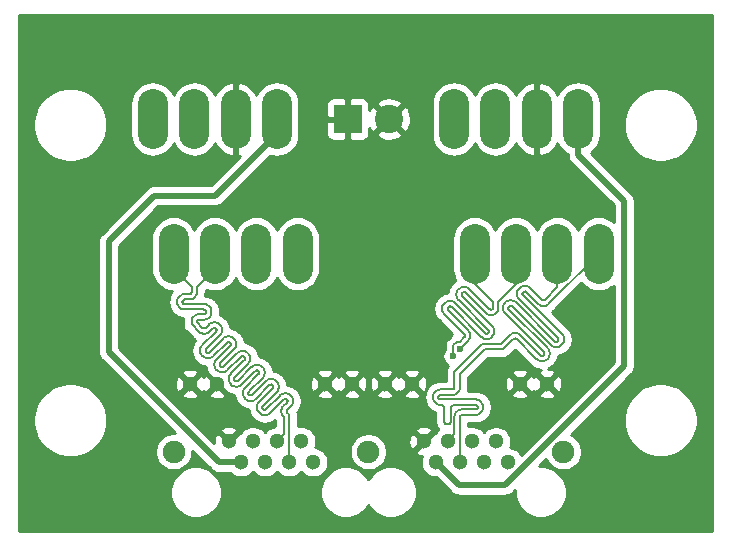
<source format=gbl>
G04 #@! TF.GenerationSoftware,KiCad,Pcbnew,(5.1.5)-3*
G04 #@! TF.CreationDate,2020-01-24T16:47:09+01:00*
G04 #@! TF.ProjectId,STMBLBreakout,53544d42-4c42-4726-9561-6b6f75742e6b,rev?*
G04 #@! TF.SameCoordinates,PX2faf080PY8f0d180*
G04 #@! TF.FileFunction,Copper,L2,Bot*
G04 #@! TF.FilePolarity,Positive*
%FSLAX46Y46*%
G04 Gerber Fmt 4.6, Leading zero omitted, Abs format (unit mm)*
G04 Created by KiCad (PCBNEW (5.1.5)-3) date 2020-01-24 16:47:09*
%MOMM*%
%LPD*%
G04 APERTURE LIST*
%ADD10C,2.400000*%
%ADD11R,2.400000X2.400000*%
%ADD12O,2.540000X5.080000*%
%ADD13C,1.900000*%
%ADD14C,1.300000*%
%ADD15C,0.600000*%
%ADD16C,0.200000*%
%ADD17C,0.500000*%
%ADD18C,0.254000*%
G04 APERTURE END LIST*
D10*
X32000000Y35500000D03*
D11*
X28500000Y35500000D03*
D12*
X37500000Y35500000D03*
X39250000Y24100000D03*
X41000000Y35500000D03*
X42750000Y24100000D03*
X44500000Y35500000D03*
X46250000Y24100000D03*
X48000000Y35500000D03*
X49750000Y24100000D03*
D13*
X30250000Y7330000D03*
X46750000Y7330000D03*
D14*
X42070000Y6440000D03*
X41050000Y8220000D03*
X40030000Y6440000D03*
X39010000Y8220000D03*
X37990000Y6440000D03*
X36970000Y8220000D03*
X35950000Y6440000D03*
X34930000Y8220000D03*
X31640000Y13080000D03*
X33930000Y13080000D03*
X43070000Y13080000D03*
X45360000Y13080000D03*
D12*
X12000000Y35500000D03*
X13750000Y24100000D03*
X15500000Y35500000D03*
X17250000Y24100000D03*
X19000000Y35500000D03*
X20750000Y24100000D03*
X22500000Y35500000D03*
X24250000Y24100000D03*
D13*
X13750000Y7330000D03*
X30250000Y7330000D03*
D14*
X25570000Y6440000D03*
X24550000Y8220000D03*
X23530000Y6440000D03*
X22510000Y8220000D03*
X21490000Y6440000D03*
X20470000Y8220000D03*
X19450000Y6440000D03*
X18430000Y8220000D03*
X15140000Y13080000D03*
X17430000Y13080000D03*
X26570000Y13080000D03*
X28860000Y13080000D03*
D15*
X38041636Y16059406D03*
X37440594Y15458364D03*
D16*
X36974320Y8224320D02*
X36970000Y8220000D01*
X37540000Y8790000D02*
X36974320Y8224320D01*
X37540000Y10297560D02*
X37540000Y8790000D01*
X37555356Y10433841D02*
X37540000Y10297560D01*
X37600651Y10563288D02*
X37555356Y10433841D01*
X37673616Y10679410D02*
X37600651Y10563288D01*
X37770591Y10776385D02*
X37673616Y10679410D01*
X37886713Y10849350D02*
X37770591Y10776385D01*
X38016160Y10894645D02*
X37886713Y10849350D01*
X38152441Y10910000D02*
X38016160Y10894645D01*
X39303331Y10910000D02*
X38152441Y10910000D01*
X39347836Y10915015D02*
X39303331Y10910000D01*
X39390108Y10929807D02*
X39347836Y10915015D01*
X39428029Y10953634D02*
X39390108Y10929807D01*
X39459698Y10985303D02*
X39428029Y10953634D01*
X39483525Y11023224D02*
X39459698Y10985303D01*
X39498317Y11065496D02*
X39483525Y11023224D01*
X39503331Y11110000D02*
X39498317Y11065496D01*
X39498317Y11154505D02*
X39503331Y11110000D01*
X39483525Y11196777D02*
X39498317Y11154505D01*
X39459698Y11234698D02*
X39483525Y11196777D01*
X39428029Y11266367D02*
X39459698Y11234698D01*
X39390108Y11290194D02*
X39428029Y11266367D01*
X39347836Y11304986D02*
X39390108Y11290194D01*
X39303331Y11310000D02*
X39347836Y11304986D01*
X37539109Y11310000D02*
X39303331Y11310000D01*
X37472352Y11302479D02*
X37539109Y11310000D01*
X37408943Y11280291D02*
X37472352Y11302479D01*
X37352062Y11244550D02*
X37408943Y11280291D01*
X37304559Y11197047D02*
X37352062Y11244550D01*
X37268818Y11140166D02*
X37304559Y11197047D01*
X37246630Y11076757D02*
X37268818Y11140166D01*
X37239109Y11010000D02*
X37246630Y11076757D01*
X37239109Y9946872D02*
X37239109Y11010000D01*
X37231587Y9880116D02*
X37239109Y9946872D01*
X37209399Y9816707D02*
X37231587Y9880116D01*
X37173658Y9759826D02*
X37209399Y9816707D01*
X37126155Y9712323D02*
X37173658Y9759826D01*
X37069274Y9676582D02*
X37126155Y9712323D01*
X37005865Y9654394D02*
X37069274Y9676582D01*
X36939109Y9646872D02*
X37005865Y9654394D01*
X36872352Y9654394D02*
X36939109Y9646872D01*
X36808943Y9676582D02*
X36872352Y9654394D01*
X36752062Y9712323D02*
X36808943Y9676582D01*
X36704559Y9759826D02*
X36752062Y9712323D01*
X36668818Y9816707D02*
X36704559Y9759826D01*
X36646630Y9880116D02*
X36668818Y9816707D01*
X36639109Y9946872D02*
X36646630Y9880116D01*
X36639109Y11010000D02*
X36639109Y9946872D01*
X36631587Y11076757D02*
X36639109Y11010000D01*
X36609399Y11140166D02*
X36631587Y11076757D01*
X36573658Y11197047D02*
X36609399Y11140166D01*
X36526155Y11244550D02*
X36573658Y11197047D01*
X36469274Y11280291D02*
X36526155Y11244550D01*
X36405865Y11302479D02*
X36469274Y11280291D01*
X36202828Y11325356D02*
X36405865Y11302479D01*
X36073381Y11370651D02*
X36202828Y11325356D01*
X35957259Y11443616D02*
X36073381Y11370651D01*
X35860284Y11540591D02*
X35957259Y11443616D01*
X35787319Y11656713D02*
X35860284Y11540591D01*
X35742024Y11786160D02*
X35787319Y11656713D01*
X35726669Y11922441D02*
X35742024Y11786160D01*
X35726669Y11997560D02*
X35726669Y11922441D01*
X35742024Y12133841D02*
X35726669Y11997560D01*
X35787319Y12263288D02*
X35742024Y12133841D01*
X35860284Y12379410D02*
X35787319Y12263288D01*
X42221417Y20165480D02*
X42087713Y20134963D01*
X37426776Y12629807D02*
X37384504Y12615015D01*
X42358561Y20165480D02*
X42221417Y20165480D01*
X42492265Y20134963D02*
X42358561Y20165480D01*
X42615827Y20075458D02*
X42492265Y20134963D01*
X42723050Y19989951D02*
X42615827Y20075458D01*
X46037314Y16682775D02*
X46002300Y16710700D01*
X46077664Y16663343D02*
X46037314Y16682775D01*
X46121328Y16653378D02*
X46077664Y16663343D01*
X46209776Y16663343D02*
X46166114Y16653378D01*
X46250128Y16682776D02*
X46209776Y16663343D01*
X46285142Y16710700D02*
X46250128Y16682776D01*
X46313065Y16745714D02*
X46285142Y16710700D01*
X46342464Y16829728D02*
X46332497Y16786064D01*
X46342464Y16874514D02*
X46342464Y16829728D01*
X46332497Y16918176D02*
X46342464Y16874514D01*
X46313066Y16958528D02*
X46332497Y16918176D01*
X46285142Y16993542D02*
X46313066Y16958528D01*
X43032448Y20246234D02*
X46285142Y16993542D01*
X36073381Y12549350D02*
X35957259Y12476385D01*
X43005889Y20272792D02*
X43032448Y20246234D01*
X42860878Y20503577D02*
X42920382Y20380015D01*
X43925128Y21192031D02*
X43817905Y21277538D01*
X46332497Y16786064D02*
X46313065Y16745714D01*
X37464697Y12653634D02*
X37426776Y12629807D01*
X44923959Y20193200D02*
X43925128Y21192031D01*
X42920382Y20380015D02*
X43005889Y20272792D01*
X37534985Y12765496D02*
X37520193Y12723224D01*
X44958974Y20165276D02*
X44923959Y20193200D01*
X45087773Y20135878D02*
X45042987Y20135878D01*
X44999324Y20145844D02*
X44958974Y20165276D01*
X46002300Y16710700D02*
X42723050Y19989951D01*
X45131436Y20145844D02*
X45087773Y20135878D01*
X45048049Y15480697D02*
X45007697Y15461264D01*
X43005889Y21138914D02*
X42920382Y21031691D01*
X46250000Y21236397D02*
X45206801Y20193200D01*
X45042987Y20135878D02*
X44999324Y20145844D01*
X42729794Y17390085D02*
X42592652Y17390086D01*
X46250000Y24100000D02*
X46250000Y21236397D01*
X45171787Y20165276D02*
X45131436Y20145844D01*
X42920382Y21031691D02*
X42860878Y20908129D01*
X46166114Y16653378D02*
X46121328Y16653378D01*
X42830360Y20774425D02*
X42830360Y20637281D01*
X42863499Y17359568D02*
X42729794Y17390085D01*
X45206801Y20193200D02*
X45171787Y20165276D01*
X43817905Y21277538D02*
X43694344Y21337042D01*
X37384504Y12615015D02*
X37340000Y12610000D01*
X43560639Y21367560D02*
X43423496Y21367560D01*
X42987061Y17300064D02*
X42863499Y17359568D01*
X43694344Y21337042D02*
X43560639Y21367560D01*
X43094285Y17214557D02*
X42987061Y17300064D01*
X43423496Y21367560D02*
X43289791Y21337042D01*
X43166229Y21277538D02*
X43059006Y21192031D01*
X43289791Y21337042D02*
X43166229Y21277538D01*
X42592652Y17390086D02*
X42458947Y17359569D01*
X43059006Y21192031D02*
X43005889Y21138914D01*
X42860878Y20908129D02*
X42830360Y20774425D01*
X42830360Y20637281D02*
X42860878Y20503577D01*
X42087713Y20134963D02*
X41964151Y20075458D01*
X41964151Y20075458D02*
X41856928Y19989951D01*
X41856928Y19989951D02*
X41803811Y19936835D01*
X41803811Y19936835D02*
X41718304Y19829612D01*
X37340000Y12610000D02*
X36339109Y12610000D01*
X41718304Y19829612D02*
X41658800Y19706050D01*
X41658800Y19706050D02*
X41628282Y19572346D01*
X41628282Y19572346D02*
X41628282Y19435202D01*
X45140385Y15672435D02*
X45140385Y15627649D01*
X41628282Y19435202D02*
X41658800Y19301498D01*
X45110986Y15543635D02*
X45083063Y15508621D01*
X41658800Y19301498D02*
X41718304Y19177936D01*
X44875585Y15461264D02*
X44835235Y15480696D01*
X41718304Y19177936D02*
X41803811Y19070713D01*
X42228161Y17214556D02*
X41488603Y16475000D01*
X41803811Y19070713D02*
X41830370Y19044155D01*
X37540000Y14108200D02*
X37540000Y12810000D01*
X41830370Y19044155D02*
X45083063Y15791463D01*
X42458947Y17359569D02*
X42335385Y17300065D01*
X45083063Y15791463D02*
X45110987Y15756449D01*
X35957259Y12476385D02*
X35860284Y12379410D01*
X45110987Y15756449D02*
X45130418Y15716097D01*
X45130418Y15716097D02*
X45140385Y15672435D01*
X45140385Y15627649D02*
X45130418Y15583985D01*
X45130418Y15583985D02*
X45110986Y15543635D01*
X45083063Y15508621D02*
X45048049Y15480697D01*
X45007697Y15461264D02*
X44964035Y15451299D01*
X44964035Y15451299D02*
X44919249Y15451299D01*
X44919249Y15451299D02*
X44875585Y15461264D01*
X44835235Y15480696D02*
X44800221Y15508621D01*
X44800221Y15508621D02*
X43094285Y17214557D01*
X42335385Y17300065D02*
X42228161Y17214556D01*
X41488603Y16475000D02*
X39906800Y16475000D01*
X39906800Y16475000D02*
X37540000Y14108200D01*
X37540000Y12810000D02*
X37534985Y12765496D01*
X37520193Y12723224D02*
X37496366Y12685303D01*
X37496366Y12685303D02*
X37464697Y12653634D01*
X36339109Y12610000D02*
X36202828Y12594645D01*
X36202828Y12594645D02*
X36073381Y12549350D01*
X37257486Y19616193D02*
X37217135Y19635625D01*
X37292500Y19588269D02*
X37257486Y19616193D01*
X39802731Y17078039D02*
X37292500Y19588269D01*
X38801102Y17492268D02*
X38860606Y17368706D01*
X39936513Y16965974D02*
X39829290Y17051481D01*
X40060075Y16906470D02*
X39936513Y16965974D01*
X40464627Y16906470D02*
X40330923Y16875952D01*
X36962302Y19380792D02*
X36981734Y19340442D01*
X40588189Y16965974D02*
X40464627Y16906470D01*
X40695412Y17051481D02*
X40588189Y16965974D01*
X40748527Y17104597D02*
X40695412Y17051481D01*
X40834034Y17211820D02*
X40748527Y17104597D01*
X40924056Y17469086D02*
X40893540Y17335383D01*
X40924056Y17606230D02*
X40924056Y17469086D01*
X40893538Y17739933D02*
X40924056Y17606230D01*
X40834034Y17863496D02*
X40893538Y17739933D01*
X40748527Y17970719D02*
X40834034Y17863496D01*
X37217135Y19635625D02*
X37173472Y19645591D01*
X38211737Y20507507D02*
X40748527Y17970719D01*
X38183813Y20542522D02*
X38211737Y20507507D01*
X40307740Y18998905D02*
X40200517Y19084412D01*
X38715594Y17599491D02*
X38801102Y17492268D01*
X40565006Y18908883D02*
X40431302Y18939401D01*
X40702150Y18908883D02*
X40565006Y18908883D01*
X38154415Y20626535D02*
X38164381Y20582872D01*
X38689036Y16706810D02*
X38041636Y16059406D01*
X38375551Y20847670D02*
X38330766Y20847670D01*
X40835855Y18939401D02*
X40702150Y18908883D01*
X39829290Y17051481D02*
X39802731Y17078039D01*
X38801102Y16840591D02*
X38715594Y16733368D01*
X38459565Y20818273D02*
X38419214Y20837704D01*
X38246752Y20818273D02*
X38211737Y20790349D01*
X40959416Y18998905D02*
X40835855Y18939401D01*
X40893540Y17335383D02*
X40834034Y17211820D01*
X36981734Y19340442D02*
X37009658Y19305427D01*
X40431302Y18939401D02*
X40307740Y18998905D01*
X38164381Y20582872D02*
X38183813Y20542522D01*
X42750000Y21560000D02*
X41225000Y20035000D01*
X41225000Y20035000D02*
X41225000Y19242770D01*
X41225000Y19242770D02*
X41066639Y19084412D01*
X38211737Y20790349D02*
X38183813Y20755335D01*
X42750000Y24100000D02*
X42750000Y21560000D01*
X40330923Y16875952D02*
X40193779Y16875952D01*
X38330766Y20847670D02*
X38287103Y20837704D01*
X41066639Y19084412D02*
X40959416Y18998905D01*
X40200517Y19084412D02*
X38494580Y20790349D01*
X40193779Y16875952D02*
X40060075Y16906470D01*
X38494580Y20790349D02*
X38459565Y20818273D01*
X38419214Y20837704D02*
X38375551Y20847670D01*
X38183813Y20755335D02*
X38164381Y20714984D01*
X38154415Y20671321D02*
X38154415Y20626535D01*
X38287103Y20837704D02*
X38246752Y20818273D01*
X38860606Y17368706D02*
X38891123Y17235001D01*
X38164381Y20714984D02*
X38154415Y20671321D01*
X37173472Y19645591D02*
X37128686Y19645591D01*
X37128686Y19645591D02*
X37085023Y19635625D01*
X37085023Y19635625D02*
X37044673Y19616193D01*
X37044673Y19616193D02*
X37009658Y19588269D01*
X37009658Y19305427D02*
X38715594Y17599491D01*
X37009658Y19588269D02*
X36981734Y19553255D01*
X38860606Y16964153D02*
X38801102Y16840591D01*
X36981734Y19553255D02*
X36962302Y19512904D01*
X36962302Y19512904D02*
X36952336Y19469241D01*
X36952336Y19469241D02*
X36952336Y19424455D01*
X36952336Y19424455D02*
X36962302Y19380792D01*
X38891123Y17235001D02*
X38891123Y17097858D01*
X38891123Y17097858D02*
X38860606Y16964153D01*
X38715594Y16733368D02*
X38689036Y16706810D01*
X37440594Y16094762D02*
X37440594Y15458364D01*
X37441635Y16095803D02*
X37440594Y16094762D01*
X37441635Y16347407D02*
X37441635Y16095803D01*
X37753635Y16659407D02*
X37441635Y16347407D01*
X38005239Y16659407D02*
X37753635Y16659407D01*
X38370838Y17025009D02*
X38005239Y16659407D01*
X38398762Y17060024D02*
X38370838Y17025009D01*
X38418193Y17100375D02*
X38398762Y17060024D01*
X38428159Y17144038D02*
X38418193Y17100375D01*
X38428159Y17188823D02*
X38428159Y17144038D01*
X38418193Y17232486D02*
X38428159Y17188823D01*
X38398762Y17272837D02*
X38418193Y17232486D01*
X38370838Y17307852D02*
X38398762Y17272837D01*
X36691460Y18987230D02*
X38370838Y17307852D01*
X36664901Y19013788D02*
X36691460Y18987230D01*
X36579394Y19121011D02*
X36664901Y19013788D01*
X36519890Y19244573D02*
X36579394Y19121011D01*
X36489372Y19378277D02*
X36519890Y19244573D01*
X36489372Y19515421D02*
X36489372Y19378277D01*
X36519890Y19649125D02*
X36489372Y19515421D01*
X36579394Y19772687D02*
X36519890Y19649125D01*
X36664901Y19879910D02*
X36579394Y19772687D01*
X36718018Y19933026D02*
X36664901Y19879910D01*
X36825241Y20018533D02*
X36718018Y19933026D01*
X36948803Y20078037D02*
X36825241Y20018533D01*
X37082508Y20108555D02*
X36948803Y20078037D01*
X37219651Y20108555D02*
X37082508Y20108555D01*
X37353356Y20078037D02*
X37219651Y20108555D01*
X37476917Y20018533D02*
X37353356Y20078037D01*
X37584140Y19933026D02*
X37476917Y20018533D01*
X40120929Y17396237D02*
X37584140Y19933026D01*
X40155945Y17368314D02*
X40120929Y17396237D01*
X40196295Y17348882D02*
X40155945Y17368314D01*
X40239957Y17338915D02*
X40196295Y17348882D01*
X40284743Y17338915D02*
X40239957Y17338915D01*
X40328407Y17348882D02*
X40284743Y17338915D01*
X40368757Y17368313D02*
X40328407Y17348882D01*
X40403771Y17396237D02*
X40368757Y17368313D01*
X40431694Y17431252D02*
X40403771Y17396237D01*
X40451126Y17471602D02*
X40431694Y17431252D01*
X40461093Y17515266D02*
X40451126Y17471602D01*
X40461093Y17560052D02*
X40461093Y17515266D01*
X40451126Y17603714D02*
X40461093Y17560052D01*
X40431694Y17644064D02*
X40451126Y17603714D01*
X38786220Y21135106D02*
X38678997Y21220614D01*
X40699634Y19381813D02*
X40655971Y19371847D01*
X40655971Y19371847D02*
X40611185Y19371847D01*
X40527172Y19401245D02*
X40492157Y19429169D01*
X40774999Y19429169D02*
X40739985Y19401245D01*
X38150882Y21280118D02*
X38027320Y21220614D01*
X38421730Y21310635D02*
X38284587Y21310635D01*
X37781473Y20323091D02*
X37866980Y20215868D01*
X37920097Y21135106D02*
X37866980Y21081990D01*
X37691451Y20580357D02*
X37721969Y20446653D01*
X40567522Y19381813D02*
X40527172Y19401245D01*
X38027320Y21220614D02*
X37920097Y21135106D01*
X37781473Y20974767D02*
X37721969Y20851205D01*
X39250000Y24100000D02*
X39250000Y21560000D01*
X39250000Y21560000D02*
X40775000Y20035000D01*
X40775000Y20035000D02*
X40774999Y19429169D01*
X40739985Y19401245D02*
X40699634Y19381813D01*
X40611185Y19371847D02*
X40567522Y19381813D01*
X40492157Y19429169D02*
X38786220Y21135106D01*
X38678997Y21220614D02*
X38555435Y21280118D01*
X38555435Y21280118D02*
X38421730Y21310635D01*
X38284587Y21310635D02*
X38150882Y21280118D01*
X37866980Y21081990D02*
X37781473Y20974767D01*
X37721969Y20851205D02*
X37691451Y20717501D01*
X37691451Y20717501D02*
X37691451Y20580357D01*
X37721969Y20446653D02*
X37781473Y20323091D01*
X37866980Y20215868D02*
X37893539Y20189310D01*
X37893539Y20189310D02*
X40403771Y17679079D01*
X40403771Y17679079D02*
X40431694Y17644064D01*
X36220302Y12084698D02*
X36196475Y12046777D01*
X36289892Y12140194D02*
X36251971Y12116367D01*
X37759409Y12293616D02*
X37643287Y12220651D01*
X37929349Y12506713D02*
X37856384Y12390591D01*
X37974644Y12636160D02*
X37929349Y12506713D01*
X37990000Y12772441D02*
X37974644Y12636160D01*
X37990000Y13921800D02*
X37990000Y12772441D01*
X41675000Y16025000D02*
X40093200Y16025000D01*
X42683616Y16927121D02*
X42638832Y16927122D01*
X42767631Y16897725D02*
X42727280Y16917156D01*
X42802645Y16869800D02*
X42767631Y16897725D01*
X45010215Y14988335D02*
X44873071Y14988335D01*
X45267481Y15078357D02*
X45143919Y15018853D01*
X45374704Y15163864D02*
X45267481Y15078357D01*
X45513326Y15324203D02*
X45427819Y15216980D01*
X45572830Y15447765D02*
X45513326Y15324203D01*
X45603349Y15581471D02*
X45572830Y15447765D01*
X45572829Y15852317D02*
X45603348Y15718613D01*
X42120644Y19397368D02*
X42148568Y19362353D01*
X42091246Y19526167D02*
X42091246Y19481381D01*
X42101212Y19569830D02*
X42091246Y19526167D01*
X42120644Y19610181D02*
X42101212Y19569830D01*
X42148568Y19645195D02*
X42120644Y19610181D01*
X42183582Y19673118D02*
X42148568Y19645195D01*
X39477172Y11744645D02*
X39606619Y11699350D01*
X37377559Y12160000D02*
X36376669Y12160000D01*
X39340891Y10460000D02*
X38190000Y10460000D01*
X36196475Y12046777D02*
X36181683Y12004505D01*
X45710661Y16365943D02*
X45684102Y16392501D01*
X36376669Y12160000D02*
X36332164Y12154986D01*
X43385661Y20875197D02*
X43350646Y20847273D01*
X36181683Y11915496D02*
X36196475Y11873224D01*
X45603348Y15718613D02*
X45603349Y15581471D01*
X42638832Y16927122D02*
X42595168Y16917155D01*
X44739542Y19762936D02*
X44632319Y19848443D01*
X39953331Y11072441D02*
X39937976Y10936160D01*
X37513840Y12175356D02*
X37377559Y12160000D01*
X43426012Y20894629D02*
X43385661Y20875197D01*
X42519803Y16869801D02*
X41675000Y16025000D01*
X36289892Y11779807D02*
X36332164Y11765015D01*
X43469674Y20904594D02*
X43426012Y20894629D01*
X36332164Y12154986D02*
X36289892Y12140194D01*
X42431410Y19645195D02*
X42396395Y19673118D01*
X42727280Y16917156D02*
X42683616Y16927121D01*
X36181683Y12004505D02*
X36176669Y11960000D01*
X45684102Y16392501D02*
X42431410Y19645195D01*
X49750000Y24100000D02*
X45498441Y19848443D01*
X40093200Y16025000D02*
X37990000Y13921800D01*
X43633489Y20847273D02*
X43598474Y20875197D01*
X44508582Y15163864D02*
X44482023Y15190422D01*
X37643287Y12220651D02*
X37513840Y12175356D01*
X44863104Y19703432D02*
X44739542Y19762936D01*
X38145496Y10454986D02*
X38103224Y10440194D01*
X45267657Y19703432D02*
X45133952Y19672914D01*
X38033634Y10384698D02*
X38009807Y10346777D01*
X39892681Y11413288D02*
X39937976Y11283841D01*
X44632319Y19848443D02*
X43633489Y20847273D01*
X37995015Y10304505D02*
X37990000Y10260000D01*
X43598474Y20875197D02*
X43558123Y20894629D01*
X43350646Y20564431D02*
X46629898Y17285181D01*
X39722741Y10593616D02*
X39606619Y10520651D01*
X39477172Y10475356D02*
X39340891Y10460000D01*
X45513326Y15975879D02*
X45572829Y15852317D01*
X43514460Y20904594D02*
X43469674Y20904594D01*
X37990000Y9799303D02*
X37990000Y6440000D01*
X45941446Y16220932D02*
X45817884Y16280436D01*
X42595168Y16917155D02*
X42554817Y16897724D01*
X38103224Y10440194D02*
X38065303Y10416367D01*
X46345998Y16220932D02*
X46212294Y16190414D01*
X44739367Y15018853D02*
X44615805Y15078357D01*
X46805428Y16783550D02*
X46774909Y16649844D01*
X36376669Y11760000D02*
X39340891Y11760000D01*
X39606619Y10520651D02*
X39477172Y10475356D01*
X46629898Y16419059D02*
X46576783Y16365943D01*
X38009807Y10346777D02*
X37995015Y10304505D01*
X46576783Y16365943D02*
X46469560Y16280436D01*
X46212294Y16190414D02*
X46075150Y16190414D01*
X46629898Y17285181D02*
X46715405Y17177958D01*
X45427819Y15216980D02*
X45374704Y15163864D01*
X42312382Y19702516D02*
X42267596Y19702516D01*
X42267596Y19702516D02*
X42223933Y19692550D01*
X45498441Y19848443D02*
X45391218Y19762936D01*
X36176669Y11960000D02*
X36181683Y11915496D01*
X43303290Y20771908D02*
X43293324Y20728245D01*
X36196475Y11873224D02*
X36220302Y11835303D01*
X44615805Y15078357D02*
X44508582Y15163864D01*
X43293324Y20728245D02*
X43293324Y20683459D01*
X36220302Y11835303D02*
X36251971Y11803634D01*
X46469560Y16280436D02*
X46345998Y16220932D01*
X36251971Y11803634D02*
X36289892Y11779807D01*
X36332164Y11765015D02*
X36376669Y11760000D01*
X46805427Y16920692D02*
X46805428Y16783550D01*
X39340891Y11760000D02*
X39477172Y11744645D01*
X39606619Y11699350D02*
X39722741Y11626385D01*
X46715405Y17177958D02*
X46774908Y17054396D01*
X39722741Y11626385D02*
X39819716Y11529410D01*
X42148568Y19362353D02*
X45427819Y16083102D01*
X39819716Y11529410D02*
X39892681Y11413288D01*
X45817884Y16280436D02*
X45710661Y16365943D01*
X39937976Y11283841D02*
X39953331Y11147560D01*
X42223933Y19692550D02*
X42183582Y19673118D01*
X43350646Y20847273D02*
X43322722Y20812259D01*
X39953331Y11147560D02*
X39953331Y11072441D01*
X42091246Y19481381D02*
X42101212Y19437718D01*
X43293324Y20683459D02*
X43303290Y20639796D01*
X39937976Y10936160D02*
X39892681Y10806713D01*
X46774909Y16649844D02*
X46715405Y16526282D01*
X39892681Y10806713D02*
X39819716Y10690591D01*
X44482023Y15190422D02*
X42802645Y16869800D01*
X44996808Y19672914D02*
X44863104Y19703432D01*
X39819716Y10690591D02*
X39722741Y10593616D01*
X42554817Y16897724D02*
X42519803Y16869801D01*
X45391218Y19762936D02*
X45267657Y19703432D01*
X38190000Y10460000D02*
X38145496Y10454986D01*
X42101212Y19437718D02*
X42120644Y19397368D01*
X43322722Y20599446D02*
X43350646Y20564431D01*
X38065303Y10416367D02*
X38033634Y10384698D01*
X44873071Y14988335D02*
X44739367Y15018853D01*
X43303290Y20639796D02*
X43322722Y20599446D01*
X37990000Y10260000D02*
X37990000Y9799303D01*
X43322722Y20812259D02*
X43303290Y20771908D01*
X46715405Y16526282D02*
X46629898Y16419059D01*
X36251971Y12116367D02*
X36220302Y12084698D01*
X43558123Y20894629D02*
X43514460Y20904594D01*
X37856384Y12390591D02*
X37759409Y12293616D01*
X46774908Y17054396D02*
X46805427Y16920692D01*
X45133952Y19672914D02*
X44996808Y19672914D01*
X45427819Y16083102D02*
X45513326Y15975879D01*
X45143919Y15018853D02*
X45010215Y14988335D01*
X46075150Y16190414D02*
X45941446Y16220932D01*
X42356045Y19692550D02*
X42312382Y19702516D01*
X42396395Y19673118D02*
X42356045Y19692550D01*
X16433525Y17804578D02*
X16393174Y17785146D01*
X16468539Y17832501D02*
X16433525Y17804578D01*
X16733705Y18097666D02*
X16468539Y17832501D01*
X16760263Y18124225D02*
X16733705Y18097666D01*
X16867486Y18209732D02*
X16760263Y18124225D01*
X16991048Y18269236D02*
X16867486Y18209732D01*
X17124752Y18299754D02*
X16991048Y18269236D01*
X17261896Y18299754D02*
X17124752Y18299754D01*
X17395600Y18269236D02*
X17261896Y18299754D01*
X17519162Y18209732D02*
X17395600Y18269236D01*
X17626385Y18124225D02*
X17519162Y18209732D01*
X17679502Y18071107D02*
X17626385Y18124225D01*
X17765010Y17963884D02*
X17679502Y18071107D01*
X17824514Y17840323D02*
X17765010Y17963884D01*
X17855031Y17706618D02*
X17824514Y17840323D01*
X17855031Y17569475D02*
X17855031Y17706618D01*
X17824514Y17435770D02*
X17855031Y17569475D01*
X17765010Y17312208D02*
X17824514Y17435770D01*
X17679502Y17204985D02*
X17765010Y17312208D01*
X16521575Y16047054D02*
X17679502Y17204985D01*
X16493650Y16012040D02*
X16521575Y16047054D01*
X16474218Y15971690D02*
X16493650Y16012040D01*
X16464253Y15928026D02*
X16474218Y15971690D01*
X16464253Y15883240D02*
X16464253Y15928026D01*
X16474218Y15839578D02*
X16464253Y15883240D01*
X16493651Y15799226D02*
X16474218Y15839578D01*
X16521574Y15764212D02*
X16493651Y15799226D01*
X16556589Y15736289D02*
X16521574Y15764212D01*
X16596941Y15716856D02*
X16556589Y15736289D01*
X16640603Y15706891D02*
X16596941Y15716856D01*
X16685389Y15706891D02*
X16640603Y15706891D01*
X16729053Y15716856D02*
X16685389Y15706891D01*
X16769403Y15736288D02*
X16729053Y15716856D01*
X16804418Y15764211D02*
X16769403Y15736288D01*
X17935789Y16895582D02*
X16804418Y15764211D01*
X17962347Y16922141D02*
X17935789Y16895582D01*
X18069570Y17007648D02*
X17962347Y16922141D01*
X18193132Y17067152D02*
X18069570Y17007648D01*
X18326836Y17097670D02*
X18193132Y17067152D01*
X18463980Y17097670D02*
X18326836Y17097670D01*
X18597684Y17067152D02*
X18463980Y17097670D01*
X18721246Y17007648D02*
X18597684Y17067152D01*
X18828469Y16922141D02*
X18721246Y17007648D01*
X18881586Y16869023D02*
X18828469Y16922141D01*
X18967094Y16761800D02*
X18881586Y16869023D01*
X19026598Y16638239D02*
X18967094Y16761800D01*
X19057115Y16504534D02*
X19026598Y16638239D01*
X19057115Y16367391D02*
X19057115Y16504534D01*
X19026598Y16233686D02*
X19057115Y16367391D01*
X18967094Y16110124D02*
X19026598Y16233686D01*
X18881586Y16002901D02*
X18967094Y16110124D01*
X17723659Y14844970D02*
X18881586Y16002901D01*
X17695734Y14809956D02*
X17723659Y14844970D01*
X17676302Y14769606D02*
X17695734Y14809956D01*
X17666337Y14725942D02*
X17676302Y14769606D01*
X17666337Y14681156D02*
X17666337Y14725942D01*
X17676302Y14637494D02*
X17666337Y14681156D01*
X17695735Y14597142D02*
X17676302Y14637494D01*
X17723658Y14562128D02*
X17695735Y14597142D01*
X17758673Y14534205D02*
X17723658Y14562128D01*
X17799025Y14514772D02*
X17758673Y14534205D01*
X17842687Y14504807D02*
X17799025Y14514772D01*
X17887473Y14504807D02*
X17842687Y14504807D01*
X17931137Y14514772D02*
X17887473Y14504807D01*
X17971487Y14534204D02*
X17931137Y14514772D01*
X18006502Y14562127D02*
X17971487Y14534204D01*
X19137873Y15693498D02*
X18006502Y14562127D01*
X19164431Y15720057D02*
X19137873Y15693498D01*
X19271654Y15805564D02*
X19164431Y15720057D01*
X19395216Y15865068D02*
X19271654Y15805564D01*
X19528920Y15895586D02*
X19395216Y15865068D01*
X19666064Y15895586D02*
X19528920Y15895586D01*
X19799768Y15865068D02*
X19666064Y15895586D01*
X19923330Y15805564D02*
X19799768Y15865068D01*
X20030553Y15720057D02*
X19923330Y15805564D01*
X20083670Y15666939D02*
X20030553Y15720057D01*
X20169178Y15559716D02*
X20083670Y15666939D01*
X20228682Y15436155D02*
X20169178Y15559716D01*
X20259199Y15302450D02*
X20228682Y15436155D01*
X20259199Y15165307D02*
X20259199Y15302450D01*
X20228682Y15031602D02*
X20259199Y15165307D01*
X20169178Y14908040D02*
X20228682Y15031602D01*
X20083670Y14800817D02*
X20169178Y14908040D01*
X18925743Y13642886D02*
X20083670Y14800817D01*
X18897818Y13607872D02*
X18925743Y13642886D01*
X18878386Y13567522D02*
X18897818Y13607872D01*
X18868421Y13523858D02*
X18878386Y13567522D01*
X18868421Y13479072D02*
X18868421Y13523858D01*
X18878386Y13435410D02*
X18868421Y13479072D01*
X18897819Y13395058D02*
X18878386Y13435410D01*
X18925742Y13360044D02*
X18897819Y13395058D01*
X18960757Y13332121D02*
X18925742Y13360044D01*
X22663367Y12898282D02*
X22632850Y13031987D01*
X22487838Y12396649D02*
X22573346Y12503872D01*
X21301986Y11203704D02*
X21329911Y11238718D01*
X20099902Y12405788D02*
X20127827Y12440802D01*
X15725000Y18293200D02*
X15725000Y18325000D01*
X21282554Y11163354D02*
X21301986Y11203704D01*
X20080470Y12233326D02*
X20070505Y12276988D01*
X22663367Y12761139D02*
X22663367Y12898282D01*
X21272589Y11119690D02*
X21282554Y11163354D01*
X21272589Y11074904D02*
X21272589Y11119690D01*
X21329910Y10955876D02*
X21301987Y10990890D01*
X20868148Y14693502D02*
X20731004Y14693502D01*
X21364925Y10927953D02*
X21329910Y10955876D01*
X21405277Y10908520D02*
X21364925Y10927953D01*
X21448939Y10898555D02*
X21405277Y10908520D01*
X21537389Y10908520D02*
X21493725Y10898555D01*
X21577739Y10927952D02*
X21537389Y10908520D01*
X21612754Y10955875D02*
X21577739Y10927952D01*
X22744125Y12087246D02*
X21612754Y10955875D01*
X22770683Y12113805D02*
X22744125Y12087246D01*
X20597300Y14662984D02*
X20473738Y14603480D01*
X22877906Y12199312D02*
X22770683Y12113805D01*
X20080470Y12365438D02*
X20099902Y12405788D01*
X21301987Y10990890D02*
X21282554Y11031242D01*
X15725000Y18325000D02*
X15730014Y18369505D01*
X23001468Y12258816D02*
X22877906Y12199312D01*
X23398199Y10902842D02*
X23689922Y11194566D01*
X16185697Y17832501D02*
X15725000Y18293200D01*
X23865451Y11696199D02*
X23834933Y11829903D01*
X23689922Y11194566D02*
X23775429Y11301789D01*
X23530000Y10488200D02*
X23398199Y10620000D01*
X23350843Y10827477D02*
X23370275Y10867827D01*
X23340877Y10783814D02*
X23350843Y10827477D01*
X21493725Y10898555D02*
X21448939Y10898555D01*
X23530000Y6440000D02*
X23530000Y10488200D01*
X21001852Y14662984D02*
X20868148Y14693502D01*
X16304725Y17775180D02*
X16261062Y17785146D01*
X21282554Y11031242D02*
X21272589Y11074904D01*
X23398199Y10620000D02*
X23370275Y10655014D01*
X23370275Y10867827D02*
X23398199Y10902842D01*
X23135172Y12289334D02*
X23001468Y12258816D01*
X20339957Y14491414D02*
X19208586Y13360043D01*
X23350843Y10695365D02*
X23340877Y10739028D01*
X20291641Y12100639D02*
X20246855Y12100639D01*
X23775429Y11301789D02*
X23834933Y11425351D01*
X19208586Y13360043D02*
X19173571Y13332120D01*
X23406020Y12258816D02*
X23272316Y12289334D01*
X23834933Y11425351D02*
X23865451Y11559055D01*
X21371262Y13705956D02*
X21430766Y13829518D01*
X23370275Y10655014D02*
X23350843Y10695365D01*
X20366515Y14517973D02*
X20339957Y14491414D01*
X23865451Y11559055D02*
X23865451Y11696199D01*
X23775429Y11953465D02*
X23689922Y12060688D01*
X15730014Y18369505D02*
X15744806Y18411777D01*
X22632850Y12627434D02*
X22663367Y12761139D01*
X23529582Y12199312D02*
X23406020Y12258816D01*
X21329911Y11238718D02*
X22487838Y12396649D01*
X15744806Y18411777D02*
X15768633Y18449698D01*
X23834933Y11829903D02*
X23775429Y11953465D01*
X20099903Y12192974D02*
X20080470Y12233326D01*
X22573346Y12503872D02*
X22632850Y12627434D01*
X16393174Y17785146D02*
X16349511Y17775180D01*
X23689922Y12060688D02*
X23636805Y12113805D01*
X20070505Y12276988D02*
X20070505Y12321774D01*
X23636805Y12113805D02*
X23529582Y12199312D01*
X16261062Y17785146D02*
X16220712Y17804578D01*
X23340877Y10739028D02*
X23340877Y10783814D01*
X16349511Y17775180D02*
X16304725Y17775180D01*
X23272316Y12289334D02*
X23135172Y12289334D01*
X22632850Y13031987D02*
X22573346Y13155548D01*
X22573346Y13155548D02*
X22487838Y13262771D01*
X22487838Y13262771D02*
X22434721Y13315889D01*
X19001109Y13312688D02*
X18960757Y13332121D01*
X16220712Y17804578D02*
X16185697Y17832501D01*
X22434721Y13315889D02*
X22327498Y13401396D01*
X22327498Y13401396D02*
X22203936Y13460900D01*
X22203936Y13460900D02*
X22070232Y13491418D01*
X22070232Y13491418D02*
X21933088Y13491418D01*
X21933088Y13491418D02*
X21799384Y13460900D01*
X21799384Y13460900D02*
X21675822Y13401396D01*
X21675822Y13401396D02*
X21568599Y13315889D01*
X20335305Y12110604D02*
X20291641Y12100639D01*
X21568599Y13315889D02*
X21542041Y13289330D01*
X21542041Y13289330D02*
X20410670Y12157959D01*
X20410670Y12157959D02*
X20375655Y12130036D01*
X20375655Y12130036D02*
X20335305Y12110604D01*
X20246855Y12100639D02*
X20203193Y12110604D01*
X20203193Y12110604D02*
X20162841Y12130037D01*
X20162841Y12130037D02*
X20127826Y12157960D01*
X20127826Y12157960D02*
X20099903Y12192974D01*
X20070505Y12321774D02*
X20080470Y12365438D01*
X20127827Y12440802D02*
X21285754Y13598733D01*
X21285754Y13598733D02*
X21371262Y13705956D01*
X21430766Y13829518D02*
X21461283Y13963223D01*
X21461283Y13963223D02*
X21461283Y14100366D01*
X21461283Y14100366D02*
X21430766Y14234071D01*
X21430766Y14234071D02*
X21371262Y14357632D01*
X21371262Y14357632D02*
X21285754Y14464855D01*
X21285754Y14464855D02*
X21232637Y14517973D01*
X21232637Y14517973D02*
X21125414Y14603480D01*
X21125414Y14603480D02*
X21001852Y14662984D01*
X20731004Y14693502D02*
X20597300Y14662984D01*
X20473738Y14603480D02*
X20366515Y14517973D01*
X19173571Y13332120D02*
X19133221Y13312688D01*
X19133221Y13312688D02*
X19089557Y13302723D01*
X19089557Y13302723D02*
X19044771Y13302723D01*
X19044771Y13302723D02*
X19001109Y13312688D01*
X15768633Y18449698D02*
X15800302Y18481367D01*
X15800302Y18481367D02*
X15838223Y18505194D01*
X15838223Y18505194D02*
X15880495Y18519986D01*
X15880495Y18519986D02*
X15925000Y18525000D01*
X15925000Y18525000D02*
X16337559Y18525000D01*
X16337559Y18525000D02*
X16473840Y18540356D01*
X16473840Y18540356D02*
X16603287Y18585651D01*
X16603287Y18585651D02*
X16719409Y18658616D01*
X16719409Y18658616D02*
X16816384Y18755591D01*
X16816384Y18755591D02*
X16889349Y18871713D01*
X16889349Y18871713D02*
X16934644Y19001160D01*
X16934644Y19001160D02*
X16950000Y19137441D01*
X16950000Y19137441D02*
X16950000Y19212560D01*
X16950000Y19212560D02*
X16934644Y19348841D01*
X16934644Y19348841D02*
X16889349Y19478288D01*
X16889349Y19478288D02*
X16816384Y19594410D01*
X16816384Y19594410D02*
X16719409Y19691385D01*
X16719409Y19691385D02*
X16603287Y19764350D01*
X16603287Y19764350D02*
X16473840Y19809645D01*
X16473840Y19809645D02*
X16337559Y19825000D01*
X16337559Y19825000D02*
X14700000Y19825000D01*
X14700000Y19825000D02*
X14655496Y19830015D01*
X14655496Y19830015D02*
X14613224Y19844807D01*
X14613224Y19844807D02*
X14575303Y19868634D01*
X14575303Y19868634D02*
X14543634Y19900303D01*
X14543634Y19900303D02*
X14519807Y19938224D01*
X14519807Y19938224D02*
X14505015Y19980496D01*
X14505015Y19980496D02*
X14500000Y20025000D01*
X14500000Y20025000D02*
X14505015Y20069505D01*
X14505015Y20069505D02*
X14519807Y20111777D01*
X14519807Y20111777D02*
X14543634Y20149698D01*
X14543634Y20149698D02*
X14575303Y20181367D01*
X14575303Y20181367D02*
X14613224Y20205194D01*
X14613224Y20205194D02*
X14655496Y20219986D01*
X14655496Y20219986D02*
X14700000Y20225000D01*
X14700000Y20225000D02*
X15112560Y20225000D01*
X15112560Y20225000D02*
X15248841Y20240356D01*
X15248841Y20240356D02*
X15378288Y20285651D01*
X15378288Y20285651D02*
X15494410Y20358616D01*
X15494410Y20358616D02*
X15591385Y20455591D01*
X15591385Y20455591D02*
X15664350Y20571713D01*
X15664350Y20571713D02*
X15709645Y20701160D01*
X15709645Y20701160D02*
X15725000Y20837441D01*
X15725000Y20837441D02*
X15725000Y21305000D01*
X15725000Y21305000D02*
X17250000Y22830000D01*
X17250000Y22830000D02*
X17250000Y24100000D01*
X13750000Y22830000D02*
X13750000Y24100000D01*
X15275000Y21305000D02*
X13750000Y22830000D01*
X15275000Y20875000D02*
X15275000Y21305000D01*
X15269986Y20830496D02*
X15275000Y20875000D01*
X15255194Y20788224D02*
X15269986Y20830496D01*
X15231367Y20750303D02*
X15255194Y20788224D01*
X15199698Y20718634D02*
X15231367Y20750303D01*
X15161777Y20694807D02*
X15199698Y20718634D01*
X15119505Y20680015D02*
X15161777Y20694807D01*
X15075000Y20675000D02*
X15119505Y20680015D01*
X14662441Y20675000D02*
X15075000Y20675000D01*
X14526160Y20659645D02*
X14662441Y20675000D01*
X14396713Y20614350D02*
X14526160Y20659645D01*
X14280591Y20541385D02*
X14396713Y20614350D01*
X14183616Y20444410D02*
X14280591Y20541385D01*
X14110651Y20328288D02*
X14183616Y20444410D01*
X14065356Y20198841D02*
X14110651Y20328288D01*
X14050000Y20062560D02*
X14065356Y20198841D01*
X14050000Y19987441D02*
X14050000Y20062560D01*
X14065356Y19851160D02*
X14050000Y19987441D01*
X14110651Y19721713D02*
X14065356Y19851160D01*
X14183616Y19605591D02*
X14110651Y19721713D01*
X14280591Y19508616D02*
X14183616Y19605591D01*
X14396713Y19435651D02*
X14280591Y19508616D01*
X14526160Y19390356D02*
X14396713Y19435651D01*
X14662441Y19375000D02*
X14526160Y19390356D01*
X16300000Y19375000D02*
X14662441Y19375000D01*
X16344504Y19369986D02*
X16300000Y19375000D01*
X16386776Y19355194D02*
X16344504Y19369986D01*
X16424697Y19331367D02*
X16386776Y19355194D01*
X16456366Y19299698D02*
X16424697Y19331367D01*
X16480193Y19261777D02*
X16456366Y19299698D01*
X16494985Y19219505D02*
X16480193Y19261777D01*
X16500000Y19175000D02*
X16494985Y19219505D01*
X16494985Y19130496D02*
X16500000Y19175000D01*
X16480193Y19088224D02*
X16494985Y19130496D01*
X16456366Y19050303D02*
X16480193Y19088224D01*
X16424697Y19018634D02*
X16456366Y19050303D01*
X16386776Y18994807D02*
X16424697Y19018634D01*
X16344504Y18980015D02*
X16386776Y18994807D01*
X16300000Y18975000D02*
X16344504Y18980015D01*
X15887440Y18975000D02*
X16300000Y18975000D01*
X15751159Y18959645D02*
X15887440Y18975000D01*
X15621712Y18914350D02*
X15751159Y18959645D01*
X15505590Y18841385D02*
X15621712Y18914350D01*
X15408615Y18744410D02*
X15505590Y18841385D01*
X15335650Y18628288D02*
X15408615Y18744410D01*
X15290355Y18498841D02*
X15335650Y18628288D01*
X15275000Y18362560D02*
X15290355Y18498841D01*
X15275000Y18106800D02*
X15275000Y18362560D01*
X15894057Y17487745D02*
X15275000Y18106800D01*
X16001280Y17402238D02*
X15894057Y17487745D01*
X16124842Y17342734D02*
X16001280Y17402238D01*
X16258546Y17312216D02*
X16124842Y17342734D01*
X16395690Y17312216D02*
X16258546Y17312216D01*
X16529394Y17342734D02*
X16395690Y17312216D01*
X16652956Y17402238D02*
X16529394Y17342734D01*
X16760179Y17487745D02*
X16652956Y17402238D01*
X17051903Y17779468D02*
X16760179Y17487745D01*
X17086918Y17807392D02*
X17051903Y17779468D01*
X17127268Y17826824D02*
X17086918Y17807392D01*
X17170931Y17836790D02*
X17127268Y17826824D01*
X17215717Y17836790D02*
X17170931Y17836790D01*
X17259380Y17826824D02*
X17215717Y17836790D01*
X17299731Y17807392D02*
X17259380Y17826824D01*
X17334746Y17779468D02*
X17299731Y17807392D01*
X17362669Y17744453D02*
X17334746Y17779468D01*
X17382101Y17704102D02*
X17362669Y17744453D01*
X17392067Y17660439D02*
X17382101Y17704102D01*
X17392067Y17615653D02*
X17392067Y17660439D01*
X17382101Y17571990D02*
X17392067Y17615653D01*
X17362669Y17531640D02*
X17382101Y17571990D01*
X17334746Y17496625D02*
X17362669Y17531640D01*
X16203377Y16365252D02*
X17334746Y17496625D01*
X16176817Y16338695D02*
X16203377Y16365252D01*
X16091310Y16231472D02*
X16176817Y16338695D01*
X16031806Y16107910D02*
X16091310Y16231472D01*
X16001288Y15974206D02*
X16031806Y16107910D01*
X16001288Y15837062D02*
X16001288Y15974206D01*
X16031806Y15703358D02*
X16001288Y15837062D01*
X18373015Y16634706D02*
X18329352Y16624740D01*
X18594151Y16458355D02*
X18584185Y16502018D01*
X18536830Y16577384D02*
X18501815Y16605308D01*
X16988834Y15333948D02*
X16865272Y15274444D01*
X18461464Y16624740D02*
X18417801Y16634706D01*
X16460720Y15274443D02*
X16337158Y15333948D01*
X17096056Y15419457D02*
X16988834Y15333948D01*
X18501815Y16605308D02*
X18461464Y16624740D01*
X18329352Y16624740D02*
X18289002Y16605308D01*
X18253987Y16577384D02*
X17096056Y15419457D01*
X22510000Y8220000D02*
X23080000Y8790000D01*
X16176817Y15472573D02*
X16091310Y15579796D01*
X23080000Y8790000D02*
X23080000Y10301801D01*
X18417801Y16634706D02*
X18373015Y16634706D01*
X23080000Y10301801D02*
X23053442Y10328360D01*
X16594425Y15243926D02*
X16460720Y15274443D01*
X23053442Y10328360D02*
X22967935Y10435583D01*
X22967935Y10435583D02*
X22908431Y10559144D01*
X22908431Y10559144D02*
X22877913Y10692849D01*
X22877913Y10692849D02*
X22877913Y10829993D01*
X22877913Y10829993D02*
X22908431Y10963697D01*
X22908431Y10963697D02*
X22967935Y11087259D01*
X22967935Y11087259D02*
X23053442Y11194482D01*
X23053442Y11194482D02*
X23345165Y11486206D01*
X23345165Y11486206D02*
X23373088Y11521220D01*
X23373088Y11521220D02*
X23392520Y11561571D01*
X23392520Y11561571D02*
X23402486Y11605234D01*
X23402486Y11605234D02*
X23402486Y11650020D01*
X23402486Y11650020D02*
X23392520Y11693683D01*
X23392520Y11693683D02*
X23373088Y11734033D01*
X18289002Y16605308D02*
X18253987Y16577384D01*
X23373088Y11734033D02*
X23345165Y11769048D01*
X23345165Y11769048D02*
X23310150Y11796972D01*
X23310150Y11796972D02*
X23269799Y11816404D01*
X23269799Y11816404D02*
X23226136Y11826370D01*
X23226136Y11826370D02*
X23181350Y11826370D01*
X16091310Y15579796D02*
X16031806Y15703358D01*
X23181350Y11826370D02*
X23137687Y11816404D01*
X23137687Y11816404D02*
X23097337Y11796972D01*
X23097337Y11796972D02*
X23062322Y11769048D01*
X18584185Y16502018D02*
X18564753Y16542369D01*
X23062322Y11769048D02*
X21904392Y10611121D01*
X21904392Y10611121D02*
X21797170Y10525612D01*
X21797170Y10525612D02*
X21673608Y10466108D01*
X21673608Y10466108D02*
X21539903Y10435591D01*
X21539903Y10435591D02*
X21402761Y10435590D01*
X21402761Y10435590D02*
X21269056Y10466107D01*
X21269056Y10466107D02*
X21145494Y10525612D01*
X21145494Y10525612D02*
X21038272Y10611119D01*
X21038272Y10611119D02*
X20985153Y10664237D01*
X20985153Y10664237D02*
X20899646Y10771460D01*
X20899646Y10771460D02*
X20840142Y10895022D01*
X20840142Y10895022D02*
X20809624Y11028726D01*
X20809624Y11028726D02*
X20809624Y11165870D01*
X20809624Y11165870D02*
X20840142Y11299574D01*
X20840142Y11299574D02*
X20899646Y11423136D01*
X20899646Y11423136D02*
X20985153Y11530359D01*
X16229936Y15419455D02*
X16176817Y15472573D01*
X20985153Y11530359D02*
X21011713Y11556916D01*
X21011713Y11556916D02*
X22143082Y12688289D01*
X22143082Y12688289D02*
X22171005Y12723304D01*
X22171005Y12723304D02*
X22190437Y12763654D01*
X16337158Y15333948D02*
X16229936Y15419455D01*
X22190437Y12763654D02*
X22200403Y12807317D01*
X18564753Y16542369D02*
X18536830Y16577384D01*
X22200403Y12807317D02*
X22200403Y12852103D01*
X22200403Y12852103D02*
X22190437Y12895766D01*
X22190437Y12895766D02*
X22171005Y12936117D01*
X22171005Y12936117D02*
X22143082Y12971132D01*
X22143082Y12971132D02*
X22108067Y12999056D01*
X22108067Y12999056D02*
X22067716Y13018488D01*
X22067716Y13018488D02*
X22024053Y13028454D01*
X16865272Y15274444D02*
X16731567Y15243927D01*
X22024053Y13028454D02*
X21979267Y13028454D01*
X21979267Y13028454D02*
X21935604Y13018488D01*
X21935604Y13018488D02*
X21895254Y12999056D01*
X21895254Y12999056D02*
X21860239Y12971132D01*
X21860239Y12971132D02*
X20702308Y11813205D01*
X20702308Y11813205D02*
X20595086Y11727696D01*
X20595086Y11727696D02*
X20471524Y11668192D01*
X16731567Y15243927D02*
X16594425Y15243926D01*
X20471524Y11668192D02*
X20337819Y11637675D01*
X20337819Y11637675D02*
X20200677Y11637674D01*
X20200677Y11637674D02*
X20066972Y11668191D01*
X20066972Y11668191D02*
X19943410Y11727696D01*
X19943410Y11727696D02*
X19836188Y11813203D01*
X19836188Y11813203D02*
X19783069Y11866321D01*
X19783069Y11866321D02*
X19697562Y11973544D01*
X19697562Y11973544D02*
X19638058Y12097106D01*
X19638058Y12097106D02*
X19607540Y12230810D01*
X19607540Y12230810D02*
X19607540Y12367954D01*
X19607540Y12367954D02*
X19638058Y12501658D01*
X19638058Y12501658D02*
X19697562Y12625220D01*
X19697562Y12625220D02*
X19783069Y12732443D01*
X19783069Y12732443D02*
X19809629Y12759000D01*
X19809629Y12759000D02*
X20940998Y13890373D01*
X20940998Y13890373D02*
X20968921Y13925388D01*
X20968921Y13925388D02*
X20988353Y13965738D01*
X20988353Y13965738D02*
X20998319Y14009401D01*
X20998319Y14009401D02*
X20998319Y14054187D01*
X20998319Y14054187D02*
X20988353Y14097850D01*
X20988353Y14097850D02*
X20968921Y14138201D01*
X20968921Y14138201D02*
X20940998Y14173216D01*
X20940998Y14173216D02*
X20905983Y14201140D01*
X20905983Y14201140D02*
X20865632Y14220572D01*
X20865632Y14220572D02*
X20821969Y14230538D01*
X20821969Y14230538D02*
X20777183Y14230538D01*
X20777183Y14230538D02*
X20733520Y14220572D01*
X20733520Y14220572D02*
X20693170Y14201140D01*
X20693170Y14201140D02*
X20658155Y14173216D01*
X20658155Y14173216D02*
X19500224Y13015289D01*
X19500224Y13015289D02*
X19393002Y12929780D01*
X19393002Y12929780D02*
X19269440Y12870276D01*
X19269440Y12870276D02*
X19135735Y12839759D01*
X19135735Y12839759D02*
X18998593Y12839758D01*
X18998593Y12839758D02*
X18864888Y12870275D01*
X18864888Y12870275D02*
X18741326Y12929780D01*
X18741326Y12929780D02*
X18634104Y13015287D01*
X18634104Y13015287D02*
X18580985Y13068405D01*
X18580985Y13068405D02*
X18495478Y13175628D01*
X18495478Y13175628D02*
X18435974Y13299190D01*
X18435974Y13299190D02*
X18405456Y13432894D01*
X18405456Y13432894D02*
X18405456Y13570038D01*
X18405456Y13570038D02*
X18435974Y13703742D01*
X18435974Y13703742D02*
X18495478Y13827304D01*
X18495478Y13827304D02*
X18580985Y13934527D01*
X18580985Y13934527D02*
X18607545Y13961084D01*
X18607545Y13961084D02*
X19738914Y15092457D01*
X19738914Y15092457D02*
X19766837Y15127472D01*
X19766837Y15127472D02*
X19786269Y15167822D01*
X19786269Y15167822D02*
X19796235Y15211485D01*
X19796235Y15211485D02*
X19796235Y15256271D01*
X19796235Y15256271D02*
X19786269Y15299934D01*
X19786269Y15299934D02*
X19766837Y15340285D01*
X19766837Y15340285D02*
X19738914Y15375300D01*
X19738914Y15375300D02*
X19703899Y15403224D01*
X19703899Y15403224D02*
X19663548Y15422656D01*
X19663548Y15422656D02*
X19619885Y15432622D01*
X19619885Y15432622D02*
X19575099Y15432622D01*
X19575099Y15432622D02*
X19531436Y15422656D01*
X19531436Y15422656D02*
X19491086Y15403224D01*
X19491086Y15403224D02*
X19456071Y15375300D01*
X19456071Y15375300D02*
X18298140Y14217373D01*
X18298140Y14217373D02*
X18190918Y14131864D01*
X18190918Y14131864D02*
X18067356Y14072360D01*
X18067356Y14072360D02*
X17933651Y14041843D01*
X17933651Y14041843D02*
X17796509Y14041842D01*
X17796509Y14041842D02*
X17662804Y14072359D01*
X17662804Y14072359D02*
X17539242Y14131864D01*
X17539242Y14131864D02*
X17432020Y14217371D01*
X17432020Y14217371D02*
X17378901Y14270489D01*
X17378901Y14270489D02*
X17293394Y14377712D01*
X17293394Y14377712D02*
X17233890Y14501274D01*
X17233890Y14501274D02*
X17203372Y14634978D01*
X17203372Y14634978D02*
X17203372Y14772122D01*
X17203372Y14772122D02*
X17233890Y14905826D01*
X17233890Y14905826D02*
X17293394Y15029388D01*
X17293394Y15029388D02*
X17378901Y15136611D01*
X17378901Y15136611D02*
X17405461Y15163168D01*
X17405461Y15163168D02*
X18536830Y16294541D01*
X18536830Y16294541D02*
X18564753Y16329556D01*
X18564753Y16329556D02*
X18584185Y16369906D01*
X18584185Y16369906D02*
X18594151Y16413569D01*
X18594151Y16413569D02*
X18594151Y16458355D01*
D17*
X48000000Y32460000D02*
X51900000Y28560000D01*
X48000000Y35500000D02*
X48000000Y32460000D01*
X51900000Y14552002D02*
X41847998Y4500000D01*
X51900000Y28560000D02*
X51900000Y14552002D01*
X37890000Y4500000D02*
X35950000Y6440000D01*
X41847998Y4500000D02*
X37890000Y4500000D01*
X22500000Y34230000D02*
X17270000Y29000000D01*
X22500000Y35500000D02*
X22500000Y34230000D01*
X17270000Y29000000D02*
X12100000Y29000000D01*
X8250001Y25150001D02*
X8250001Y15749999D01*
X12100000Y29000000D02*
X8250001Y25150001D01*
X17560000Y6440000D02*
X19450000Y6440000D01*
X8250001Y15749999D02*
X17560000Y6440000D01*
D18*
G36*
X59340000Y660000D02*
G01*
X660000Y660000D01*
X660000Y4115204D01*
X13465000Y4115204D01*
X13465000Y3684796D01*
X13548969Y3262659D01*
X13713678Y2865015D01*
X13952800Y2507144D01*
X14257144Y2202800D01*
X14615015Y1963678D01*
X15012659Y1798969D01*
X15434796Y1715000D01*
X15865204Y1715000D01*
X16287341Y1798969D01*
X16684985Y1963678D01*
X17042856Y2202800D01*
X17347200Y2507144D01*
X17586322Y2865015D01*
X17751031Y3262659D01*
X17835000Y3684796D01*
X17835000Y4115204D01*
X26165000Y4115204D01*
X26165000Y3684796D01*
X26248969Y3262659D01*
X26413678Y2865015D01*
X26652800Y2507144D01*
X26957144Y2202800D01*
X27315015Y1963678D01*
X27712659Y1798969D01*
X28134796Y1715000D01*
X28565204Y1715000D01*
X28987341Y1798969D01*
X29384985Y1963678D01*
X29742856Y2202800D01*
X30047200Y2507144D01*
X30250000Y2810655D01*
X30452800Y2507144D01*
X30757144Y2202800D01*
X31115015Y1963678D01*
X31512659Y1798969D01*
X31934796Y1715000D01*
X32365204Y1715000D01*
X32787341Y1798969D01*
X33184985Y1963678D01*
X33542856Y2202800D01*
X33847200Y2507144D01*
X34086322Y2865015D01*
X34251031Y3262659D01*
X34335000Y3684796D01*
X34335000Y4115204D01*
X34251031Y4537341D01*
X34086322Y4934985D01*
X33847200Y5292856D01*
X33542856Y5597200D01*
X33184985Y5836322D01*
X32787341Y6001031D01*
X32365204Y6085000D01*
X31934796Y6085000D01*
X31512659Y6001031D01*
X31115015Y5836322D01*
X30757144Y5597200D01*
X30452800Y5292856D01*
X30250000Y4989345D01*
X30047200Y5292856D01*
X29742856Y5597200D01*
X29384985Y5836322D01*
X28987341Y6001031D01*
X28565204Y6085000D01*
X28134796Y6085000D01*
X27712659Y6001031D01*
X27315015Y5836322D01*
X26957144Y5597200D01*
X26652800Y5292856D01*
X26413678Y4934985D01*
X26248969Y4537341D01*
X26165000Y4115204D01*
X17835000Y4115204D01*
X17751031Y4537341D01*
X17586322Y4934985D01*
X17347200Y5292856D01*
X17042856Y5597200D01*
X16684985Y5836322D01*
X16287341Y6001031D01*
X15865204Y6085000D01*
X15434796Y6085000D01*
X15012659Y6001031D01*
X14615015Y5836322D01*
X14257144Y5597200D01*
X13952800Y5292856D01*
X13713678Y4934985D01*
X13548969Y4537341D01*
X13465000Y4115204D01*
X660000Y4115204D01*
X660000Y10307983D01*
X1873000Y10307983D01*
X1873000Y9692017D01*
X1993169Y9087888D01*
X2228889Y8518810D01*
X2571101Y8006654D01*
X3006654Y7571101D01*
X3518810Y7228889D01*
X4087888Y6993169D01*
X4692017Y6873000D01*
X5307983Y6873000D01*
X5912112Y6993169D01*
X6481190Y7228889D01*
X6993346Y7571101D01*
X7428899Y8006654D01*
X7771111Y8518810D01*
X8006831Y9087888D01*
X8127000Y9692017D01*
X8127000Y10307983D01*
X8006831Y10912112D01*
X7771111Y11481190D01*
X7428899Y11993346D01*
X6993346Y12428899D01*
X6481190Y12771111D01*
X5912112Y13006831D01*
X5307983Y13127000D01*
X4692017Y13127000D01*
X4087888Y13006831D01*
X3518810Y12771111D01*
X3006654Y12428899D01*
X2571101Y11993346D01*
X2228889Y11481190D01*
X1993169Y10912112D01*
X1873000Y10307983D01*
X660000Y10307983D01*
X660000Y25150001D01*
X7360720Y25150001D01*
X7365001Y25106532D01*
X7365002Y15793478D01*
X7360720Y15749999D01*
X7377806Y15576509D01*
X7428413Y15409686D01*
X7510591Y15255940D01*
X7593469Y15154953D01*
X7593472Y15154950D01*
X7621185Y15121182D01*
X7654953Y15093469D01*
X13833421Y8915000D01*
X13593891Y8915000D01*
X13287673Y8854089D01*
X12999221Y8734609D01*
X12739621Y8561150D01*
X12518850Y8340379D01*
X12345391Y8080779D01*
X12225911Y7792327D01*
X12165000Y7486109D01*
X12165000Y7173891D01*
X12225911Y6867673D01*
X12345391Y6579221D01*
X12518850Y6319621D01*
X12739621Y6098850D01*
X12999221Y5925391D01*
X13287673Y5805911D01*
X13593891Y5745000D01*
X13906109Y5745000D01*
X14212327Y5805911D01*
X14500779Y5925391D01*
X14760379Y6098850D01*
X14981150Y6319621D01*
X15154609Y6579221D01*
X15274089Y6867673D01*
X15335000Y7173891D01*
X15335000Y7413421D01*
X16903470Y5844951D01*
X16931183Y5811183D01*
X16964951Y5783470D01*
X16964953Y5783468D01*
X17064899Y5701444D01*
X17065941Y5700589D01*
X17219687Y5618411D01*
X17386510Y5567805D01*
X17516523Y5555000D01*
X17516531Y5555000D01*
X17560000Y5550719D01*
X17603469Y5555000D01*
X18517735Y5555000D01*
X18630860Y5441875D01*
X18841324Y5301247D01*
X19075179Y5204381D01*
X19323439Y5155000D01*
X19576561Y5155000D01*
X19824821Y5204381D01*
X20058676Y5301247D01*
X20269140Y5441875D01*
X20448125Y5620860D01*
X20470000Y5653598D01*
X20491875Y5620860D01*
X20670860Y5441875D01*
X20881324Y5301247D01*
X21115179Y5204381D01*
X21363439Y5155000D01*
X21616561Y5155000D01*
X21864821Y5204381D01*
X22098676Y5301247D01*
X22309140Y5441875D01*
X22488125Y5620860D01*
X22510000Y5653598D01*
X22531875Y5620860D01*
X22710860Y5441875D01*
X22921324Y5301247D01*
X23155179Y5204381D01*
X23403439Y5155000D01*
X23656561Y5155000D01*
X23904821Y5204381D01*
X24138676Y5301247D01*
X24349140Y5441875D01*
X24528125Y5620860D01*
X24550000Y5653598D01*
X24571875Y5620860D01*
X24750860Y5441875D01*
X24961324Y5301247D01*
X25195179Y5204381D01*
X25443439Y5155000D01*
X25696561Y5155000D01*
X25944821Y5204381D01*
X26178676Y5301247D01*
X26389140Y5441875D01*
X26568125Y5620860D01*
X26708753Y5831324D01*
X26805619Y6065179D01*
X26855000Y6313439D01*
X26855000Y6566561D01*
X26805619Y6814821D01*
X26708753Y7048676D01*
X26568125Y7259140D01*
X26389140Y7438125D01*
X26317328Y7486109D01*
X28665000Y7486109D01*
X28665000Y7173891D01*
X28725911Y6867673D01*
X28845391Y6579221D01*
X29018850Y6319621D01*
X29239621Y6098850D01*
X29499221Y5925391D01*
X29787673Y5805911D01*
X30093891Y5745000D01*
X30406109Y5745000D01*
X30712327Y5805911D01*
X31000779Y5925391D01*
X31260379Y6098850D01*
X31481150Y6319621D01*
X31654609Y6579221D01*
X31774089Y6867673D01*
X31835000Y7173891D01*
X31835000Y7334473D01*
X34224078Y7334473D01*
X34277466Y7105799D01*
X34507374Y6999905D01*
X34753524Y6940898D01*
X34766396Y6940397D01*
X34714381Y6814821D01*
X34665000Y6566561D01*
X34665000Y6313439D01*
X34714381Y6065179D01*
X34811247Y5831324D01*
X34951875Y5620860D01*
X35130860Y5441875D01*
X35341324Y5301247D01*
X35575179Y5204381D01*
X35823439Y5155000D01*
X35983422Y5155000D01*
X37233470Y3904951D01*
X37261183Y3871183D01*
X37294951Y3843470D01*
X37294953Y3843468D01*
X37366452Y3784790D01*
X37395941Y3760589D01*
X37549687Y3678411D01*
X37716510Y3627805D01*
X37846523Y3615000D01*
X37846533Y3615000D01*
X37889999Y3610719D01*
X37933465Y3615000D01*
X41804529Y3615000D01*
X41847998Y3610719D01*
X41891467Y3615000D01*
X41891475Y3615000D01*
X42021488Y3627805D01*
X42188311Y3678411D01*
X42342057Y3760589D01*
X42476815Y3871183D01*
X42504532Y3904956D01*
X42665000Y4065424D01*
X42665000Y3684796D01*
X42748969Y3262659D01*
X42913678Y2865015D01*
X43152800Y2507144D01*
X43457144Y2202800D01*
X43815015Y1963678D01*
X44212659Y1798969D01*
X44634796Y1715000D01*
X45065204Y1715000D01*
X45487341Y1798969D01*
X45884985Y1963678D01*
X46242856Y2202800D01*
X46547200Y2507144D01*
X46786322Y2865015D01*
X46951031Y3262659D01*
X47035000Y3684796D01*
X47035000Y4115204D01*
X46951031Y4537341D01*
X46786322Y4934985D01*
X46547200Y5292856D01*
X46242856Y5597200D01*
X45884985Y5836322D01*
X45487341Y6001031D01*
X45065204Y6085000D01*
X44684576Y6085000D01*
X45296597Y6697021D01*
X45345391Y6579221D01*
X45518850Y6319621D01*
X45739621Y6098850D01*
X45999221Y5925391D01*
X46287673Y5805911D01*
X46593891Y5745000D01*
X46906109Y5745000D01*
X47212327Y5805911D01*
X47500779Y5925391D01*
X47760379Y6098850D01*
X47981150Y6319621D01*
X48154609Y6579221D01*
X48274089Y6867673D01*
X48335000Y7173891D01*
X48335000Y7486109D01*
X48274089Y7792327D01*
X48154609Y8080779D01*
X47981150Y8340379D01*
X47760379Y8561150D01*
X47500779Y8734609D01*
X47382979Y8783403D01*
X48907559Y10307983D01*
X51873000Y10307983D01*
X51873000Y9692017D01*
X51993169Y9087888D01*
X52228889Y8518810D01*
X52571101Y8006654D01*
X53006654Y7571101D01*
X53518810Y7228889D01*
X54087888Y6993169D01*
X54692017Y6873000D01*
X55307983Y6873000D01*
X55912112Y6993169D01*
X56481190Y7228889D01*
X56993346Y7571101D01*
X57428899Y8006654D01*
X57771111Y8518810D01*
X58006831Y9087888D01*
X58127000Y9692017D01*
X58127000Y10307983D01*
X58006831Y10912112D01*
X57771111Y11481190D01*
X57428899Y11993346D01*
X56993346Y12428899D01*
X56481190Y12771111D01*
X55912112Y13006831D01*
X55307983Y13127000D01*
X54692017Y13127000D01*
X54087888Y13006831D01*
X53518810Y12771111D01*
X53006654Y12428899D01*
X52571101Y11993346D01*
X52228889Y11481190D01*
X51993169Y10912112D01*
X51873000Y10307983D01*
X48907559Y10307983D01*
X52495049Y13895472D01*
X52528817Y13923185D01*
X52557311Y13957904D01*
X52639411Y14057943D01*
X52721589Y14211688D01*
X52772195Y14378512D01*
X52773334Y14390079D01*
X52785000Y14508525D01*
X52785000Y14508533D01*
X52789281Y14552002D01*
X52785000Y14595471D01*
X52785000Y28516531D01*
X52789281Y28560000D01*
X52785000Y28603469D01*
X52785000Y28603477D01*
X52772195Y28733490D01*
X52721589Y28900313D01*
X52639411Y29054059D01*
X52528817Y29188817D01*
X52495050Y29216528D01*
X49068815Y32642763D01*
X49353556Y32876444D01*
X49591613Y33166518D01*
X49768506Y33497461D01*
X49877436Y33856555D01*
X49905000Y34136418D01*
X49905000Y35307983D01*
X51873000Y35307983D01*
X51873000Y34692017D01*
X51993169Y34087888D01*
X52228889Y33518810D01*
X52571101Y33006654D01*
X53006654Y32571101D01*
X53518810Y32228889D01*
X54087888Y31993169D01*
X54692017Y31873000D01*
X55307983Y31873000D01*
X55912112Y31993169D01*
X56481190Y32228889D01*
X56993346Y32571101D01*
X57428899Y33006654D01*
X57771111Y33518810D01*
X58006831Y34087888D01*
X58127000Y34692017D01*
X58127000Y35307983D01*
X58006831Y35912112D01*
X57771111Y36481190D01*
X57428899Y36993346D01*
X56993346Y37428899D01*
X56481190Y37771111D01*
X55912112Y38006831D01*
X55307983Y38127000D01*
X54692017Y38127000D01*
X54087888Y38006831D01*
X53518810Y37771111D01*
X53006654Y37428899D01*
X52571101Y36993346D01*
X52228889Y36481190D01*
X51993169Y35912112D01*
X51873000Y35307983D01*
X49905000Y35307983D01*
X49905000Y36863582D01*
X49877436Y37143445D01*
X49768506Y37502539D01*
X49591613Y37833482D01*
X49353556Y38123556D01*
X49063482Y38361613D01*
X48732539Y38538506D01*
X48373445Y38647436D01*
X48000000Y38684217D01*
X47626556Y38647436D01*
X47267462Y38538506D01*
X46936519Y38361613D01*
X46646445Y38123556D01*
X46408388Y37833482D01*
X46244898Y37527615D01*
X46211389Y37616345D01*
X46013391Y37933958D01*
X45757235Y38206841D01*
X45452764Y38424507D01*
X45111679Y38578591D01*
X44922781Y38627493D01*
X44627000Y38511626D01*
X44627000Y35627000D01*
X44647000Y35627000D01*
X44647000Y35373000D01*
X44627000Y35373000D01*
X44627000Y32488374D01*
X44922781Y32372507D01*
X45111679Y32421409D01*
X45452764Y32575493D01*
X45757235Y32793159D01*
X46013391Y33066042D01*
X46211389Y33383655D01*
X46244898Y33472385D01*
X46408387Y33166518D01*
X46646444Y32876444D01*
X46936518Y32638387D01*
X47115001Y32542986D01*
X47115001Y32503479D01*
X47110719Y32460000D01*
X47127805Y32286510D01*
X47178412Y32119687D01*
X47260590Y31965941D01*
X47343468Y31864954D01*
X47343471Y31864951D01*
X47371184Y31831183D01*
X47404951Y31803470D01*
X51015000Y28193421D01*
X51015000Y26796232D01*
X50813482Y26961613D01*
X50482539Y27138506D01*
X50123445Y27247436D01*
X49750000Y27284217D01*
X49376556Y27247436D01*
X49017462Y27138506D01*
X48686519Y26961613D01*
X48396445Y26723556D01*
X48158388Y26433482D01*
X48000001Y26137160D01*
X47841613Y26433482D01*
X47603556Y26723556D01*
X47313482Y26961613D01*
X46982539Y27138506D01*
X46623445Y27247436D01*
X46250000Y27284217D01*
X45876556Y27247436D01*
X45517462Y27138506D01*
X45186519Y26961613D01*
X44896445Y26723556D01*
X44658388Y26433482D01*
X44500001Y26137160D01*
X44341613Y26433482D01*
X44103556Y26723556D01*
X43813482Y26961613D01*
X43482539Y27138506D01*
X43123445Y27247436D01*
X42750000Y27284217D01*
X42376556Y27247436D01*
X42017462Y27138506D01*
X41686519Y26961613D01*
X41396445Y26723556D01*
X41158388Y26433482D01*
X41000001Y26137160D01*
X40841613Y26433482D01*
X40603556Y26723556D01*
X40313482Y26961613D01*
X39982539Y27138506D01*
X39623445Y27247436D01*
X39250000Y27284217D01*
X38876556Y27247436D01*
X38517462Y27138506D01*
X38186519Y26961613D01*
X37896445Y26723556D01*
X37658388Y26433482D01*
X37481495Y26102539D01*
X37372565Y25743445D01*
X37345001Y25463582D01*
X37345000Y22736419D01*
X37372564Y22456556D01*
X37481494Y22097462D01*
X37622100Y21834407D01*
X37583215Y21810729D01*
X37548898Y21779185D01*
X37514365Y21751645D01*
X37509783Y21749196D01*
X37457800Y21706536D01*
X37433603Y21687239D01*
X37429905Y21683644D01*
X37425909Y21680364D01*
X37403990Y21658445D01*
X37393871Y21648606D01*
X37390483Y21646273D01*
X37373359Y21628662D01*
X37355812Y21611600D01*
X37353487Y21608224D01*
X37343610Y21598065D01*
X37321732Y21576188D01*
X37318453Y21572193D01*
X37314844Y21568481D01*
X37295527Y21544259D01*
X37252897Y21492315D01*
X37250444Y21487725D01*
X37222897Y21453182D01*
X37191358Y21418871D01*
X37159071Y21365849D01*
X37125306Y21313749D01*
X37108078Y21270448D01*
X37070941Y21193332D01*
X37047830Y21152868D01*
X37028149Y21093989D01*
X37006823Y21035677D01*
X36999662Y20989630D01*
X36980617Y20906191D01*
X36967086Y20861585D01*
X36964516Y20835490D01*
X36938423Y20832920D01*
X36893814Y20819388D01*
X36810383Y20800345D01*
X36764331Y20793183D01*
X36706040Y20771864D01*
X36647141Y20752177D01*
X36606663Y20729058D01*
X36529563Y20691929D01*
X36486259Y20674700D01*
X36434166Y20640940D01*
X36381136Y20608648D01*
X36346821Y20577105D01*
X36312287Y20549566D01*
X36307704Y20547116D01*
X36255735Y20504467D01*
X36231527Y20485162D01*
X36227826Y20481563D01*
X36223830Y20478284D01*
X36201927Y20456382D01*
X36191790Y20446525D01*
X36188404Y20444193D01*
X36171295Y20426597D01*
X36153735Y20409523D01*
X36151408Y20406144D01*
X36141531Y20395985D01*
X36119653Y20374108D01*
X36116374Y20370113D01*
X36112765Y20366401D01*
X36093448Y20342179D01*
X36050818Y20290235D01*
X36048365Y20285645D01*
X36020818Y20251102D01*
X35989279Y20216791D01*
X35956992Y20163769D01*
X35923227Y20111669D01*
X35905999Y20068368D01*
X35868862Y19991252D01*
X35845751Y19950788D01*
X35826070Y19891909D01*
X35804744Y19833597D01*
X35797583Y19787550D01*
X35778538Y19704111D01*
X35765007Y19659505D01*
X35758921Y19597713D01*
X35751107Y19536139D01*
X35754372Y19489654D01*
X35754372Y19404044D01*
X35751107Y19357559D01*
X35758921Y19295989D01*
X35765007Y19234192D01*
X35778539Y19189583D01*
X35797583Y19106148D01*
X35804744Y19060101D01*
X35826070Y19001789D01*
X35845751Y18942910D01*
X35868862Y18902446D01*
X35905999Y18825330D01*
X35923227Y18782029D01*
X35956992Y18729929D01*
X35989279Y18676907D01*
X36020818Y18642596D01*
X36048367Y18608050D01*
X36050822Y18603457D01*
X36093463Y18551502D01*
X36112765Y18527297D01*
X36116373Y18523586D01*
X36119657Y18519585D01*
X36141543Y18497699D01*
X36188404Y18449505D01*
X36192692Y18446552D01*
X37357935Y17281308D01*
X37343315Y17273494D01*
X37231397Y17181645D01*
X37208376Y17153594D01*
X36947443Y16892661D01*
X36919397Y16869644D01*
X36827548Y16757726D01*
X36759298Y16630039D01*
X36731659Y16538925D01*
X36717270Y16491492D01*
X36703079Y16347407D01*
X36706635Y16311302D01*
X36706635Y16141437D01*
X36702038Y16094762D01*
X36705594Y16058657D01*
X36705594Y16041315D01*
X36612008Y15901253D01*
X36541526Y15731093D01*
X36505594Y15550453D01*
X36505594Y15366275D01*
X36541526Y15185635D01*
X36612008Y15015475D01*
X36714332Y14862336D01*
X36844566Y14732102D01*
X36997705Y14629778D01*
X37012270Y14623745D01*
X36925913Y14518519D01*
X36857663Y14390832D01*
X36832119Y14306624D01*
X36815635Y14252285D01*
X36801444Y14108200D01*
X36805000Y14072094D01*
X36805001Y13345000D01*
X36406294Y13345000D01*
X36401185Y13345942D01*
X36334037Y13345000D01*
X36303004Y13345000D01*
X36297850Y13344492D01*
X36292693Y13344420D01*
X36261974Y13340959D01*
X36195024Y13334365D01*
X36190046Y13332855D01*
X36146152Y13327909D01*
X36099587Y13325949D01*
X36039275Y13311290D01*
X35978547Y13298323D01*
X35935736Y13279883D01*
X35854964Y13251620D01*
X35809993Y13239344D01*
X35754431Y13211619D01*
X35698142Y13185478D01*
X35660515Y13157979D01*
X35588039Y13112439D01*
X35546939Y13090471D01*
X35498956Y13051093D01*
X35449871Y13013062D01*
X35419304Y12977876D01*
X35358793Y12917365D01*
X35323607Y12886798D01*
X35285570Y12837705D01*
X35246198Y12789729D01*
X35224232Y12748634D01*
X35178693Y12676159D01*
X35151191Y12638528D01*
X35125047Y12582232D01*
X35097325Y12526676D01*
X35085049Y12481705D01*
X35056785Y12400929D01*
X35038346Y12358121D01*
X35025379Y12297393D01*
X35010720Y12237081D01*
X35008760Y12190521D01*
X35003813Y12146620D01*
X35002304Y12141644D01*
X34995715Y12074748D01*
X34992248Y12043974D01*
X34992176Y12038807D01*
X34991669Y12033664D01*
X34991669Y12002675D01*
X34991471Y11988552D01*
X34990727Y11984517D01*
X34991071Y11960000D01*
X34990727Y11935484D01*
X34991471Y11931449D01*
X34991669Y11917326D01*
X34991669Y11886336D01*
X34992176Y11881193D01*
X34992248Y11876027D01*
X34995715Y11845260D01*
X35002304Y11778356D01*
X35003813Y11773380D01*
X35008760Y11729480D01*
X35010720Y11682920D01*
X35025379Y11622608D01*
X35038346Y11561880D01*
X35056785Y11519072D01*
X35085049Y11438296D01*
X35097325Y11393325D01*
X35125047Y11337769D01*
X35151191Y11281473D01*
X35178693Y11243842D01*
X35224232Y11171367D01*
X35246198Y11130272D01*
X35285570Y11082296D01*
X35323607Y11033203D01*
X35358793Y11002636D01*
X35419304Y10942125D01*
X35449871Y10906939D01*
X35498956Y10868908D01*
X35546939Y10829530D01*
X35588039Y10807562D01*
X35660515Y10762022D01*
X35698142Y10734523D01*
X35754431Y10708382D01*
X35809993Y10680657D01*
X35854964Y10668381D01*
X35904109Y10651185D01*
X35904110Y10014068D01*
X35903167Y10008954D01*
X35904110Y9941709D01*
X35904110Y9910767D01*
X35904615Y9905635D01*
X35904688Y9900463D01*
X35908161Y9869637D01*
X35913855Y9811819D01*
X35915327Y9776871D01*
X35929987Y9716554D01*
X35942951Y9655841D01*
X35961387Y9613040D01*
X35966551Y9598282D01*
X35978824Y9553320D01*
X36006541Y9497772D01*
X36032692Y9441463D01*
X36060197Y9403829D01*
X36068505Y9390606D01*
X36090473Y9349507D01*
X36129859Y9301514D01*
X36167882Y9252439D01*
X36182808Y9239472D01*
X36150860Y9218125D01*
X35971875Y9039140D01*
X35885335Y8909624D01*
X35815527Y8925922D01*
X35109605Y8220000D01*
X35123748Y8205857D01*
X34944143Y8026252D01*
X34930000Y8040395D01*
X34224078Y7334473D01*
X31835000Y7334473D01*
X31835000Y7486109D01*
X31774089Y7792327D01*
X31654609Y8080779D01*
X31612671Y8143545D01*
X33641048Y8143545D01*
X33680730Y7893551D01*
X33768422Y7656104D01*
X33815799Y7567466D01*
X34044473Y7514078D01*
X34750395Y8220000D01*
X34044473Y8925922D01*
X33815799Y8872534D01*
X33709905Y8642626D01*
X33650898Y8396476D01*
X33641048Y8143545D01*
X31612671Y8143545D01*
X31481150Y8340379D01*
X31260379Y8561150D01*
X31000779Y8734609D01*
X30712327Y8854089D01*
X30406109Y8915000D01*
X30093891Y8915000D01*
X29787673Y8854089D01*
X29499221Y8734609D01*
X29239621Y8561150D01*
X29018850Y8340379D01*
X28845391Y8080779D01*
X28725911Y7792327D01*
X28665000Y7486109D01*
X26317328Y7486109D01*
X26178676Y7578753D01*
X25944821Y7675619D01*
X25732849Y7717782D01*
X25785619Y7845179D01*
X25835000Y8093439D01*
X25835000Y8346561D01*
X25785619Y8594821D01*
X25688753Y8828676D01*
X25548125Y9039140D01*
X25481738Y9105527D01*
X34224078Y9105527D01*
X34930000Y8399605D01*
X35635922Y9105527D01*
X35582534Y9334201D01*
X35352626Y9440095D01*
X35106476Y9499102D01*
X34853545Y9508952D01*
X34603551Y9469270D01*
X34366104Y9381578D01*
X34277466Y9334201D01*
X34224078Y9105527D01*
X25481738Y9105527D01*
X25369140Y9218125D01*
X25158676Y9358753D01*
X24924821Y9455619D01*
X24676561Y9505000D01*
X24423439Y9505000D01*
X24265000Y9473485D01*
X24265000Y10452098D01*
X24268556Y10488203D01*
X24262813Y10546506D01*
X24254365Y10632285D01*
X24234052Y10699250D01*
X24235176Y10700374D01*
X24238455Y10704369D01*
X24242058Y10708075D01*
X24261364Y10732284D01*
X24304009Y10784247D01*
X24306461Y10788834D01*
X24334001Y10823369D01*
X24365544Y10857684D01*
X24397836Y10910714D01*
X24431596Y10962807D01*
X24448825Y11006111D01*
X24485957Y11083216D01*
X24509072Y11123688D01*
X24528759Y11182585D01*
X24550079Y11240879D01*
X24557240Y11286926D01*
X24576285Y11370363D01*
X24589816Y11414970D01*
X24595902Y11476762D01*
X24603716Y11538336D01*
X24600451Y11584827D01*
X24600451Y11670427D01*
X24603716Y11716918D01*
X24595902Y11778495D01*
X24589816Y11840283D01*
X24576285Y11884887D01*
X24557240Y11968328D01*
X24550079Y12014375D01*
X24528759Y12072669D01*
X24509072Y12131566D01*
X24485957Y12172038D01*
X24475153Y12194473D01*
X25864078Y12194473D01*
X25917466Y11965799D01*
X26147374Y11859905D01*
X26393524Y11800898D01*
X26646455Y11791048D01*
X26896449Y11830730D01*
X27133896Y11918422D01*
X27222534Y11965799D01*
X27275922Y12194473D01*
X28154078Y12194473D01*
X28207466Y11965799D01*
X28437374Y11859905D01*
X28683524Y11800898D01*
X28936455Y11791048D01*
X29186449Y11830730D01*
X29423896Y11918422D01*
X29512534Y11965799D01*
X29565922Y12194473D01*
X30934078Y12194473D01*
X30987466Y11965799D01*
X31217374Y11859905D01*
X31463524Y11800898D01*
X31716455Y11791048D01*
X31966449Y11830730D01*
X32203896Y11918422D01*
X32292534Y11965799D01*
X32345922Y12194473D01*
X33224078Y12194473D01*
X33277466Y11965799D01*
X33507374Y11859905D01*
X33753524Y11800898D01*
X34006455Y11791048D01*
X34256449Y11830730D01*
X34493896Y11918422D01*
X34582534Y11965799D01*
X34635922Y12194473D01*
X33930000Y12900395D01*
X33224078Y12194473D01*
X32345922Y12194473D01*
X31640000Y12900395D01*
X30934078Y12194473D01*
X29565922Y12194473D01*
X28860000Y12900395D01*
X28154078Y12194473D01*
X27275922Y12194473D01*
X26570000Y12900395D01*
X25864078Y12194473D01*
X24475153Y12194473D01*
X24448825Y12249143D01*
X24431596Y12292447D01*
X24397836Y12344540D01*
X24365544Y12397570D01*
X24334001Y12431885D01*
X24306461Y12466420D01*
X24304009Y12471007D01*
X24261368Y12522965D01*
X24242058Y12547179D01*
X24238454Y12550886D01*
X24235175Y12554881D01*
X24213285Y12576771D01*
X24203417Y12586919D01*
X24201088Y12590302D01*
X24183510Y12607393D01*
X24166419Y12624971D01*
X24163036Y12627300D01*
X24152888Y12637168D01*
X24130998Y12659058D01*
X24127003Y12662337D01*
X24123296Y12665941D01*
X24099066Y12685264D01*
X24047124Y12727891D01*
X24042541Y12730341D01*
X24007997Y12757888D01*
X23973686Y12789427D01*
X23920664Y12821714D01*
X23868564Y12855479D01*
X23825263Y12872707D01*
X23748147Y12909844D01*
X23707683Y12932955D01*
X23648804Y12952636D01*
X23590492Y12973962D01*
X23544445Y12981123D01*
X23461010Y13000167D01*
X23449875Y13003545D01*
X25281048Y13003545D01*
X25320730Y12753551D01*
X25408422Y12516104D01*
X25455799Y12427466D01*
X25684473Y12374078D01*
X26390395Y13080000D01*
X26749605Y13080000D01*
X27455527Y12374078D01*
X27684201Y12427466D01*
X27712713Y12489368D01*
X27745799Y12427466D01*
X27974473Y12374078D01*
X28680395Y13080000D01*
X29039605Y13080000D01*
X29745527Y12374078D01*
X29974201Y12427466D01*
X30080095Y12657374D01*
X30139102Y12903524D01*
X30142997Y13003545D01*
X30351048Y13003545D01*
X30390730Y12753551D01*
X30478422Y12516104D01*
X30525799Y12427466D01*
X30754473Y12374078D01*
X31460395Y13080000D01*
X31819605Y13080000D01*
X32525527Y12374078D01*
X32754201Y12427466D01*
X32782713Y12489368D01*
X32815799Y12427466D01*
X33044473Y12374078D01*
X33750395Y13080000D01*
X34109605Y13080000D01*
X34815527Y12374078D01*
X35044201Y12427466D01*
X35150095Y12657374D01*
X35209102Y12903524D01*
X35218952Y13156455D01*
X35179270Y13406449D01*
X35091578Y13643896D01*
X35044201Y13732534D01*
X34815527Y13785922D01*
X34109605Y13080000D01*
X33750395Y13080000D01*
X33044473Y13785922D01*
X32815799Y13732534D01*
X32787287Y13670632D01*
X32754201Y13732534D01*
X32525527Y13785922D01*
X31819605Y13080000D01*
X31460395Y13080000D01*
X30754473Y13785922D01*
X30525799Y13732534D01*
X30419905Y13502626D01*
X30360898Y13256476D01*
X30351048Y13003545D01*
X30142997Y13003545D01*
X30148952Y13156455D01*
X30109270Y13406449D01*
X30021578Y13643896D01*
X29974201Y13732534D01*
X29745527Y13785922D01*
X29039605Y13080000D01*
X28680395Y13080000D01*
X27974473Y13785922D01*
X27745799Y13732534D01*
X27717287Y13670632D01*
X27684201Y13732534D01*
X27455527Y13785922D01*
X26749605Y13080000D01*
X26390395Y13080000D01*
X25684473Y13785922D01*
X25455799Y13732534D01*
X25349905Y13502626D01*
X25290898Y13256476D01*
X25281048Y13003545D01*
X23449875Y13003545D01*
X23416401Y13013699D01*
X23390302Y13016269D01*
X23387732Y13042366D01*
X23374203Y13086966D01*
X23355158Y13170405D01*
X23347996Y13216462D01*
X23326669Y13274775D01*
X23306992Y13333644D01*
X23283880Y13374111D01*
X23246742Y13451228D01*
X23229512Y13494533D01*
X23195739Y13546645D01*
X23163459Y13599654D01*
X23131924Y13633961D01*
X23104377Y13668503D01*
X23101928Y13673085D01*
X23059289Y13725041D01*
X23039971Y13749265D01*
X23036370Y13752969D01*
X23033095Y13756959D01*
X23011205Y13778849D01*
X23001337Y13788998D01*
X22999004Y13792386D01*
X22981393Y13809509D01*
X22964332Y13827056D01*
X22960956Y13829381D01*
X22950789Y13839267D01*
X22928919Y13861137D01*
X22924924Y13864416D01*
X22921212Y13868025D01*
X22896990Y13887342D01*
X22845046Y13929972D01*
X22840456Y13932425D01*
X22805913Y13959972D01*
X22799870Y13965527D01*
X25864078Y13965527D01*
X26570000Y13259605D01*
X27275922Y13965527D01*
X28154078Y13965527D01*
X28860000Y13259605D01*
X29565922Y13965527D01*
X30934078Y13965527D01*
X31640000Y13259605D01*
X32345922Y13965527D01*
X33224078Y13965527D01*
X33930000Y13259605D01*
X34635922Y13965527D01*
X34582534Y14194201D01*
X34352626Y14300095D01*
X34106476Y14359102D01*
X33853545Y14368952D01*
X33603551Y14329270D01*
X33366104Y14241578D01*
X33277466Y14194201D01*
X33224078Y13965527D01*
X32345922Y13965527D01*
X32292534Y14194201D01*
X32062626Y14300095D01*
X31816476Y14359102D01*
X31563545Y14368952D01*
X31313551Y14329270D01*
X31076104Y14241578D01*
X30987466Y14194201D01*
X30934078Y13965527D01*
X29565922Y13965527D01*
X29512534Y14194201D01*
X29282626Y14300095D01*
X29036476Y14359102D01*
X28783545Y14368952D01*
X28533551Y14329270D01*
X28296104Y14241578D01*
X28207466Y14194201D01*
X28154078Y13965527D01*
X27275922Y13965527D01*
X27222534Y14194201D01*
X26992626Y14300095D01*
X26746476Y14359102D01*
X26493545Y14368952D01*
X26243551Y14329270D01*
X26006104Y14241578D01*
X25917466Y14194201D01*
X25864078Y13965527D01*
X22799870Y13965527D01*
X22771602Y13991511D01*
X22718580Y14023798D01*
X22666480Y14057563D01*
X22623179Y14074791D01*
X22546063Y14111928D01*
X22505599Y14135039D01*
X22446720Y14154720D01*
X22388408Y14176046D01*
X22342361Y14183207D01*
X22258926Y14202251D01*
X22214317Y14215783D01*
X22188218Y14218353D01*
X22185648Y14244450D01*
X22172119Y14289050D01*
X22153074Y14372489D01*
X22145912Y14418546D01*
X22124585Y14476859D01*
X22104908Y14535728D01*
X22081796Y14576195D01*
X22044658Y14653312D01*
X22027428Y14696617D01*
X21993655Y14748729D01*
X21961375Y14801738D01*
X21929840Y14836045D01*
X21902293Y14870587D01*
X21899844Y14875169D01*
X21857205Y14927125D01*
X21837887Y14951349D01*
X21834286Y14955053D01*
X21831011Y14959043D01*
X21809121Y14980933D01*
X21799253Y14991082D01*
X21796920Y14994470D01*
X21779309Y15011593D01*
X21762248Y15029140D01*
X21758872Y15031465D01*
X21748705Y15041351D01*
X21726835Y15063221D01*
X21722840Y15066500D01*
X21719128Y15070109D01*
X21694906Y15089426D01*
X21642962Y15132056D01*
X21638372Y15134509D01*
X21603829Y15162056D01*
X21569518Y15193595D01*
X21516496Y15225882D01*
X21464396Y15259647D01*
X21421095Y15276875D01*
X21343979Y15314012D01*
X21303515Y15337123D01*
X21244636Y15356804D01*
X21186324Y15378130D01*
X21140277Y15385291D01*
X21056842Y15404335D01*
X21012233Y15417867D01*
X20986134Y15420437D01*
X20983564Y15446534D01*
X20970035Y15491134D01*
X20950990Y15574573D01*
X20943828Y15620630D01*
X20922501Y15678943D01*
X20902824Y15737812D01*
X20879712Y15778279D01*
X20842574Y15855396D01*
X20825344Y15898701D01*
X20791571Y15950813D01*
X20759291Y16003822D01*
X20727756Y16038129D01*
X20700209Y16072671D01*
X20697760Y16077253D01*
X20655121Y16129209D01*
X20635803Y16153433D01*
X20632202Y16157137D01*
X20628927Y16161127D01*
X20607037Y16183017D01*
X20597169Y16193166D01*
X20594836Y16196554D01*
X20577225Y16213677D01*
X20560164Y16231224D01*
X20556788Y16233549D01*
X20546621Y16243435D01*
X20524751Y16265305D01*
X20520756Y16268584D01*
X20517044Y16272193D01*
X20492822Y16291510D01*
X20440878Y16334140D01*
X20436288Y16336593D01*
X20401745Y16364140D01*
X20367434Y16395679D01*
X20314412Y16427966D01*
X20262312Y16461731D01*
X20219011Y16478959D01*
X20141895Y16516096D01*
X20101431Y16539207D01*
X20042552Y16558888D01*
X19984240Y16580214D01*
X19938193Y16587375D01*
X19854758Y16606419D01*
X19810149Y16619951D01*
X19784050Y16622521D01*
X19781480Y16648618D01*
X19767951Y16693218D01*
X19748906Y16776657D01*
X19741744Y16822714D01*
X19720417Y16881027D01*
X19700740Y16939896D01*
X19677628Y16980363D01*
X19640490Y17057480D01*
X19623260Y17100785D01*
X19589487Y17152897D01*
X19557207Y17205906D01*
X19525672Y17240213D01*
X19498125Y17274755D01*
X19495676Y17279337D01*
X19453037Y17331293D01*
X19433719Y17355517D01*
X19430118Y17359221D01*
X19426843Y17363211D01*
X19404953Y17385101D01*
X19395085Y17395250D01*
X19392752Y17398638D01*
X19375141Y17415761D01*
X19358080Y17433308D01*
X19354704Y17435633D01*
X19344537Y17445519D01*
X19322667Y17467389D01*
X19318672Y17470668D01*
X19314960Y17474277D01*
X19290738Y17493594D01*
X19238794Y17536224D01*
X19234204Y17538677D01*
X19199661Y17566224D01*
X19165350Y17597763D01*
X19112328Y17630050D01*
X19060228Y17663815D01*
X19016927Y17681043D01*
X18939811Y17718180D01*
X18899347Y17741291D01*
X18840468Y17760972D01*
X18782156Y17782298D01*
X18736109Y17789459D01*
X18652674Y17808503D01*
X18608065Y17822035D01*
X18581966Y17824605D01*
X18579396Y17850702D01*
X18565867Y17895302D01*
X18546822Y17978741D01*
X18539660Y18024798D01*
X18518333Y18083111D01*
X18498656Y18141980D01*
X18475544Y18182447D01*
X18438406Y18259564D01*
X18421176Y18302869D01*
X18387403Y18354981D01*
X18355123Y18407990D01*
X18323588Y18442297D01*
X18296041Y18476839D01*
X18293592Y18481421D01*
X18250953Y18533377D01*
X18231635Y18557601D01*
X18228034Y18561305D01*
X18224759Y18565295D01*
X18202869Y18587185D01*
X18193001Y18597334D01*
X18190668Y18600722D01*
X18173057Y18617845D01*
X18155996Y18635392D01*
X18152620Y18637717D01*
X18142453Y18647603D01*
X18120583Y18669473D01*
X18116588Y18672752D01*
X18112876Y18676361D01*
X18088654Y18695678D01*
X18036710Y18738308D01*
X18032120Y18740761D01*
X17997577Y18768308D01*
X17963266Y18799847D01*
X17910244Y18832134D01*
X17858144Y18865899D01*
X17814843Y18883127D01*
X17737727Y18920264D01*
X17697263Y18943375D01*
X17668854Y18952871D01*
X17672854Y18988376D01*
X17674365Y18993356D01*
X17680957Y19060286D01*
X17684420Y19091020D01*
X17684492Y19096183D01*
X17685000Y19101336D01*
X17685000Y19132337D01*
X17685198Y19146449D01*
X17685943Y19150489D01*
X17685599Y19175001D01*
X17685943Y19199512D01*
X17685198Y19203552D01*
X17685000Y19217664D01*
X17685000Y19248664D01*
X17684492Y19253817D01*
X17684420Y19258981D01*
X17680956Y19289722D01*
X17674365Y19356644D01*
X17672854Y19361623D01*
X17667908Y19405521D01*
X17665948Y19452082D01*
X17651287Y19512402D01*
X17638320Y19573127D01*
X17619882Y19615931D01*
X17591619Y19696705D01*
X17579343Y19741676D01*
X17551618Y19797238D01*
X17525477Y19853527D01*
X17497978Y19891154D01*
X17452438Y19963630D01*
X17430470Y20004730D01*
X17391092Y20052713D01*
X17353061Y20101798D01*
X17317875Y20132365D01*
X17257364Y20192876D01*
X17226797Y20228062D01*
X17177704Y20266099D01*
X17129728Y20305471D01*
X17088633Y20327437D01*
X17016158Y20372976D01*
X16978527Y20400478D01*
X16922231Y20426622D01*
X16866675Y20454344D01*
X16821704Y20466620D01*
X16740928Y20494884D01*
X16698120Y20513323D01*
X16637392Y20526290D01*
X16577080Y20540949D01*
X16530520Y20542909D01*
X16486620Y20547856D01*
X16481644Y20549365D01*
X16430375Y20554414D01*
X16440949Y20597919D01*
X16442909Y20644484D01*
X16447855Y20688378D01*
X16449365Y20693356D01*
X16455959Y20760306D01*
X16459420Y20791025D01*
X16459492Y20796182D01*
X16460000Y20801336D01*
X16460000Y20832369D01*
X16460942Y20899517D01*
X16460000Y20904626D01*
X16460000Y21000554D01*
X16520130Y21060684D01*
X16876555Y20952564D01*
X17250000Y20915783D01*
X17623444Y20952564D01*
X17982538Y21061494D01*
X18313482Y21238387D01*
X18603556Y21476444D01*
X18841613Y21766518D01*
X19000000Y22062839D01*
X19158387Y21766518D01*
X19396444Y21476444D01*
X19686518Y21238387D01*
X20017461Y21061494D01*
X20376555Y20952564D01*
X20750000Y20915783D01*
X21123444Y20952564D01*
X21482538Y21061494D01*
X21813482Y21238387D01*
X22103556Y21476444D01*
X22341613Y21766518D01*
X22500000Y22062839D01*
X22658387Y21766518D01*
X22896444Y21476444D01*
X23186518Y21238387D01*
X23517461Y21061494D01*
X23876555Y20952564D01*
X24250000Y20915783D01*
X24623444Y20952564D01*
X24982538Y21061494D01*
X25313482Y21238387D01*
X25603556Y21476444D01*
X25841613Y21766518D01*
X26018506Y22097461D01*
X26127436Y22456555D01*
X26155000Y22736418D01*
X26155000Y25463582D01*
X26127436Y25743445D01*
X26018506Y26102539D01*
X25841613Y26433482D01*
X25603556Y26723556D01*
X25313482Y26961613D01*
X24982539Y27138506D01*
X24623445Y27247436D01*
X24250000Y27284217D01*
X23876556Y27247436D01*
X23517462Y27138506D01*
X23186519Y26961613D01*
X22896445Y26723556D01*
X22658388Y26433482D01*
X22500001Y26137160D01*
X22341613Y26433482D01*
X22103556Y26723556D01*
X21813482Y26961613D01*
X21482539Y27138506D01*
X21123445Y27247436D01*
X20750000Y27284217D01*
X20376556Y27247436D01*
X20017462Y27138506D01*
X19686519Y26961613D01*
X19396445Y26723556D01*
X19158388Y26433482D01*
X19000001Y26137160D01*
X18841613Y26433482D01*
X18603556Y26723556D01*
X18313482Y26961613D01*
X17982539Y27138506D01*
X17623445Y27247436D01*
X17250000Y27284217D01*
X16876556Y27247436D01*
X16517462Y27138506D01*
X16186519Y26961613D01*
X15896445Y26723556D01*
X15658388Y26433482D01*
X15500001Y26137160D01*
X15341613Y26433482D01*
X15103556Y26723556D01*
X14813482Y26961613D01*
X14482539Y27138506D01*
X14123445Y27247436D01*
X13750000Y27284217D01*
X13376556Y27247436D01*
X13017462Y27138506D01*
X12686519Y26961613D01*
X12396445Y26723556D01*
X12158388Y26433482D01*
X11981495Y26102539D01*
X11872565Y25743445D01*
X11845001Y25463582D01*
X11845000Y22736419D01*
X11872564Y22456556D01*
X11981494Y22097462D01*
X12158387Y21766518D01*
X12396444Y21476444D01*
X12686518Y21238387D01*
X13017461Y21061494D01*
X13376555Y20952564D01*
X13628320Y20927767D01*
X13608902Y20902705D01*
X13569530Y20854729D01*
X13547564Y20813634D01*
X13502025Y20741159D01*
X13474523Y20703528D01*
X13448379Y20647232D01*
X13420657Y20591676D01*
X13408381Y20546705D01*
X13380116Y20465925D01*
X13361680Y20423126D01*
X13348714Y20362406D01*
X13334052Y20302081D01*
X13332092Y20255520D01*
X13327146Y20211626D01*
X13325635Y20206645D01*
X13319042Y20139707D01*
X13315580Y20108980D01*
X13315508Y20103818D01*
X13315000Y20098665D01*
X13315000Y20067664D01*
X13314802Y20053552D01*
X13314057Y20049512D01*
X13314401Y20025000D01*
X13314057Y20000489D01*
X13314802Y19996449D01*
X13315000Y19982337D01*
X13315000Y19951337D01*
X13315508Y19946184D01*
X13315580Y19941021D01*
X13319043Y19910287D01*
X13325635Y19843357D01*
X13327146Y19838377D01*
X13332092Y19794481D01*
X13334052Y19747920D01*
X13348714Y19687595D01*
X13361680Y19626875D01*
X13380116Y19584076D01*
X13408381Y19503296D01*
X13420657Y19458325D01*
X13448379Y19402769D01*
X13474523Y19346473D01*
X13502025Y19308842D01*
X13547564Y19236367D01*
X13569530Y19195272D01*
X13608902Y19147296D01*
X13646939Y19098203D01*
X13682125Y19067636D01*
X13742636Y19007125D01*
X13773203Y18971939D01*
X13822288Y18933908D01*
X13870271Y18894530D01*
X13911371Y18872562D01*
X13983847Y18827022D01*
X14021474Y18799523D01*
X14077763Y18773382D01*
X14133325Y18745657D01*
X14178296Y18733381D01*
X14259070Y18705118D01*
X14301874Y18686680D01*
X14362599Y18673713D01*
X14422919Y18659052D01*
X14469480Y18657092D01*
X14513376Y18652146D01*
X14518356Y18650635D01*
X14569625Y18645586D01*
X14559051Y18602081D01*
X14557091Y18555521D01*
X14552144Y18511621D01*
X14550635Y18506645D01*
X14544046Y18439741D01*
X14540579Y18408974D01*
X14540507Y18403808D01*
X14540000Y18398665D01*
X14540000Y18367675D01*
X14539058Y18300484D01*
X14540000Y18295375D01*
X14540000Y18142904D01*
X14536444Y18106799D01*
X14540000Y18070697D01*
X14540000Y18070696D01*
X14550635Y17962716D01*
X14592663Y17824168D01*
X14660913Y17696481D01*
X14752762Y17584563D01*
X14780809Y17561545D01*
X15326826Y17015529D01*
X15329774Y17011248D01*
X15377937Y16964418D01*
X15399864Y16942491D01*
X15403866Y16939207D01*
X15407566Y16935609D01*
X15431740Y16916331D01*
X15483737Y16873658D01*
X15488327Y16871205D01*
X15522860Y16843666D01*
X15557175Y16812123D01*
X15595412Y16788839D01*
X15562754Y16749049D01*
X15560293Y16744446D01*
X15532735Y16709889D01*
X15501195Y16675576D01*
X15468908Y16622554D01*
X15435143Y16570454D01*
X15417915Y16527153D01*
X15380778Y16450037D01*
X15357667Y16409573D01*
X15337986Y16350694D01*
X15316660Y16292382D01*
X15309499Y16246335D01*
X15290458Y16162911D01*
X15276923Y16118291D01*
X15270837Y16056494D01*
X15263023Y15994924D01*
X15266288Y15948439D01*
X15266288Y15862829D01*
X15263023Y15816344D01*
X15270837Y15754770D01*
X15276923Y15692978D01*
X15290454Y15648372D01*
X15309499Y15564933D01*
X15316660Y15518886D01*
X15337986Y15460574D01*
X15357667Y15401695D01*
X15380778Y15361231D01*
X15417915Y15284115D01*
X15435143Y15240814D01*
X15468908Y15188714D01*
X15501195Y15135692D01*
X15532734Y15101381D01*
X15560281Y15066838D01*
X15562734Y15062248D01*
X15605364Y15010304D01*
X15624681Y14986082D01*
X15628290Y14982370D01*
X15631569Y14978375D01*
X15653438Y14956506D01*
X15663326Y14946337D01*
X15665651Y14942961D01*
X15683201Y14925896D01*
X15700320Y14908290D01*
X15703706Y14905958D01*
X15713851Y14896093D01*
X15735748Y14874197D01*
X15739738Y14870923D01*
X15743442Y14867321D01*
X15767675Y14847996D01*
X15819622Y14805365D01*
X15824202Y14802917D01*
X15858741Y14775373D01*
X15893050Y14743836D01*
X15946067Y14711551D01*
X15998173Y14677782D01*
X16041478Y14660552D01*
X16118590Y14623417D01*
X16159063Y14600301D01*
X16217948Y14580619D01*
X16276243Y14559298D01*
X16322297Y14552136D01*
X16405742Y14533090D01*
X16450346Y14519560D01*
X16476437Y14516991D01*
X16479007Y14490894D01*
X16492538Y14446288D01*
X16511583Y14362849D01*
X16518744Y14316802D01*
X16540070Y14258490D01*
X16559751Y14199611D01*
X16582862Y14159147D01*
X16619999Y14082031D01*
X16637227Y14038730D01*
X16670992Y13986630D01*
X16703279Y13933608D01*
X16734818Y13899297D01*
X16762365Y13864754D01*
X16764818Y13860164D01*
X16807448Y13808220D01*
X16826765Y13783998D01*
X16830374Y13780286D01*
X16833653Y13776291D01*
X16855531Y13754414D01*
X16865410Y13744253D01*
X16867735Y13740877D01*
X16885285Y13723812D01*
X16902404Y13706206D01*
X16905790Y13703874D01*
X16915935Y13694009D01*
X16937832Y13672113D01*
X16941822Y13668839D01*
X16945526Y13665237D01*
X16969759Y13645912D01*
X17021706Y13603281D01*
X17026286Y13600833D01*
X17060825Y13573289D01*
X17095134Y13541752D01*
X17148151Y13509467D01*
X17200257Y13475698D01*
X17222927Y13466678D01*
X17430000Y13259605D01*
X17444143Y13273747D01*
X17623748Y13094142D01*
X17609605Y13080000D01*
X17830293Y12859312D01*
X17839311Y12836646D01*
X17873076Y12784546D01*
X17905363Y12731524D01*
X17936902Y12697213D01*
X17964449Y12662670D01*
X17966902Y12658080D01*
X18009532Y12606136D01*
X18028849Y12581914D01*
X18032458Y12578202D01*
X18035737Y12574207D01*
X18057615Y12552330D01*
X18067494Y12542169D01*
X18069819Y12538793D01*
X18087369Y12521728D01*
X18104488Y12504122D01*
X18107874Y12501790D01*
X18118019Y12491925D01*
X18139916Y12470029D01*
X18143906Y12466755D01*
X18147610Y12463153D01*
X18171843Y12443828D01*
X18223790Y12401197D01*
X18228370Y12398749D01*
X18262909Y12371205D01*
X18297218Y12339668D01*
X18350235Y12307383D01*
X18402341Y12273614D01*
X18445646Y12256384D01*
X18522758Y12219249D01*
X18563231Y12196133D01*
X18622116Y12176451D01*
X18680411Y12155130D01*
X18726465Y12147968D01*
X18809910Y12128922D01*
X18854514Y12115392D01*
X18880605Y12112823D01*
X18883175Y12086726D01*
X18896706Y12042120D01*
X18915751Y11958681D01*
X18922912Y11912634D01*
X18944238Y11854322D01*
X18963919Y11795443D01*
X18987030Y11754979D01*
X19024167Y11677863D01*
X19041395Y11634562D01*
X19075160Y11582462D01*
X19107447Y11529440D01*
X19138986Y11495129D01*
X19166533Y11460586D01*
X19168986Y11455996D01*
X19211616Y11404052D01*
X19230933Y11379830D01*
X19234542Y11376118D01*
X19237821Y11372123D01*
X19259699Y11350246D01*
X19269578Y11340085D01*
X19271903Y11336709D01*
X19289453Y11319644D01*
X19306572Y11302038D01*
X19309958Y11299706D01*
X19320103Y11289841D01*
X19342000Y11267945D01*
X19345990Y11264671D01*
X19349694Y11261069D01*
X19373927Y11241744D01*
X19425874Y11199113D01*
X19430454Y11196665D01*
X19464993Y11169121D01*
X19499302Y11137584D01*
X19552319Y11105299D01*
X19604425Y11071530D01*
X19647730Y11054300D01*
X19724842Y11017165D01*
X19765315Y10994049D01*
X19824200Y10974367D01*
X19882495Y10953046D01*
X19928549Y10945884D01*
X20011994Y10926838D01*
X20056598Y10913308D01*
X20082689Y10910739D01*
X20085259Y10884642D01*
X20098790Y10840036D01*
X20117835Y10756597D01*
X20124996Y10710550D01*
X20146322Y10652238D01*
X20166003Y10593359D01*
X20189114Y10552895D01*
X20226251Y10475779D01*
X20243479Y10432478D01*
X20277244Y10380378D01*
X20309531Y10327356D01*
X20341070Y10293045D01*
X20368617Y10258502D01*
X20371070Y10253912D01*
X20413700Y10201968D01*
X20433017Y10177746D01*
X20436626Y10174034D01*
X20439905Y10170039D01*
X20461783Y10148162D01*
X20471662Y10138001D01*
X20473987Y10134625D01*
X20491537Y10117560D01*
X20508656Y10099954D01*
X20512042Y10097622D01*
X20522187Y10087757D01*
X20544084Y10065861D01*
X20548074Y10062587D01*
X20551778Y10058985D01*
X20576011Y10039660D01*
X20627958Y9997029D01*
X20632538Y9994581D01*
X20667077Y9967037D01*
X20701386Y9935500D01*
X20754403Y9903215D01*
X20806509Y9869446D01*
X20849814Y9852216D01*
X20926926Y9815081D01*
X20967399Y9791965D01*
X21026284Y9772283D01*
X21084579Y9750962D01*
X21130633Y9743800D01*
X21214078Y9724754D01*
X21258682Y9711224D01*
X21320469Y9705139D01*
X21382048Y9697325D01*
X21428538Y9700591D01*
X21514128Y9700591D01*
X21560615Y9697326D01*
X21622217Y9705143D01*
X21683993Y9711228D01*
X21728582Y9724754D01*
X21812030Y9743801D01*
X21858080Y9750962D01*
X21916385Y9772286D01*
X21975265Y9791966D01*
X22015734Y9815079D01*
X22092853Y9852218D01*
X22136162Y9869450D01*
X22188251Y9903209D01*
X22241274Y9935497D01*
X22275593Y9967043D01*
X22310128Y9994584D01*
X22314711Y9997034D01*
X22345001Y10021892D01*
X22345000Y9497354D01*
X22135179Y9455619D01*
X21901324Y9358753D01*
X21690860Y9218125D01*
X21511875Y9039140D01*
X21490000Y9006402D01*
X21468125Y9039140D01*
X21289140Y9218125D01*
X21078676Y9358753D01*
X20844821Y9455619D01*
X20596561Y9505000D01*
X20343439Y9505000D01*
X20095179Y9455619D01*
X19861324Y9358753D01*
X19650860Y9218125D01*
X19471875Y9039140D01*
X19385335Y8909624D01*
X19315527Y8925922D01*
X18609605Y8220000D01*
X18623748Y8205857D01*
X18444143Y8026252D01*
X18430000Y8040395D01*
X18415858Y8026252D01*
X18236253Y8205857D01*
X18250395Y8220000D01*
X17544473Y8925922D01*
X17315799Y8872534D01*
X17209905Y8642626D01*
X17150898Y8396476D01*
X17141048Y8143545D01*
X17147277Y8104302D01*
X16146052Y9105527D01*
X17724078Y9105527D01*
X18430000Y8399605D01*
X19135922Y9105527D01*
X19082534Y9334201D01*
X18852626Y9440095D01*
X18606476Y9499102D01*
X18353545Y9508952D01*
X18103551Y9469270D01*
X17866104Y9381578D01*
X17777466Y9334201D01*
X17724078Y9105527D01*
X16146052Y9105527D01*
X13057106Y12194473D01*
X14434078Y12194473D01*
X14487466Y11965799D01*
X14717374Y11859905D01*
X14963524Y11800898D01*
X15216455Y11791048D01*
X15466449Y11830730D01*
X15703896Y11918422D01*
X15792534Y11965799D01*
X15845922Y12194473D01*
X16724078Y12194473D01*
X16777466Y11965799D01*
X17007374Y11859905D01*
X17253524Y11800898D01*
X17506455Y11791048D01*
X17756449Y11830730D01*
X17993896Y11918422D01*
X18082534Y11965799D01*
X18135922Y12194473D01*
X17430000Y12900395D01*
X16724078Y12194473D01*
X15845922Y12194473D01*
X15140000Y12900395D01*
X14434078Y12194473D01*
X13057106Y12194473D01*
X12248034Y13003545D01*
X13851048Y13003545D01*
X13890730Y12753551D01*
X13978422Y12516104D01*
X14025799Y12427466D01*
X14254473Y12374078D01*
X14960395Y13080000D01*
X15319605Y13080000D01*
X16025527Y12374078D01*
X16254201Y12427466D01*
X16282713Y12489368D01*
X16315799Y12427466D01*
X16544473Y12374078D01*
X17250395Y13080000D01*
X16544473Y13785922D01*
X16315799Y13732534D01*
X16287287Y13670632D01*
X16254201Y13732534D01*
X16025527Y13785922D01*
X15319605Y13080000D01*
X14960395Y13080000D01*
X14254473Y13785922D01*
X14025799Y13732534D01*
X13919905Y13502626D01*
X13860898Y13256476D01*
X13851048Y13003545D01*
X12248034Y13003545D01*
X11286052Y13965527D01*
X14434078Y13965527D01*
X15140000Y13259605D01*
X15845922Y13965527D01*
X15792534Y14194201D01*
X15562626Y14300095D01*
X15316476Y14359102D01*
X15063545Y14368952D01*
X14813551Y14329270D01*
X14576104Y14241578D01*
X14487466Y14194201D01*
X14434078Y13965527D01*
X11286052Y13965527D01*
X9135001Y16116577D01*
X9135001Y24783423D01*
X12466579Y28115000D01*
X17226531Y28115000D01*
X17270000Y28110719D01*
X17313469Y28115000D01*
X17313477Y28115000D01*
X17443490Y28127805D01*
X17610313Y28178411D01*
X17764059Y28260589D01*
X17898817Y28371183D01*
X17926534Y28404956D01*
X21932890Y32411312D01*
X22126555Y32352564D01*
X22500000Y32315783D01*
X22873444Y32352564D01*
X23232538Y32461494D01*
X23563482Y32638387D01*
X23853556Y32876444D01*
X24091613Y33166518D01*
X24268506Y33497461D01*
X24377436Y33856555D01*
X24405000Y34136418D01*
X24405000Y34300000D01*
X26661928Y34300000D01*
X26674188Y34175518D01*
X26710498Y34055820D01*
X26769463Y33945506D01*
X26848815Y33848815D01*
X26945506Y33769463D01*
X27055820Y33710498D01*
X27175518Y33674188D01*
X27300000Y33661928D01*
X28214250Y33665000D01*
X28373000Y33823750D01*
X28373000Y35373000D01*
X26823750Y35373000D01*
X26665000Y35214250D01*
X26661928Y34300000D01*
X24405000Y34300000D01*
X24405000Y36700000D01*
X26661928Y36700000D01*
X26665000Y35785750D01*
X26823750Y35627000D01*
X28373000Y35627000D01*
X28373000Y37176250D01*
X28627000Y37176250D01*
X28627000Y35627000D01*
X28647000Y35627000D01*
X28647000Y35373000D01*
X28627000Y35373000D01*
X28627000Y33823750D01*
X28785750Y33665000D01*
X29700000Y33661928D01*
X29824482Y33674188D01*
X29944180Y33710498D01*
X30054494Y33769463D01*
X30151185Y33848815D01*
X30230537Y33945506D01*
X30289502Y34055820D01*
X30325812Y34175518D01*
X30330391Y34222020D01*
X30901626Y34222020D01*
X31021514Y33937164D01*
X31345210Y33776301D01*
X31694069Y33681678D01*
X32054684Y33656933D01*
X32413198Y33703015D01*
X32755833Y33818154D01*
X32978486Y33937164D01*
X33062346Y34136419D01*
X35595000Y34136419D01*
X35622564Y33856556D01*
X35731494Y33497462D01*
X35908387Y33166518D01*
X36146444Y32876444D01*
X36436518Y32638387D01*
X36767461Y32461494D01*
X37126555Y32352564D01*
X37500000Y32315783D01*
X37873444Y32352564D01*
X38232538Y32461494D01*
X38563482Y32638387D01*
X38853556Y32876444D01*
X39091613Y33166518D01*
X39250000Y33462839D01*
X39408387Y33166518D01*
X39646444Y32876444D01*
X39936518Y32638387D01*
X40267461Y32461494D01*
X40626555Y32352564D01*
X41000000Y32315783D01*
X41373444Y32352564D01*
X41732538Y32461494D01*
X42063482Y32638387D01*
X42353556Y32876444D01*
X42591613Y33166518D01*
X42755102Y33472384D01*
X42788611Y33383655D01*
X42986609Y33066042D01*
X43242765Y32793159D01*
X43547236Y32575493D01*
X43888321Y32421409D01*
X44077219Y32372507D01*
X44373000Y32488374D01*
X44373000Y35373000D01*
X44353000Y35373000D01*
X44353000Y35627000D01*
X44373000Y35627000D01*
X44373000Y38511626D01*
X44077219Y38627493D01*
X43888321Y38578591D01*
X43547236Y38424507D01*
X43242765Y38206841D01*
X42986609Y37933958D01*
X42788611Y37616345D01*
X42755102Y37527616D01*
X42591613Y37833482D01*
X42353556Y38123556D01*
X42063482Y38361613D01*
X41732539Y38538506D01*
X41373445Y38647436D01*
X41000000Y38684217D01*
X40626556Y38647436D01*
X40267462Y38538506D01*
X39936519Y38361613D01*
X39646445Y38123556D01*
X39408388Y37833482D01*
X39250001Y37537160D01*
X39091613Y37833482D01*
X38853556Y38123556D01*
X38563482Y38361613D01*
X38232539Y38538506D01*
X37873445Y38647436D01*
X37500000Y38684217D01*
X37126556Y38647436D01*
X36767462Y38538506D01*
X36436519Y38361613D01*
X36146445Y38123556D01*
X35908388Y37833482D01*
X35731495Y37502539D01*
X35622565Y37143445D01*
X35595001Y36863582D01*
X35595000Y34136419D01*
X33062346Y34136419D01*
X33098374Y34222020D01*
X32000000Y35320395D01*
X30901626Y34222020D01*
X30330391Y34222020D01*
X30338072Y34300000D01*
X30336696Y34709477D01*
X30437164Y34521514D01*
X30722020Y34401626D01*
X31820395Y35500000D01*
X32179605Y35500000D01*
X33277980Y34401626D01*
X33562836Y34521514D01*
X33723699Y34845210D01*
X33818322Y35194069D01*
X33843067Y35554684D01*
X33796985Y35913198D01*
X33681846Y36255833D01*
X33562836Y36478486D01*
X33277980Y36598374D01*
X32179605Y35500000D01*
X31820395Y35500000D01*
X30722020Y36598374D01*
X30437164Y36478486D01*
X30336648Y36276223D01*
X30338072Y36700000D01*
X30330392Y36777980D01*
X30901626Y36777980D01*
X32000000Y35679605D01*
X33098374Y36777980D01*
X32978486Y37062836D01*
X32654790Y37223699D01*
X32305931Y37318322D01*
X31945316Y37343067D01*
X31586802Y37296985D01*
X31244167Y37181846D01*
X31021514Y37062836D01*
X30901626Y36777980D01*
X30330392Y36777980D01*
X30325812Y36824482D01*
X30289502Y36944180D01*
X30230537Y37054494D01*
X30151185Y37151185D01*
X30054494Y37230537D01*
X29944180Y37289502D01*
X29824482Y37325812D01*
X29700000Y37338072D01*
X28785750Y37335000D01*
X28627000Y37176250D01*
X28373000Y37176250D01*
X28214250Y37335000D01*
X27300000Y37338072D01*
X27175518Y37325812D01*
X27055820Y37289502D01*
X26945506Y37230537D01*
X26848815Y37151185D01*
X26769463Y37054494D01*
X26710498Y36944180D01*
X26674188Y36824482D01*
X26661928Y36700000D01*
X24405000Y36700000D01*
X24405000Y36863582D01*
X24377436Y37143445D01*
X24268506Y37502539D01*
X24091613Y37833482D01*
X23853556Y38123556D01*
X23563482Y38361613D01*
X23232539Y38538506D01*
X22873445Y38647436D01*
X22500000Y38684217D01*
X22126556Y38647436D01*
X21767462Y38538506D01*
X21436519Y38361613D01*
X21146445Y38123556D01*
X20908388Y37833482D01*
X20744898Y37527615D01*
X20711389Y37616345D01*
X20513391Y37933958D01*
X20257235Y38206841D01*
X19952764Y38424507D01*
X19611679Y38578591D01*
X19422781Y38627493D01*
X19127000Y38511626D01*
X19127000Y35627000D01*
X19147000Y35627000D01*
X19147000Y35373000D01*
X19127000Y35373000D01*
X19127000Y32488374D01*
X19399894Y32381473D01*
X16903422Y29885000D01*
X12143469Y29885000D01*
X12100000Y29889281D01*
X12056531Y29885000D01*
X12056523Y29885000D01*
X11926510Y29872195D01*
X11759687Y29821589D01*
X11605941Y29739411D01*
X11504953Y29656532D01*
X11504951Y29656530D01*
X11471183Y29628817D01*
X11443470Y29595049D01*
X7654957Y25806535D01*
X7621184Y25778818D01*
X7510590Y25644059D01*
X7428412Y25490313D01*
X7377806Y25323490D01*
X7365001Y25193477D01*
X7365001Y25193470D01*
X7360720Y25150001D01*
X660000Y25150001D01*
X660000Y35307983D01*
X1873000Y35307983D01*
X1873000Y34692017D01*
X1993169Y34087888D01*
X2228889Y33518810D01*
X2571101Y33006654D01*
X3006654Y32571101D01*
X3518810Y32228889D01*
X4087888Y31993169D01*
X4692017Y31873000D01*
X5307983Y31873000D01*
X5912112Y31993169D01*
X6481190Y32228889D01*
X6993346Y32571101D01*
X7428899Y33006654D01*
X7771111Y33518810D01*
X8006831Y34087888D01*
X8016484Y34136419D01*
X10095000Y34136419D01*
X10122564Y33856556D01*
X10231494Y33497462D01*
X10408387Y33166518D01*
X10646444Y32876444D01*
X10936518Y32638387D01*
X11267461Y32461494D01*
X11626555Y32352564D01*
X12000000Y32315783D01*
X12373444Y32352564D01*
X12732538Y32461494D01*
X13063482Y32638387D01*
X13353556Y32876444D01*
X13591613Y33166518D01*
X13750000Y33462839D01*
X13908387Y33166518D01*
X14146444Y32876444D01*
X14436518Y32638387D01*
X14767461Y32461494D01*
X15126555Y32352564D01*
X15500000Y32315783D01*
X15873444Y32352564D01*
X16232538Y32461494D01*
X16563482Y32638387D01*
X16853556Y32876444D01*
X17091613Y33166518D01*
X17255102Y33472384D01*
X17288611Y33383655D01*
X17486609Y33066042D01*
X17742765Y32793159D01*
X18047236Y32575493D01*
X18388321Y32421409D01*
X18577219Y32372507D01*
X18873000Y32488374D01*
X18873000Y35373000D01*
X18853000Y35373000D01*
X18853000Y35627000D01*
X18873000Y35627000D01*
X18873000Y38511626D01*
X18577219Y38627493D01*
X18388321Y38578591D01*
X18047236Y38424507D01*
X17742765Y38206841D01*
X17486609Y37933958D01*
X17288611Y37616345D01*
X17255102Y37527616D01*
X17091613Y37833482D01*
X16853556Y38123556D01*
X16563482Y38361613D01*
X16232539Y38538506D01*
X15873445Y38647436D01*
X15500000Y38684217D01*
X15126556Y38647436D01*
X14767462Y38538506D01*
X14436519Y38361613D01*
X14146445Y38123556D01*
X13908388Y37833482D01*
X13750001Y37537160D01*
X13591613Y37833482D01*
X13353556Y38123556D01*
X13063482Y38361613D01*
X12732539Y38538506D01*
X12373445Y38647436D01*
X12000000Y38684217D01*
X11626556Y38647436D01*
X11267462Y38538506D01*
X10936519Y38361613D01*
X10646445Y38123556D01*
X10408388Y37833482D01*
X10231495Y37502539D01*
X10122565Y37143445D01*
X10095001Y36863582D01*
X10095000Y34136419D01*
X8016484Y34136419D01*
X8127000Y34692017D01*
X8127000Y35307983D01*
X8006831Y35912112D01*
X7771111Y36481190D01*
X7428899Y36993346D01*
X6993346Y37428899D01*
X6481190Y37771111D01*
X5912112Y38006831D01*
X5307983Y38127000D01*
X4692017Y38127000D01*
X4087888Y38006831D01*
X3518810Y37771111D01*
X3006654Y37428899D01*
X2571101Y36993346D01*
X2228889Y36481190D01*
X1993169Y35912112D01*
X1873000Y35307983D01*
X660000Y35307983D01*
X660000Y44340000D01*
X59340001Y44340000D01*
X59340000Y660000D01*
G37*
X59340000Y660000D02*
X660000Y660000D01*
X660000Y4115204D01*
X13465000Y4115204D01*
X13465000Y3684796D01*
X13548969Y3262659D01*
X13713678Y2865015D01*
X13952800Y2507144D01*
X14257144Y2202800D01*
X14615015Y1963678D01*
X15012659Y1798969D01*
X15434796Y1715000D01*
X15865204Y1715000D01*
X16287341Y1798969D01*
X16684985Y1963678D01*
X17042856Y2202800D01*
X17347200Y2507144D01*
X17586322Y2865015D01*
X17751031Y3262659D01*
X17835000Y3684796D01*
X17835000Y4115204D01*
X26165000Y4115204D01*
X26165000Y3684796D01*
X26248969Y3262659D01*
X26413678Y2865015D01*
X26652800Y2507144D01*
X26957144Y2202800D01*
X27315015Y1963678D01*
X27712659Y1798969D01*
X28134796Y1715000D01*
X28565204Y1715000D01*
X28987341Y1798969D01*
X29384985Y1963678D01*
X29742856Y2202800D01*
X30047200Y2507144D01*
X30250000Y2810655D01*
X30452800Y2507144D01*
X30757144Y2202800D01*
X31115015Y1963678D01*
X31512659Y1798969D01*
X31934796Y1715000D01*
X32365204Y1715000D01*
X32787341Y1798969D01*
X33184985Y1963678D01*
X33542856Y2202800D01*
X33847200Y2507144D01*
X34086322Y2865015D01*
X34251031Y3262659D01*
X34335000Y3684796D01*
X34335000Y4115204D01*
X34251031Y4537341D01*
X34086322Y4934985D01*
X33847200Y5292856D01*
X33542856Y5597200D01*
X33184985Y5836322D01*
X32787341Y6001031D01*
X32365204Y6085000D01*
X31934796Y6085000D01*
X31512659Y6001031D01*
X31115015Y5836322D01*
X30757144Y5597200D01*
X30452800Y5292856D01*
X30250000Y4989345D01*
X30047200Y5292856D01*
X29742856Y5597200D01*
X29384985Y5836322D01*
X28987341Y6001031D01*
X28565204Y6085000D01*
X28134796Y6085000D01*
X27712659Y6001031D01*
X27315015Y5836322D01*
X26957144Y5597200D01*
X26652800Y5292856D01*
X26413678Y4934985D01*
X26248969Y4537341D01*
X26165000Y4115204D01*
X17835000Y4115204D01*
X17751031Y4537341D01*
X17586322Y4934985D01*
X17347200Y5292856D01*
X17042856Y5597200D01*
X16684985Y5836322D01*
X16287341Y6001031D01*
X15865204Y6085000D01*
X15434796Y6085000D01*
X15012659Y6001031D01*
X14615015Y5836322D01*
X14257144Y5597200D01*
X13952800Y5292856D01*
X13713678Y4934985D01*
X13548969Y4537341D01*
X13465000Y4115204D01*
X660000Y4115204D01*
X660000Y10307983D01*
X1873000Y10307983D01*
X1873000Y9692017D01*
X1993169Y9087888D01*
X2228889Y8518810D01*
X2571101Y8006654D01*
X3006654Y7571101D01*
X3518810Y7228889D01*
X4087888Y6993169D01*
X4692017Y6873000D01*
X5307983Y6873000D01*
X5912112Y6993169D01*
X6481190Y7228889D01*
X6993346Y7571101D01*
X7428899Y8006654D01*
X7771111Y8518810D01*
X8006831Y9087888D01*
X8127000Y9692017D01*
X8127000Y10307983D01*
X8006831Y10912112D01*
X7771111Y11481190D01*
X7428899Y11993346D01*
X6993346Y12428899D01*
X6481190Y12771111D01*
X5912112Y13006831D01*
X5307983Y13127000D01*
X4692017Y13127000D01*
X4087888Y13006831D01*
X3518810Y12771111D01*
X3006654Y12428899D01*
X2571101Y11993346D01*
X2228889Y11481190D01*
X1993169Y10912112D01*
X1873000Y10307983D01*
X660000Y10307983D01*
X660000Y25150001D01*
X7360720Y25150001D01*
X7365001Y25106532D01*
X7365002Y15793478D01*
X7360720Y15749999D01*
X7377806Y15576509D01*
X7428413Y15409686D01*
X7510591Y15255940D01*
X7593469Y15154953D01*
X7593472Y15154950D01*
X7621185Y15121182D01*
X7654953Y15093469D01*
X13833421Y8915000D01*
X13593891Y8915000D01*
X13287673Y8854089D01*
X12999221Y8734609D01*
X12739621Y8561150D01*
X12518850Y8340379D01*
X12345391Y8080779D01*
X12225911Y7792327D01*
X12165000Y7486109D01*
X12165000Y7173891D01*
X12225911Y6867673D01*
X12345391Y6579221D01*
X12518850Y6319621D01*
X12739621Y6098850D01*
X12999221Y5925391D01*
X13287673Y5805911D01*
X13593891Y5745000D01*
X13906109Y5745000D01*
X14212327Y5805911D01*
X14500779Y5925391D01*
X14760379Y6098850D01*
X14981150Y6319621D01*
X15154609Y6579221D01*
X15274089Y6867673D01*
X15335000Y7173891D01*
X15335000Y7413421D01*
X16903470Y5844951D01*
X16931183Y5811183D01*
X16964951Y5783470D01*
X16964953Y5783468D01*
X17064899Y5701444D01*
X17065941Y5700589D01*
X17219687Y5618411D01*
X17386510Y5567805D01*
X17516523Y5555000D01*
X17516531Y5555000D01*
X17560000Y5550719D01*
X17603469Y5555000D01*
X18517735Y5555000D01*
X18630860Y5441875D01*
X18841324Y5301247D01*
X19075179Y5204381D01*
X19323439Y5155000D01*
X19576561Y5155000D01*
X19824821Y5204381D01*
X20058676Y5301247D01*
X20269140Y5441875D01*
X20448125Y5620860D01*
X20470000Y5653598D01*
X20491875Y5620860D01*
X20670860Y5441875D01*
X20881324Y5301247D01*
X21115179Y5204381D01*
X21363439Y5155000D01*
X21616561Y5155000D01*
X21864821Y5204381D01*
X22098676Y5301247D01*
X22309140Y5441875D01*
X22488125Y5620860D01*
X22510000Y5653598D01*
X22531875Y5620860D01*
X22710860Y5441875D01*
X22921324Y5301247D01*
X23155179Y5204381D01*
X23403439Y5155000D01*
X23656561Y5155000D01*
X23904821Y5204381D01*
X24138676Y5301247D01*
X24349140Y5441875D01*
X24528125Y5620860D01*
X24550000Y5653598D01*
X24571875Y5620860D01*
X24750860Y5441875D01*
X24961324Y5301247D01*
X25195179Y5204381D01*
X25443439Y5155000D01*
X25696561Y5155000D01*
X25944821Y5204381D01*
X26178676Y5301247D01*
X26389140Y5441875D01*
X26568125Y5620860D01*
X26708753Y5831324D01*
X26805619Y6065179D01*
X26855000Y6313439D01*
X26855000Y6566561D01*
X26805619Y6814821D01*
X26708753Y7048676D01*
X26568125Y7259140D01*
X26389140Y7438125D01*
X26317328Y7486109D01*
X28665000Y7486109D01*
X28665000Y7173891D01*
X28725911Y6867673D01*
X28845391Y6579221D01*
X29018850Y6319621D01*
X29239621Y6098850D01*
X29499221Y5925391D01*
X29787673Y5805911D01*
X30093891Y5745000D01*
X30406109Y5745000D01*
X30712327Y5805911D01*
X31000779Y5925391D01*
X31260379Y6098850D01*
X31481150Y6319621D01*
X31654609Y6579221D01*
X31774089Y6867673D01*
X31835000Y7173891D01*
X31835000Y7334473D01*
X34224078Y7334473D01*
X34277466Y7105799D01*
X34507374Y6999905D01*
X34753524Y6940898D01*
X34766396Y6940397D01*
X34714381Y6814821D01*
X34665000Y6566561D01*
X34665000Y6313439D01*
X34714381Y6065179D01*
X34811247Y5831324D01*
X34951875Y5620860D01*
X35130860Y5441875D01*
X35341324Y5301247D01*
X35575179Y5204381D01*
X35823439Y5155000D01*
X35983422Y5155000D01*
X37233470Y3904951D01*
X37261183Y3871183D01*
X37294951Y3843470D01*
X37294953Y3843468D01*
X37366452Y3784790D01*
X37395941Y3760589D01*
X37549687Y3678411D01*
X37716510Y3627805D01*
X37846523Y3615000D01*
X37846533Y3615000D01*
X37889999Y3610719D01*
X37933465Y3615000D01*
X41804529Y3615000D01*
X41847998Y3610719D01*
X41891467Y3615000D01*
X41891475Y3615000D01*
X42021488Y3627805D01*
X42188311Y3678411D01*
X42342057Y3760589D01*
X42476815Y3871183D01*
X42504532Y3904956D01*
X42665000Y4065424D01*
X42665000Y3684796D01*
X42748969Y3262659D01*
X42913678Y2865015D01*
X43152800Y2507144D01*
X43457144Y2202800D01*
X43815015Y1963678D01*
X44212659Y1798969D01*
X44634796Y1715000D01*
X45065204Y1715000D01*
X45487341Y1798969D01*
X45884985Y1963678D01*
X46242856Y2202800D01*
X46547200Y2507144D01*
X46786322Y2865015D01*
X46951031Y3262659D01*
X47035000Y3684796D01*
X47035000Y4115204D01*
X46951031Y4537341D01*
X46786322Y4934985D01*
X46547200Y5292856D01*
X46242856Y5597200D01*
X45884985Y5836322D01*
X45487341Y6001031D01*
X45065204Y6085000D01*
X44684576Y6085000D01*
X45296597Y6697021D01*
X45345391Y6579221D01*
X45518850Y6319621D01*
X45739621Y6098850D01*
X45999221Y5925391D01*
X46287673Y5805911D01*
X46593891Y5745000D01*
X46906109Y5745000D01*
X47212327Y5805911D01*
X47500779Y5925391D01*
X47760379Y6098850D01*
X47981150Y6319621D01*
X48154609Y6579221D01*
X48274089Y6867673D01*
X48335000Y7173891D01*
X48335000Y7486109D01*
X48274089Y7792327D01*
X48154609Y8080779D01*
X47981150Y8340379D01*
X47760379Y8561150D01*
X47500779Y8734609D01*
X47382979Y8783403D01*
X48907559Y10307983D01*
X51873000Y10307983D01*
X51873000Y9692017D01*
X51993169Y9087888D01*
X52228889Y8518810D01*
X52571101Y8006654D01*
X53006654Y7571101D01*
X53518810Y7228889D01*
X54087888Y6993169D01*
X54692017Y6873000D01*
X55307983Y6873000D01*
X55912112Y6993169D01*
X56481190Y7228889D01*
X56993346Y7571101D01*
X57428899Y8006654D01*
X57771111Y8518810D01*
X58006831Y9087888D01*
X58127000Y9692017D01*
X58127000Y10307983D01*
X58006831Y10912112D01*
X57771111Y11481190D01*
X57428899Y11993346D01*
X56993346Y12428899D01*
X56481190Y12771111D01*
X55912112Y13006831D01*
X55307983Y13127000D01*
X54692017Y13127000D01*
X54087888Y13006831D01*
X53518810Y12771111D01*
X53006654Y12428899D01*
X52571101Y11993346D01*
X52228889Y11481190D01*
X51993169Y10912112D01*
X51873000Y10307983D01*
X48907559Y10307983D01*
X52495049Y13895472D01*
X52528817Y13923185D01*
X52557311Y13957904D01*
X52639411Y14057943D01*
X52721589Y14211688D01*
X52772195Y14378512D01*
X52773334Y14390079D01*
X52785000Y14508525D01*
X52785000Y14508533D01*
X52789281Y14552002D01*
X52785000Y14595471D01*
X52785000Y28516531D01*
X52789281Y28560000D01*
X52785000Y28603469D01*
X52785000Y28603477D01*
X52772195Y28733490D01*
X52721589Y28900313D01*
X52639411Y29054059D01*
X52528817Y29188817D01*
X52495050Y29216528D01*
X49068815Y32642763D01*
X49353556Y32876444D01*
X49591613Y33166518D01*
X49768506Y33497461D01*
X49877436Y33856555D01*
X49905000Y34136418D01*
X49905000Y35307983D01*
X51873000Y35307983D01*
X51873000Y34692017D01*
X51993169Y34087888D01*
X52228889Y33518810D01*
X52571101Y33006654D01*
X53006654Y32571101D01*
X53518810Y32228889D01*
X54087888Y31993169D01*
X54692017Y31873000D01*
X55307983Y31873000D01*
X55912112Y31993169D01*
X56481190Y32228889D01*
X56993346Y32571101D01*
X57428899Y33006654D01*
X57771111Y33518810D01*
X58006831Y34087888D01*
X58127000Y34692017D01*
X58127000Y35307983D01*
X58006831Y35912112D01*
X57771111Y36481190D01*
X57428899Y36993346D01*
X56993346Y37428899D01*
X56481190Y37771111D01*
X55912112Y38006831D01*
X55307983Y38127000D01*
X54692017Y38127000D01*
X54087888Y38006831D01*
X53518810Y37771111D01*
X53006654Y37428899D01*
X52571101Y36993346D01*
X52228889Y36481190D01*
X51993169Y35912112D01*
X51873000Y35307983D01*
X49905000Y35307983D01*
X49905000Y36863582D01*
X49877436Y37143445D01*
X49768506Y37502539D01*
X49591613Y37833482D01*
X49353556Y38123556D01*
X49063482Y38361613D01*
X48732539Y38538506D01*
X48373445Y38647436D01*
X48000000Y38684217D01*
X47626556Y38647436D01*
X47267462Y38538506D01*
X46936519Y38361613D01*
X46646445Y38123556D01*
X46408388Y37833482D01*
X46244898Y37527615D01*
X46211389Y37616345D01*
X46013391Y37933958D01*
X45757235Y38206841D01*
X45452764Y38424507D01*
X45111679Y38578591D01*
X44922781Y38627493D01*
X44627000Y38511626D01*
X44627000Y35627000D01*
X44647000Y35627000D01*
X44647000Y35373000D01*
X44627000Y35373000D01*
X44627000Y32488374D01*
X44922781Y32372507D01*
X45111679Y32421409D01*
X45452764Y32575493D01*
X45757235Y32793159D01*
X46013391Y33066042D01*
X46211389Y33383655D01*
X46244898Y33472385D01*
X46408387Y33166518D01*
X46646444Y32876444D01*
X46936518Y32638387D01*
X47115001Y32542986D01*
X47115001Y32503479D01*
X47110719Y32460000D01*
X47127805Y32286510D01*
X47178412Y32119687D01*
X47260590Y31965941D01*
X47343468Y31864954D01*
X47343471Y31864951D01*
X47371184Y31831183D01*
X47404951Y31803470D01*
X51015000Y28193421D01*
X51015000Y26796232D01*
X50813482Y26961613D01*
X50482539Y27138506D01*
X50123445Y27247436D01*
X49750000Y27284217D01*
X49376556Y27247436D01*
X49017462Y27138506D01*
X48686519Y26961613D01*
X48396445Y26723556D01*
X48158388Y26433482D01*
X48000001Y26137160D01*
X47841613Y26433482D01*
X47603556Y26723556D01*
X47313482Y26961613D01*
X46982539Y27138506D01*
X46623445Y27247436D01*
X46250000Y27284217D01*
X45876556Y27247436D01*
X45517462Y27138506D01*
X45186519Y26961613D01*
X44896445Y26723556D01*
X44658388Y26433482D01*
X44500001Y26137160D01*
X44341613Y26433482D01*
X44103556Y26723556D01*
X43813482Y26961613D01*
X43482539Y27138506D01*
X43123445Y27247436D01*
X42750000Y27284217D01*
X42376556Y27247436D01*
X42017462Y27138506D01*
X41686519Y26961613D01*
X41396445Y26723556D01*
X41158388Y26433482D01*
X41000001Y26137160D01*
X40841613Y26433482D01*
X40603556Y26723556D01*
X40313482Y26961613D01*
X39982539Y27138506D01*
X39623445Y27247436D01*
X39250000Y27284217D01*
X38876556Y27247436D01*
X38517462Y27138506D01*
X38186519Y26961613D01*
X37896445Y26723556D01*
X37658388Y26433482D01*
X37481495Y26102539D01*
X37372565Y25743445D01*
X37345001Y25463582D01*
X37345000Y22736419D01*
X37372564Y22456556D01*
X37481494Y22097462D01*
X37622100Y21834407D01*
X37583215Y21810729D01*
X37548898Y21779185D01*
X37514365Y21751645D01*
X37509783Y21749196D01*
X37457800Y21706536D01*
X37433603Y21687239D01*
X37429905Y21683644D01*
X37425909Y21680364D01*
X37403990Y21658445D01*
X37393871Y21648606D01*
X37390483Y21646273D01*
X37373359Y21628662D01*
X37355812Y21611600D01*
X37353487Y21608224D01*
X37343610Y21598065D01*
X37321732Y21576188D01*
X37318453Y21572193D01*
X37314844Y21568481D01*
X37295527Y21544259D01*
X37252897Y21492315D01*
X37250444Y21487725D01*
X37222897Y21453182D01*
X37191358Y21418871D01*
X37159071Y21365849D01*
X37125306Y21313749D01*
X37108078Y21270448D01*
X37070941Y21193332D01*
X37047830Y21152868D01*
X37028149Y21093989D01*
X37006823Y21035677D01*
X36999662Y20989630D01*
X36980617Y20906191D01*
X36967086Y20861585D01*
X36964516Y20835490D01*
X36938423Y20832920D01*
X36893814Y20819388D01*
X36810383Y20800345D01*
X36764331Y20793183D01*
X36706040Y20771864D01*
X36647141Y20752177D01*
X36606663Y20729058D01*
X36529563Y20691929D01*
X36486259Y20674700D01*
X36434166Y20640940D01*
X36381136Y20608648D01*
X36346821Y20577105D01*
X36312287Y20549566D01*
X36307704Y20547116D01*
X36255735Y20504467D01*
X36231527Y20485162D01*
X36227826Y20481563D01*
X36223830Y20478284D01*
X36201927Y20456382D01*
X36191790Y20446525D01*
X36188404Y20444193D01*
X36171295Y20426597D01*
X36153735Y20409523D01*
X36151408Y20406144D01*
X36141531Y20395985D01*
X36119653Y20374108D01*
X36116374Y20370113D01*
X36112765Y20366401D01*
X36093448Y20342179D01*
X36050818Y20290235D01*
X36048365Y20285645D01*
X36020818Y20251102D01*
X35989279Y20216791D01*
X35956992Y20163769D01*
X35923227Y20111669D01*
X35905999Y20068368D01*
X35868862Y19991252D01*
X35845751Y19950788D01*
X35826070Y19891909D01*
X35804744Y19833597D01*
X35797583Y19787550D01*
X35778538Y19704111D01*
X35765007Y19659505D01*
X35758921Y19597713D01*
X35751107Y19536139D01*
X35754372Y19489654D01*
X35754372Y19404044D01*
X35751107Y19357559D01*
X35758921Y19295989D01*
X35765007Y19234192D01*
X35778539Y19189583D01*
X35797583Y19106148D01*
X35804744Y19060101D01*
X35826070Y19001789D01*
X35845751Y18942910D01*
X35868862Y18902446D01*
X35905999Y18825330D01*
X35923227Y18782029D01*
X35956992Y18729929D01*
X35989279Y18676907D01*
X36020818Y18642596D01*
X36048367Y18608050D01*
X36050822Y18603457D01*
X36093463Y18551502D01*
X36112765Y18527297D01*
X36116373Y18523586D01*
X36119657Y18519585D01*
X36141543Y18497699D01*
X36188404Y18449505D01*
X36192692Y18446552D01*
X37357935Y17281308D01*
X37343315Y17273494D01*
X37231397Y17181645D01*
X37208376Y17153594D01*
X36947443Y16892661D01*
X36919397Y16869644D01*
X36827548Y16757726D01*
X36759298Y16630039D01*
X36731659Y16538925D01*
X36717270Y16491492D01*
X36703079Y16347407D01*
X36706635Y16311302D01*
X36706635Y16141437D01*
X36702038Y16094762D01*
X36705594Y16058657D01*
X36705594Y16041315D01*
X36612008Y15901253D01*
X36541526Y15731093D01*
X36505594Y15550453D01*
X36505594Y15366275D01*
X36541526Y15185635D01*
X36612008Y15015475D01*
X36714332Y14862336D01*
X36844566Y14732102D01*
X36997705Y14629778D01*
X37012270Y14623745D01*
X36925913Y14518519D01*
X36857663Y14390832D01*
X36832119Y14306624D01*
X36815635Y14252285D01*
X36801444Y14108200D01*
X36805000Y14072094D01*
X36805001Y13345000D01*
X36406294Y13345000D01*
X36401185Y13345942D01*
X36334037Y13345000D01*
X36303004Y13345000D01*
X36297850Y13344492D01*
X36292693Y13344420D01*
X36261974Y13340959D01*
X36195024Y13334365D01*
X36190046Y13332855D01*
X36146152Y13327909D01*
X36099587Y13325949D01*
X36039275Y13311290D01*
X35978547Y13298323D01*
X35935736Y13279883D01*
X35854964Y13251620D01*
X35809993Y13239344D01*
X35754431Y13211619D01*
X35698142Y13185478D01*
X35660515Y13157979D01*
X35588039Y13112439D01*
X35546939Y13090471D01*
X35498956Y13051093D01*
X35449871Y13013062D01*
X35419304Y12977876D01*
X35358793Y12917365D01*
X35323607Y12886798D01*
X35285570Y12837705D01*
X35246198Y12789729D01*
X35224232Y12748634D01*
X35178693Y12676159D01*
X35151191Y12638528D01*
X35125047Y12582232D01*
X35097325Y12526676D01*
X35085049Y12481705D01*
X35056785Y12400929D01*
X35038346Y12358121D01*
X35025379Y12297393D01*
X35010720Y12237081D01*
X35008760Y12190521D01*
X35003813Y12146620D01*
X35002304Y12141644D01*
X34995715Y12074748D01*
X34992248Y12043974D01*
X34992176Y12038807D01*
X34991669Y12033664D01*
X34991669Y12002675D01*
X34991471Y11988552D01*
X34990727Y11984517D01*
X34991071Y11960000D01*
X34990727Y11935484D01*
X34991471Y11931449D01*
X34991669Y11917326D01*
X34991669Y11886336D01*
X34992176Y11881193D01*
X34992248Y11876027D01*
X34995715Y11845260D01*
X35002304Y11778356D01*
X35003813Y11773380D01*
X35008760Y11729480D01*
X35010720Y11682920D01*
X35025379Y11622608D01*
X35038346Y11561880D01*
X35056785Y11519072D01*
X35085049Y11438296D01*
X35097325Y11393325D01*
X35125047Y11337769D01*
X35151191Y11281473D01*
X35178693Y11243842D01*
X35224232Y11171367D01*
X35246198Y11130272D01*
X35285570Y11082296D01*
X35323607Y11033203D01*
X35358793Y11002636D01*
X35419304Y10942125D01*
X35449871Y10906939D01*
X35498956Y10868908D01*
X35546939Y10829530D01*
X35588039Y10807562D01*
X35660515Y10762022D01*
X35698142Y10734523D01*
X35754431Y10708382D01*
X35809993Y10680657D01*
X35854964Y10668381D01*
X35904109Y10651185D01*
X35904110Y10014068D01*
X35903167Y10008954D01*
X35904110Y9941709D01*
X35904110Y9910767D01*
X35904615Y9905635D01*
X35904688Y9900463D01*
X35908161Y9869637D01*
X35913855Y9811819D01*
X35915327Y9776871D01*
X35929987Y9716554D01*
X35942951Y9655841D01*
X35961387Y9613040D01*
X35966551Y9598282D01*
X35978824Y9553320D01*
X36006541Y9497772D01*
X36032692Y9441463D01*
X36060197Y9403829D01*
X36068505Y9390606D01*
X36090473Y9349507D01*
X36129859Y9301514D01*
X36167882Y9252439D01*
X36182808Y9239472D01*
X36150860Y9218125D01*
X35971875Y9039140D01*
X35885335Y8909624D01*
X35815527Y8925922D01*
X35109605Y8220000D01*
X35123748Y8205857D01*
X34944143Y8026252D01*
X34930000Y8040395D01*
X34224078Y7334473D01*
X31835000Y7334473D01*
X31835000Y7486109D01*
X31774089Y7792327D01*
X31654609Y8080779D01*
X31612671Y8143545D01*
X33641048Y8143545D01*
X33680730Y7893551D01*
X33768422Y7656104D01*
X33815799Y7567466D01*
X34044473Y7514078D01*
X34750395Y8220000D01*
X34044473Y8925922D01*
X33815799Y8872534D01*
X33709905Y8642626D01*
X33650898Y8396476D01*
X33641048Y8143545D01*
X31612671Y8143545D01*
X31481150Y8340379D01*
X31260379Y8561150D01*
X31000779Y8734609D01*
X30712327Y8854089D01*
X30406109Y8915000D01*
X30093891Y8915000D01*
X29787673Y8854089D01*
X29499221Y8734609D01*
X29239621Y8561150D01*
X29018850Y8340379D01*
X28845391Y8080779D01*
X28725911Y7792327D01*
X28665000Y7486109D01*
X26317328Y7486109D01*
X26178676Y7578753D01*
X25944821Y7675619D01*
X25732849Y7717782D01*
X25785619Y7845179D01*
X25835000Y8093439D01*
X25835000Y8346561D01*
X25785619Y8594821D01*
X25688753Y8828676D01*
X25548125Y9039140D01*
X25481738Y9105527D01*
X34224078Y9105527D01*
X34930000Y8399605D01*
X35635922Y9105527D01*
X35582534Y9334201D01*
X35352626Y9440095D01*
X35106476Y9499102D01*
X34853545Y9508952D01*
X34603551Y9469270D01*
X34366104Y9381578D01*
X34277466Y9334201D01*
X34224078Y9105527D01*
X25481738Y9105527D01*
X25369140Y9218125D01*
X25158676Y9358753D01*
X24924821Y9455619D01*
X24676561Y9505000D01*
X24423439Y9505000D01*
X24265000Y9473485D01*
X24265000Y10452098D01*
X24268556Y10488203D01*
X24262813Y10546506D01*
X24254365Y10632285D01*
X24234052Y10699250D01*
X24235176Y10700374D01*
X24238455Y10704369D01*
X24242058Y10708075D01*
X24261364Y10732284D01*
X24304009Y10784247D01*
X24306461Y10788834D01*
X24334001Y10823369D01*
X24365544Y10857684D01*
X24397836Y10910714D01*
X24431596Y10962807D01*
X24448825Y11006111D01*
X24485957Y11083216D01*
X24509072Y11123688D01*
X24528759Y11182585D01*
X24550079Y11240879D01*
X24557240Y11286926D01*
X24576285Y11370363D01*
X24589816Y11414970D01*
X24595902Y11476762D01*
X24603716Y11538336D01*
X24600451Y11584827D01*
X24600451Y11670427D01*
X24603716Y11716918D01*
X24595902Y11778495D01*
X24589816Y11840283D01*
X24576285Y11884887D01*
X24557240Y11968328D01*
X24550079Y12014375D01*
X24528759Y12072669D01*
X24509072Y12131566D01*
X24485957Y12172038D01*
X24475153Y12194473D01*
X25864078Y12194473D01*
X25917466Y11965799D01*
X26147374Y11859905D01*
X26393524Y11800898D01*
X26646455Y11791048D01*
X26896449Y11830730D01*
X27133896Y11918422D01*
X27222534Y11965799D01*
X27275922Y12194473D01*
X28154078Y12194473D01*
X28207466Y11965799D01*
X28437374Y11859905D01*
X28683524Y11800898D01*
X28936455Y11791048D01*
X29186449Y11830730D01*
X29423896Y11918422D01*
X29512534Y11965799D01*
X29565922Y12194473D01*
X30934078Y12194473D01*
X30987466Y11965799D01*
X31217374Y11859905D01*
X31463524Y11800898D01*
X31716455Y11791048D01*
X31966449Y11830730D01*
X32203896Y11918422D01*
X32292534Y11965799D01*
X32345922Y12194473D01*
X33224078Y12194473D01*
X33277466Y11965799D01*
X33507374Y11859905D01*
X33753524Y11800898D01*
X34006455Y11791048D01*
X34256449Y11830730D01*
X34493896Y11918422D01*
X34582534Y11965799D01*
X34635922Y12194473D01*
X33930000Y12900395D01*
X33224078Y12194473D01*
X32345922Y12194473D01*
X31640000Y12900395D01*
X30934078Y12194473D01*
X29565922Y12194473D01*
X28860000Y12900395D01*
X28154078Y12194473D01*
X27275922Y12194473D01*
X26570000Y12900395D01*
X25864078Y12194473D01*
X24475153Y12194473D01*
X24448825Y12249143D01*
X24431596Y12292447D01*
X24397836Y12344540D01*
X24365544Y12397570D01*
X24334001Y12431885D01*
X24306461Y12466420D01*
X24304009Y12471007D01*
X24261368Y12522965D01*
X24242058Y12547179D01*
X24238454Y12550886D01*
X24235175Y12554881D01*
X24213285Y12576771D01*
X24203417Y12586919D01*
X24201088Y12590302D01*
X24183510Y12607393D01*
X24166419Y12624971D01*
X24163036Y12627300D01*
X24152888Y12637168D01*
X24130998Y12659058D01*
X24127003Y12662337D01*
X24123296Y12665941D01*
X24099066Y12685264D01*
X24047124Y12727891D01*
X24042541Y12730341D01*
X24007997Y12757888D01*
X23973686Y12789427D01*
X23920664Y12821714D01*
X23868564Y12855479D01*
X23825263Y12872707D01*
X23748147Y12909844D01*
X23707683Y12932955D01*
X23648804Y12952636D01*
X23590492Y12973962D01*
X23544445Y12981123D01*
X23461010Y13000167D01*
X23449875Y13003545D01*
X25281048Y13003545D01*
X25320730Y12753551D01*
X25408422Y12516104D01*
X25455799Y12427466D01*
X25684473Y12374078D01*
X26390395Y13080000D01*
X26749605Y13080000D01*
X27455527Y12374078D01*
X27684201Y12427466D01*
X27712713Y12489368D01*
X27745799Y12427466D01*
X27974473Y12374078D01*
X28680395Y13080000D01*
X29039605Y13080000D01*
X29745527Y12374078D01*
X29974201Y12427466D01*
X30080095Y12657374D01*
X30139102Y12903524D01*
X30142997Y13003545D01*
X30351048Y13003545D01*
X30390730Y12753551D01*
X30478422Y12516104D01*
X30525799Y12427466D01*
X30754473Y12374078D01*
X31460395Y13080000D01*
X31819605Y13080000D01*
X32525527Y12374078D01*
X32754201Y12427466D01*
X32782713Y12489368D01*
X32815799Y12427466D01*
X33044473Y12374078D01*
X33750395Y13080000D01*
X34109605Y13080000D01*
X34815527Y12374078D01*
X35044201Y12427466D01*
X35150095Y12657374D01*
X35209102Y12903524D01*
X35218952Y13156455D01*
X35179270Y13406449D01*
X35091578Y13643896D01*
X35044201Y13732534D01*
X34815527Y13785922D01*
X34109605Y13080000D01*
X33750395Y13080000D01*
X33044473Y13785922D01*
X32815799Y13732534D01*
X32787287Y13670632D01*
X32754201Y13732534D01*
X32525527Y13785922D01*
X31819605Y13080000D01*
X31460395Y13080000D01*
X30754473Y13785922D01*
X30525799Y13732534D01*
X30419905Y13502626D01*
X30360898Y13256476D01*
X30351048Y13003545D01*
X30142997Y13003545D01*
X30148952Y13156455D01*
X30109270Y13406449D01*
X30021578Y13643896D01*
X29974201Y13732534D01*
X29745527Y13785922D01*
X29039605Y13080000D01*
X28680395Y13080000D01*
X27974473Y13785922D01*
X27745799Y13732534D01*
X27717287Y13670632D01*
X27684201Y13732534D01*
X27455527Y13785922D01*
X26749605Y13080000D01*
X26390395Y13080000D01*
X25684473Y13785922D01*
X25455799Y13732534D01*
X25349905Y13502626D01*
X25290898Y13256476D01*
X25281048Y13003545D01*
X23449875Y13003545D01*
X23416401Y13013699D01*
X23390302Y13016269D01*
X23387732Y13042366D01*
X23374203Y13086966D01*
X23355158Y13170405D01*
X23347996Y13216462D01*
X23326669Y13274775D01*
X23306992Y13333644D01*
X23283880Y13374111D01*
X23246742Y13451228D01*
X23229512Y13494533D01*
X23195739Y13546645D01*
X23163459Y13599654D01*
X23131924Y13633961D01*
X23104377Y13668503D01*
X23101928Y13673085D01*
X23059289Y13725041D01*
X23039971Y13749265D01*
X23036370Y13752969D01*
X23033095Y13756959D01*
X23011205Y13778849D01*
X23001337Y13788998D01*
X22999004Y13792386D01*
X22981393Y13809509D01*
X22964332Y13827056D01*
X22960956Y13829381D01*
X22950789Y13839267D01*
X22928919Y13861137D01*
X22924924Y13864416D01*
X22921212Y13868025D01*
X22896990Y13887342D01*
X22845046Y13929972D01*
X22840456Y13932425D01*
X22805913Y13959972D01*
X22799870Y13965527D01*
X25864078Y13965527D01*
X26570000Y13259605D01*
X27275922Y13965527D01*
X28154078Y13965527D01*
X28860000Y13259605D01*
X29565922Y13965527D01*
X30934078Y13965527D01*
X31640000Y13259605D01*
X32345922Y13965527D01*
X33224078Y13965527D01*
X33930000Y13259605D01*
X34635922Y13965527D01*
X34582534Y14194201D01*
X34352626Y14300095D01*
X34106476Y14359102D01*
X33853545Y14368952D01*
X33603551Y14329270D01*
X33366104Y14241578D01*
X33277466Y14194201D01*
X33224078Y13965527D01*
X32345922Y13965527D01*
X32292534Y14194201D01*
X32062626Y14300095D01*
X31816476Y14359102D01*
X31563545Y14368952D01*
X31313551Y14329270D01*
X31076104Y14241578D01*
X30987466Y14194201D01*
X30934078Y13965527D01*
X29565922Y13965527D01*
X29512534Y14194201D01*
X29282626Y14300095D01*
X29036476Y14359102D01*
X28783545Y14368952D01*
X28533551Y14329270D01*
X28296104Y14241578D01*
X28207466Y14194201D01*
X28154078Y13965527D01*
X27275922Y13965527D01*
X27222534Y14194201D01*
X26992626Y14300095D01*
X26746476Y14359102D01*
X26493545Y14368952D01*
X26243551Y14329270D01*
X26006104Y14241578D01*
X25917466Y14194201D01*
X25864078Y13965527D01*
X22799870Y13965527D01*
X22771602Y13991511D01*
X22718580Y14023798D01*
X22666480Y14057563D01*
X22623179Y14074791D01*
X22546063Y14111928D01*
X22505599Y14135039D01*
X22446720Y14154720D01*
X22388408Y14176046D01*
X22342361Y14183207D01*
X22258926Y14202251D01*
X22214317Y14215783D01*
X22188218Y14218353D01*
X22185648Y14244450D01*
X22172119Y14289050D01*
X22153074Y14372489D01*
X22145912Y14418546D01*
X22124585Y14476859D01*
X22104908Y14535728D01*
X22081796Y14576195D01*
X22044658Y14653312D01*
X22027428Y14696617D01*
X21993655Y14748729D01*
X21961375Y14801738D01*
X21929840Y14836045D01*
X21902293Y14870587D01*
X21899844Y14875169D01*
X21857205Y14927125D01*
X21837887Y14951349D01*
X21834286Y14955053D01*
X21831011Y14959043D01*
X21809121Y14980933D01*
X21799253Y14991082D01*
X21796920Y14994470D01*
X21779309Y15011593D01*
X21762248Y15029140D01*
X21758872Y15031465D01*
X21748705Y15041351D01*
X21726835Y15063221D01*
X21722840Y15066500D01*
X21719128Y15070109D01*
X21694906Y15089426D01*
X21642962Y15132056D01*
X21638372Y15134509D01*
X21603829Y15162056D01*
X21569518Y15193595D01*
X21516496Y15225882D01*
X21464396Y15259647D01*
X21421095Y15276875D01*
X21343979Y15314012D01*
X21303515Y15337123D01*
X21244636Y15356804D01*
X21186324Y15378130D01*
X21140277Y15385291D01*
X21056842Y15404335D01*
X21012233Y15417867D01*
X20986134Y15420437D01*
X20983564Y15446534D01*
X20970035Y15491134D01*
X20950990Y15574573D01*
X20943828Y15620630D01*
X20922501Y15678943D01*
X20902824Y15737812D01*
X20879712Y15778279D01*
X20842574Y15855396D01*
X20825344Y15898701D01*
X20791571Y15950813D01*
X20759291Y16003822D01*
X20727756Y16038129D01*
X20700209Y16072671D01*
X20697760Y16077253D01*
X20655121Y16129209D01*
X20635803Y16153433D01*
X20632202Y16157137D01*
X20628927Y16161127D01*
X20607037Y16183017D01*
X20597169Y16193166D01*
X20594836Y16196554D01*
X20577225Y16213677D01*
X20560164Y16231224D01*
X20556788Y16233549D01*
X20546621Y16243435D01*
X20524751Y16265305D01*
X20520756Y16268584D01*
X20517044Y16272193D01*
X20492822Y16291510D01*
X20440878Y16334140D01*
X20436288Y16336593D01*
X20401745Y16364140D01*
X20367434Y16395679D01*
X20314412Y16427966D01*
X20262312Y16461731D01*
X20219011Y16478959D01*
X20141895Y16516096D01*
X20101431Y16539207D01*
X20042552Y16558888D01*
X19984240Y16580214D01*
X19938193Y16587375D01*
X19854758Y16606419D01*
X19810149Y16619951D01*
X19784050Y16622521D01*
X19781480Y16648618D01*
X19767951Y16693218D01*
X19748906Y16776657D01*
X19741744Y16822714D01*
X19720417Y16881027D01*
X19700740Y16939896D01*
X19677628Y16980363D01*
X19640490Y17057480D01*
X19623260Y17100785D01*
X19589487Y17152897D01*
X19557207Y17205906D01*
X19525672Y17240213D01*
X19498125Y17274755D01*
X19495676Y17279337D01*
X19453037Y17331293D01*
X19433719Y17355517D01*
X19430118Y17359221D01*
X19426843Y17363211D01*
X19404953Y17385101D01*
X19395085Y17395250D01*
X19392752Y17398638D01*
X19375141Y17415761D01*
X19358080Y17433308D01*
X19354704Y17435633D01*
X19344537Y17445519D01*
X19322667Y17467389D01*
X19318672Y17470668D01*
X19314960Y17474277D01*
X19290738Y17493594D01*
X19238794Y17536224D01*
X19234204Y17538677D01*
X19199661Y17566224D01*
X19165350Y17597763D01*
X19112328Y17630050D01*
X19060228Y17663815D01*
X19016927Y17681043D01*
X18939811Y17718180D01*
X18899347Y17741291D01*
X18840468Y17760972D01*
X18782156Y17782298D01*
X18736109Y17789459D01*
X18652674Y17808503D01*
X18608065Y17822035D01*
X18581966Y17824605D01*
X18579396Y17850702D01*
X18565867Y17895302D01*
X18546822Y17978741D01*
X18539660Y18024798D01*
X18518333Y18083111D01*
X18498656Y18141980D01*
X18475544Y18182447D01*
X18438406Y18259564D01*
X18421176Y18302869D01*
X18387403Y18354981D01*
X18355123Y18407990D01*
X18323588Y18442297D01*
X18296041Y18476839D01*
X18293592Y18481421D01*
X18250953Y18533377D01*
X18231635Y18557601D01*
X18228034Y18561305D01*
X18224759Y18565295D01*
X18202869Y18587185D01*
X18193001Y18597334D01*
X18190668Y18600722D01*
X18173057Y18617845D01*
X18155996Y18635392D01*
X18152620Y18637717D01*
X18142453Y18647603D01*
X18120583Y18669473D01*
X18116588Y18672752D01*
X18112876Y18676361D01*
X18088654Y18695678D01*
X18036710Y18738308D01*
X18032120Y18740761D01*
X17997577Y18768308D01*
X17963266Y18799847D01*
X17910244Y18832134D01*
X17858144Y18865899D01*
X17814843Y18883127D01*
X17737727Y18920264D01*
X17697263Y18943375D01*
X17668854Y18952871D01*
X17672854Y18988376D01*
X17674365Y18993356D01*
X17680957Y19060286D01*
X17684420Y19091020D01*
X17684492Y19096183D01*
X17685000Y19101336D01*
X17685000Y19132337D01*
X17685198Y19146449D01*
X17685943Y19150489D01*
X17685599Y19175001D01*
X17685943Y19199512D01*
X17685198Y19203552D01*
X17685000Y19217664D01*
X17685000Y19248664D01*
X17684492Y19253817D01*
X17684420Y19258981D01*
X17680956Y19289722D01*
X17674365Y19356644D01*
X17672854Y19361623D01*
X17667908Y19405521D01*
X17665948Y19452082D01*
X17651287Y19512402D01*
X17638320Y19573127D01*
X17619882Y19615931D01*
X17591619Y19696705D01*
X17579343Y19741676D01*
X17551618Y19797238D01*
X17525477Y19853527D01*
X17497978Y19891154D01*
X17452438Y19963630D01*
X17430470Y20004730D01*
X17391092Y20052713D01*
X17353061Y20101798D01*
X17317875Y20132365D01*
X17257364Y20192876D01*
X17226797Y20228062D01*
X17177704Y20266099D01*
X17129728Y20305471D01*
X17088633Y20327437D01*
X17016158Y20372976D01*
X16978527Y20400478D01*
X16922231Y20426622D01*
X16866675Y20454344D01*
X16821704Y20466620D01*
X16740928Y20494884D01*
X16698120Y20513323D01*
X16637392Y20526290D01*
X16577080Y20540949D01*
X16530520Y20542909D01*
X16486620Y20547856D01*
X16481644Y20549365D01*
X16430375Y20554414D01*
X16440949Y20597919D01*
X16442909Y20644484D01*
X16447855Y20688378D01*
X16449365Y20693356D01*
X16455959Y20760306D01*
X16459420Y20791025D01*
X16459492Y20796182D01*
X16460000Y20801336D01*
X16460000Y20832369D01*
X16460942Y20899517D01*
X16460000Y20904626D01*
X16460000Y21000554D01*
X16520130Y21060684D01*
X16876555Y20952564D01*
X17250000Y20915783D01*
X17623444Y20952564D01*
X17982538Y21061494D01*
X18313482Y21238387D01*
X18603556Y21476444D01*
X18841613Y21766518D01*
X19000000Y22062839D01*
X19158387Y21766518D01*
X19396444Y21476444D01*
X19686518Y21238387D01*
X20017461Y21061494D01*
X20376555Y20952564D01*
X20750000Y20915783D01*
X21123444Y20952564D01*
X21482538Y21061494D01*
X21813482Y21238387D01*
X22103556Y21476444D01*
X22341613Y21766518D01*
X22500000Y22062839D01*
X22658387Y21766518D01*
X22896444Y21476444D01*
X23186518Y21238387D01*
X23517461Y21061494D01*
X23876555Y20952564D01*
X24250000Y20915783D01*
X24623444Y20952564D01*
X24982538Y21061494D01*
X25313482Y21238387D01*
X25603556Y21476444D01*
X25841613Y21766518D01*
X26018506Y22097461D01*
X26127436Y22456555D01*
X26155000Y22736418D01*
X26155000Y25463582D01*
X26127436Y25743445D01*
X26018506Y26102539D01*
X25841613Y26433482D01*
X25603556Y26723556D01*
X25313482Y26961613D01*
X24982539Y27138506D01*
X24623445Y27247436D01*
X24250000Y27284217D01*
X23876556Y27247436D01*
X23517462Y27138506D01*
X23186519Y26961613D01*
X22896445Y26723556D01*
X22658388Y26433482D01*
X22500001Y26137160D01*
X22341613Y26433482D01*
X22103556Y26723556D01*
X21813482Y26961613D01*
X21482539Y27138506D01*
X21123445Y27247436D01*
X20750000Y27284217D01*
X20376556Y27247436D01*
X20017462Y27138506D01*
X19686519Y26961613D01*
X19396445Y26723556D01*
X19158388Y26433482D01*
X19000001Y26137160D01*
X18841613Y26433482D01*
X18603556Y26723556D01*
X18313482Y26961613D01*
X17982539Y27138506D01*
X17623445Y27247436D01*
X17250000Y27284217D01*
X16876556Y27247436D01*
X16517462Y27138506D01*
X16186519Y26961613D01*
X15896445Y26723556D01*
X15658388Y26433482D01*
X15500001Y26137160D01*
X15341613Y26433482D01*
X15103556Y26723556D01*
X14813482Y26961613D01*
X14482539Y27138506D01*
X14123445Y27247436D01*
X13750000Y27284217D01*
X13376556Y27247436D01*
X13017462Y27138506D01*
X12686519Y26961613D01*
X12396445Y26723556D01*
X12158388Y26433482D01*
X11981495Y26102539D01*
X11872565Y25743445D01*
X11845001Y25463582D01*
X11845000Y22736419D01*
X11872564Y22456556D01*
X11981494Y22097462D01*
X12158387Y21766518D01*
X12396444Y21476444D01*
X12686518Y21238387D01*
X13017461Y21061494D01*
X13376555Y20952564D01*
X13628320Y20927767D01*
X13608902Y20902705D01*
X13569530Y20854729D01*
X13547564Y20813634D01*
X13502025Y20741159D01*
X13474523Y20703528D01*
X13448379Y20647232D01*
X13420657Y20591676D01*
X13408381Y20546705D01*
X13380116Y20465925D01*
X13361680Y20423126D01*
X13348714Y20362406D01*
X13334052Y20302081D01*
X13332092Y20255520D01*
X13327146Y20211626D01*
X13325635Y20206645D01*
X13319042Y20139707D01*
X13315580Y20108980D01*
X13315508Y20103818D01*
X13315000Y20098665D01*
X13315000Y20067664D01*
X13314802Y20053552D01*
X13314057Y20049512D01*
X13314401Y20025000D01*
X13314057Y20000489D01*
X13314802Y19996449D01*
X13315000Y19982337D01*
X13315000Y19951337D01*
X13315508Y19946184D01*
X13315580Y19941021D01*
X13319043Y19910287D01*
X13325635Y19843357D01*
X13327146Y19838377D01*
X13332092Y19794481D01*
X13334052Y19747920D01*
X13348714Y19687595D01*
X13361680Y19626875D01*
X13380116Y19584076D01*
X13408381Y19503296D01*
X13420657Y19458325D01*
X13448379Y19402769D01*
X13474523Y19346473D01*
X13502025Y19308842D01*
X13547564Y19236367D01*
X13569530Y19195272D01*
X13608902Y19147296D01*
X13646939Y19098203D01*
X13682125Y19067636D01*
X13742636Y19007125D01*
X13773203Y18971939D01*
X13822288Y18933908D01*
X13870271Y18894530D01*
X13911371Y18872562D01*
X13983847Y18827022D01*
X14021474Y18799523D01*
X14077763Y18773382D01*
X14133325Y18745657D01*
X14178296Y18733381D01*
X14259070Y18705118D01*
X14301874Y18686680D01*
X14362599Y18673713D01*
X14422919Y18659052D01*
X14469480Y18657092D01*
X14513376Y18652146D01*
X14518356Y18650635D01*
X14569625Y18645586D01*
X14559051Y18602081D01*
X14557091Y18555521D01*
X14552144Y18511621D01*
X14550635Y18506645D01*
X14544046Y18439741D01*
X14540579Y18408974D01*
X14540507Y18403808D01*
X14540000Y18398665D01*
X14540000Y18367675D01*
X14539058Y18300484D01*
X14540000Y18295375D01*
X14540000Y18142904D01*
X14536444Y18106799D01*
X14540000Y18070697D01*
X14540000Y18070696D01*
X14550635Y17962716D01*
X14592663Y17824168D01*
X14660913Y17696481D01*
X14752762Y17584563D01*
X14780809Y17561545D01*
X15326826Y17015529D01*
X15329774Y17011248D01*
X15377937Y16964418D01*
X15399864Y16942491D01*
X15403866Y16939207D01*
X15407566Y16935609D01*
X15431740Y16916331D01*
X15483737Y16873658D01*
X15488327Y16871205D01*
X15522860Y16843666D01*
X15557175Y16812123D01*
X15595412Y16788839D01*
X15562754Y16749049D01*
X15560293Y16744446D01*
X15532735Y16709889D01*
X15501195Y16675576D01*
X15468908Y16622554D01*
X15435143Y16570454D01*
X15417915Y16527153D01*
X15380778Y16450037D01*
X15357667Y16409573D01*
X15337986Y16350694D01*
X15316660Y16292382D01*
X15309499Y16246335D01*
X15290458Y16162911D01*
X15276923Y16118291D01*
X15270837Y16056494D01*
X15263023Y15994924D01*
X15266288Y15948439D01*
X15266288Y15862829D01*
X15263023Y15816344D01*
X15270837Y15754770D01*
X15276923Y15692978D01*
X15290454Y15648372D01*
X15309499Y15564933D01*
X15316660Y15518886D01*
X15337986Y15460574D01*
X15357667Y15401695D01*
X15380778Y15361231D01*
X15417915Y15284115D01*
X15435143Y15240814D01*
X15468908Y15188714D01*
X15501195Y15135692D01*
X15532734Y15101381D01*
X15560281Y15066838D01*
X15562734Y15062248D01*
X15605364Y15010304D01*
X15624681Y14986082D01*
X15628290Y14982370D01*
X15631569Y14978375D01*
X15653438Y14956506D01*
X15663326Y14946337D01*
X15665651Y14942961D01*
X15683201Y14925896D01*
X15700320Y14908290D01*
X15703706Y14905958D01*
X15713851Y14896093D01*
X15735748Y14874197D01*
X15739738Y14870923D01*
X15743442Y14867321D01*
X15767675Y14847996D01*
X15819622Y14805365D01*
X15824202Y14802917D01*
X15858741Y14775373D01*
X15893050Y14743836D01*
X15946067Y14711551D01*
X15998173Y14677782D01*
X16041478Y14660552D01*
X16118590Y14623417D01*
X16159063Y14600301D01*
X16217948Y14580619D01*
X16276243Y14559298D01*
X16322297Y14552136D01*
X16405742Y14533090D01*
X16450346Y14519560D01*
X16476437Y14516991D01*
X16479007Y14490894D01*
X16492538Y14446288D01*
X16511583Y14362849D01*
X16518744Y14316802D01*
X16540070Y14258490D01*
X16559751Y14199611D01*
X16582862Y14159147D01*
X16619999Y14082031D01*
X16637227Y14038730D01*
X16670992Y13986630D01*
X16703279Y13933608D01*
X16734818Y13899297D01*
X16762365Y13864754D01*
X16764818Y13860164D01*
X16807448Y13808220D01*
X16826765Y13783998D01*
X16830374Y13780286D01*
X16833653Y13776291D01*
X16855531Y13754414D01*
X16865410Y13744253D01*
X16867735Y13740877D01*
X16885285Y13723812D01*
X16902404Y13706206D01*
X16905790Y13703874D01*
X16915935Y13694009D01*
X16937832Y13672113D01*
X16941822Y13668839D01*
X16945526Y13665237D01*
X16969759Y13645912D01*
X17021706Y13603281D01*
X17026286Y13600833D01*
X17060825Y13573289D01*
X17095134Y13541752D01*
X17148151Y13509467D01*
X17200257Y13475698D01*
X17222927Y13466678D01*
X17430000Y13259605D01*
X17444143Y13273747D01*
X17623748Y13094142D01*
X17609605Y13080000D01*
X17830293Y12859312D01*
X17839311Y12836646D01*
X17873076Y12784546D01*
X17905363Y12731524D01*
X17936902Y12697213D01*
X17964449Y12662670D01*
X17966902Y12658080D01*
X18009532Y12606136D01*
X18028849Y12581914D01*
X18032458Y12578202D01*
X18035737Y12574207D01*
X18057615Y12552330D01*
X18067494Y12542169D01*
X18069819Y12538793D01*
X18087369Y12521728D01*
X18104488Y12504122D01*
X18107874Y12501790D01*
X18118019Y12491925D01*
X18139916Y12470029D01*
X18143906Y12466755D01*
X18147610Y12463153D01*
X18171843Y12443828D01*
X18223790Y12401197D01*
X18228370Y12398749D01*
X18262909Y12371205D01*
X18297218Y12339668D01*
X18350235Y12307383D01*
X18402341Y12273614D01*
X18445646Y12256384D01*
X18522758Y12219249D01*
X18563231Y12196133D01*
X18622116Y12176451D01*
X18680411Y12155130D01*
X18726465Y12147968D01*
X18809910Y12128922D01*
X18854514Y12115392D01*
X18880605Y12112823D01*
X18883175Y12086726D01*
X18896706Y12042120D01*
X18915751Y11958681D01*
X18922912Y11912634D01*
X18944238Y11854322D01*
X18963919Y11795443D01*
X18987030Y11754979D01*
X19024167Y11677863D01*
X19041395Y11634562D01*
X19075160Y11582462D01*
X19107447Y11529440D01*
X19138986Y11495129D01*
X19166533Y11460586D01*
X19168986Y11455996D01*
X19211616Y11404052D01*
X19230933Y11379830D01*
X19234542Y11376118D01*
X19237821Y11372123D01*
X19259699Y11350246D01*
X19269578Y11340085D01*
X19271903Y11336709D01*
X19289453Y11319644D01*
X19306572Y11302038D01*
X19309958Y11299706D01*
X19320103Y11289841D01*
X19342000Y11267945D01*
X19345990Y11264671D01*
X19349694Y11261069D01*
X19373927Y11241744D01*
X19425874Y11199113D01*
X19430454Y11196665D01*
X19464993Y11169121D01*
X19499302Y11137584D01*
X19552319Y11105299D01*
X19604425Y11071530D01*
X19647730Y11054300D01*
X19724842Y11017165D01*
X19765315Y10994049D01*
X19824200Y10974367D01*
X19882495Y10953046D01*
X19928549Y10945884D01*
X20011994Y10926838D01*
X20056598Y10913308D01*
X20082689Y10910739D01*
X20085259Y10884642D01*
X20098790Y10840036D01*
X20117835Y10756597D01*
X20124996Y10710550D01*
X20146322Y10652238D01*
X20166003Y10593359D01*
X20189114Y10552895D01*
X20226251Y10475779D01*
X20243479Y10432478D01*
X20277244Y10380378D01*
X20309531Y10327356D01*
X20341070Y10293045D01*
X20368617Y10258502D01*
X20371070Y10253912D01*
X20413700Y10201968D01*
X20433017Y10177746D01*
X20436626Y10174034D01*
X20439905Y10170039D01*
X20461783Y10148162D01*
X20471662Y10138001D01*
X20473987Y10134625D01*
X20491537Y10117560D01*
X20508656Y10099954D01*
X20512042Y10097622D01*
X20522187Y10087757D01*
X20544084Y10065861D01*
X20548074Y10062587D01*
X20551778Y10058985D01*
X20576011Y10039660D01*
X20627958Y9997029D01*
X20632538Y9994581D01*
X20667077Y9967037D01*
X20701386Y9935500D01*
X20754403Y9903215D01*
X20806509Y9869446D01*
X20849814Y9852216D01*
X20926926Y9815081D01*
X20967399Y9791965D01*
X21026284Y9772283D01*
X21084579Y9750962D01*
X21130633Y9743800D01*
X21214078Y9724754D01*
X21258682Y9711224D01*
X21320469Y9705139D01*
X21382048Y9697325D01*
X21428538Y9700591D01*
X21514128Y9700591D01*
X21560615Y9697326D01*
X21622217Y9705143D01*
X21683993Y9711228D01*
X21728582Y9724754D01*
X21812030Y9743801D01*
X21858080Y9750962D01*
X21916385Y9772286D01*
X21975265Y9791966D01*
X22015734Y9815079D01*
X22092853Y9852218D01*
X22136162Y9869450D01*
X22188251Y9903209D01*
X22241274Y9935497D01*
X22275593Y9967043D01*
X22310128Y9994584D01*
X22314711Y9997034D01*
X22345001Y10021892D01*
X22345000Y9497354D01*
X22135179Y9455619D01*
X21901324Y9358753D01*
X21690860Y9218125D01*
X21511875Y9039140D01*
X21490000Y9006402D01*
X21468125Y9039140D01*
X21289140Y9218125D01*
X21078676Y9358753D01*
X20844821Y9455619D01*
X20596561Y9505000D01*
X20343439Y9505000D01*
X20095179Y9455619D01*
X19861324Y9358753D01*
X19650860Y9218125D01*
X19471875Y9039140D01*
X19385335Y8909624D01*
X19315527Y8925922D01*
X18609605Y8220000D01*
X18623748Y8205857D01*
X18444143Y8026252D01*
X18430000Y8040395D01*
X18415858Y8026252D01*
X18236253Y8205857D01*
X18250395Y8220000D01*
X17544473Y8925922D01*
X17315799Y8872534D01*
X17209905Y8642626D01*
X17150898Y8396476D01*
X17141048Y8143545D01*
X17147277Y8104302D01*
X16146052Y9105527D01*
X17724078Y9105527D01*
X18430000Y8399605D01*
X19135922Y9105527D01*
X19082534Y9334201D01*
X18852626Y9440095D01*
X18606476Y9499102D01*
X18353545Y9508952D01*
X18103551Y9469270D01*
X17866104Y9381578D01*
X17777466Y9334201D01*
X17724078Y9105527D01*
X16146052Y9105527D01*
X13057106Y12194473D01*
X14434078Y12194473D01*
X14487466Y11965799D01*
X14717374Y11859905D01*
X14963524Y11800898D01*
X15216455Y11791048D01*
X15466449Y11830730D01*
X15703896Y11918422D01*
X15792534Y11965799D01*
X15845922Y12194473D01*
X16724078Y12194473D01*
X16777466Y11965799D01*
X17007374Y11859905D01*
X17253524Y11800898D01*
X17506455Y11791048D01*
X17756449Y11830730D01*
X17993896Y11918422D01*
X18082534Y11965799D01*
X18135922Y12194473D01*
X17430000Y12900395D01*
X16724078Y12194473D01*
X15845922Y12194473D01*
X15140000Y12900395D01*
X14434078Y12194473D01*
X13057106Y12194473D01*
X12248034Y13003545D01*
X13851048Y13003545D01*
X13890730Y12753551D01*
X13978422Y12516104D01*
X14025799Y12427466D01*
X14254473Y12374078D01*
X14960395Y13080000D01*
X15319605Y13080000D01*
X16025527Y12374078D01*
X16254201Y12427466D01*
X16282713Y12489368D01*
X16315799Y12427466D01*
X16544473Y12374078D01*
X17250395Y13080000D01*
X16544473Y13785922D01*
X16315799Y13732534D01*
X16287287Y13670632D01*
X16254201Y13732534D01*
X16025527Y13785922D01*
X15319605Y13080000D01*
X14960395Y13080000D01*
X14254473Y13785922D01*
X14025799Y13732534D01*
X13919905Y13502626D01*
X13860898Y13256476D01*
X13851048Y13003545D01*
X12248034Y13003545D01*
X11286052Y13965527D01*
X14434078Y13965527D01*
X15140000Y13259605D01*
X15845922Y13965527D01*
X15792534Y14194201D01*
X15562626Y14300095D01*
X15316476Y14359102D01*
X15063545Y14368952D01*
X14813551Y14329270D01*
X14576104Y14241578D01*
X14487466Y14194201D01*
X14434078Y13965527D01*
X11286052Y13965527D01*
X9135001Y16116577D01*
X9135001Y24783423D01*
X12466579Y28115000D01*
X17226531Y28115000D01*
X17270000Y28110719D01*
X17313469Y28115000D01*
X17313477Y28115000D01*
X17443490Y28127805D01*
X17610313Y28178411D01*
X17764059Y28260589D01*
X17898817Y28371183D01*
X17926534Y28404956D01*
X21932890Y32411312D01*
X22126555Y32352564D01*
X22500000Y32315783D01*
X22873444Y32352564D01*
X23232538Y32461494D01*
X23563482Y32638387D01*
X23853556Y32876444D01*
X24091613Y33166518D01*
X24268506Y33497461D01*
X24377436Y33856555D01*
X24405000Y34136418D01*
X24405000Y34300000D01*
X26661928Y34300000D01*
X26674188Y34175518D01*
X26710498Y34055820D01*
X26769463Y33945506D01*
X26848815Y33848815D01*
X26945506Y33769463D01*
X27055820Y33710498D01*
X27175518Y33674188D01*
X27300000Y33661928D01*
X28214250Y33665000D01*
X28373000Y33823750D01*
X28373000Y35373000D01*
X26823750Y35373000D01*
X26665000Y35214250D01*
X26661928Y34300000D01*
X24405000Y34300000D01*
X24405000Y36700000D01*
X26661928Y36700000D01*
X26665000Y35785750D01*
X26823750Y35627000D01*
X28373000Y35627000D01*
X28373000Y37176250D01*
X28627000Y37176250D01*
X28627000Y35627000D01*
X28647000Y35627000D01*
X28647000Y35373000D01*
X28627000Y35373000D01*
X28627000Y33823750D01*
X28785750Y33665000D01*
X29700000Y33661928D01*
X29824482Y33674188D01*
X29944180Y33710498D01*
X30054494Y33769463D01*
X30151185Y33848815D01*
X30230537Y33945506D01*
X30289502Y34055820D01*
X30325812Y34175518D01*
X30330391Y34222020D01*
X30901626Y34222020D01*
X31021514Y33937164D01*
X31345210Y33776301D01*
X31694069Y33681678D01*
X32054684Y33656933D01*
X32413198Y33703015D01*
X32755833Y33818154D01*
X32978486Y33937164D01*
X33062346Y34136419D01*
X35595000Y34136419D01*
X35622564Y33856556D01*
X35731494Y33497462D01*
X35908387Y33166518D01*
X36146444Y32876444D01*
X36436518Y32638387D01*
X36767461Y32461494D01*
X37126555Y32352564D01*
X37500000Y32315783D01*
X37873444Y32352564D01*
X38232538Y32461494D01*
X38563482Y32638387D01*
X38853556Y32876444D01*
X39091613Y33166518D01*
X39250000Y33462839D01*
X39408387Y33166518D01*
X39646444Y32876444D01*
X39936518Y32638387D01*
X40267461Y32461494D01*
X40626555Y32352564D01*
X41000000Y32315783D01*
X41373444Y32352564D01*
X41732538Y32461494D01*
X42063482Y32638387D01*
X42353556Y32876444D01*
X42591613Y33166518D01*
X42755102Y33472384D01*
X42788611Y33383655D01*
X42986609Y33066042D01*
X43242765Y32793159D01*
X43547236Y32575493D01*
X43888321Y32421409D01*
X44077219Y32372507D01*
X44373000Y32488374D01*
X44373000Y35373000D01*
X44353000Y35373000D01*
X44353000Y35627000D01*
X44373000Y35627000D01*
X44373000Y38511626D01*
X44077219Y38627493D01*
X43888321Y38578591D01*
X43547236Y38424507D01*
X43242765Y38206841D01*
X42986609Y37933958D01*
X42788611Y37616345D01*
X42755102Y37527616D01*
X42591613Y37833482D01*
X42353556Y38123556D01*
X42063482Y38361613D01*
X41732539Y38538506D01*
X41373445Y38647436D01*
X41000000Y38684217D01*
X40626556Y38647436D01*
X40267462Y38538506D01*
X39936519Y38361613D01*
X39646445Y38123556D01*
X39408388Y37833482D01*
X39250001Y37537160D01*
X39091613Y37833482D01*
X38853556Y38123556D01*
X38563482Y38361613D01*
X38232539Y38538506D01*
X37873445Y38647436D01*
X37500000Y38684217D01*
X37126556Y38647436D01*
X36767462Y38538506D01*
X36436519Y38361613D01*
X36146445Y38123556D01*
X35908388Y37833482D01*
X35731495Y37502539D01*
X35622565Y37143445D01*
X35595001Y36863582D01*
X35595000Y34136419D01*
X33062346Y34136419D01*
X33098374Y34222020D01*
X32000000Y35320395D01*
X30901626Y34222020D01*
X30330391Y34222020D01*
X30338072Y34300000D01*
X30336696Y34709477D01*
X30437164Y34521514D01*
X30722020Y34401626D01*
X31820395Y35500000D01*
X32179605Y35500000D01*
X33277980Y34401626D01*
X33562836Y34521514D01*
X33723699Y34845210D01*
X33818322Y35194069D01*
X33843067Y35554684D01*
X33796985Y35913198D01*
X33681846Y36255833D01*
X33562836Y36478486D01*
X33277980Y36598374D01*
X32179605Y35500000D01*
X31820395Y35500000D01*
X30722020Y36598374D01*
X30437164Y36478486D01*
X30336648Y36276223D01*
X30338072Y36700000D01*
X30330392Y36777980D01*
X30901626Y36777980D01*
X32000000Y35679605D01*
X33098374Y36777980D01*
X32978486Y37062836D01*
X32654790Y37223699D01*
X32305931Y37318322D01*
X31945316Y37343067D01*
X31586802Y37296985D01*
X31244167Y37181846D01*
X31021514Y37062836D01*
X30901626Y36777980D01*
X30330392Y36777980D01*
X30325812Y36824482D01*
X30289502Y36944180D01*
X30230537Y37054494D01*
X30151185Y37151185D01*
X30054494Y37230537D01*
X29944180Y37289502D01*
X29824482Y37325812D01*
X29700000Y37338072D01*
X28785750Y37335000D01*
X28627000Y37176250D01*
X28373000Y37176250D01*
X28214250Y37335000D01*
X27300000Y37338072D01*
X27175518Y37325812D01*
X27055820Y37289502D01*
X26945506Y37230537D01*
X26848815Y37151185D01*
X26769463Y37054494D01*
X26710498Y36944180D01*
X26674188Y36824482D01*
X26661928Y36700000D01*
X24405000Y36700000D01*
X24405000Y36863582D01*
X24377436Y37143445D01*
X24268506Y37502539D01*
X24091613Y37833482D01*
X23853556Y38123556D01*
X23563482Y38361613D01*
X23232539Y38538506D01*
X22873445Y38647436D01*
X22500000Y38684217D01*
X22126556Y38647436D01*
X21767462Y38538506D01*
X21436519Y38361613D01*
X21146445Y38123556D01*
X20908388Y37833482D01*
X20744898Y37527615D01*
X20711389Y37616345D01*
X20513391Y37933958D01*
X20257235Y38206841D01*
X19952764Y38424507D01*
X19611679Y38578591D01*
X19422781Y38627493D01*
X19127000Y38511626D01*
X19127000Y35627000D01*
X19147000Y35627000D01*
X19147000Y35373000D01*
X19127000Y35373000D01*
X19127000Y32488374D01*
X19399894Y32381473D01*
X16903422Y29885000D01*
X12143469Y29885000D01*
X12100000Y29889281D01*
X12056531Y29885000D01*
X12056523Y29885000D01*
X11926510Y29872195D01*
X11759687Y29821589D01*
X11605941Y29739411D01*
X11504953Y29656532D01*
X11504951Y29656530D01*
X11471183Y29628817D01*
X11443470Y29595049D01*
X7654957Y25806535D01*
X7621184Y25778818D01*
X7510590Y25644059D01*
X7428412Y25490313D01*
X7377806Y25323490D01*
X7365001Y25193477D01*
X7365001Y25193470D01*
X7360720Y25150001D01*
X660000Y25150001D01*
X660000Y35307983D01*
X1873000Y35307983D01*
X1873000Y34692017D01*
X1993169Y34087888D01*
X2228889Y33518810D01*
X2571101Y33006654D01*
X3006654Y32571101D01*
X3518810Y32228889D01*
X4087888Y31993169D01*
X4692017Y31873000D01*
X5307983Y31873000D01*
X5912112Y31993169D01*
X6481190Y32228889D01*
X6993346Y32571101D01*
X7428899Y33006654D01*
X7771111Y33518810D01*
X8006831Y34087888D01*
X8016484Y34136419D01*
X10095000Y34136419D01*
X10122564Y33856556D01*
X10231494Y33497462D01*
X10408387Y33166518D01*
X10646444Y32876444D01*
X10936518Y32638387D01*
X11267461Y32461494D01*
X11626555Y32352564D01*
X12000000Y32315783D01*
X12373444Y32352564D01*
X12732538Y32461494D01*
X13063482Y32638387D01*
X13353556Y32876444D01*
X13591613Y33166518D01*
X13750000Y33462839D01*
X13908387Y33166518D01*
X14146444Y32876444D01*
X14436518Y32638387D01*
X14767461Y32461494D01*
X15126555Y32352564D01*
X15500000Y32315783D01*
X15873444Y32352564D01*
X16232538Y32461494D01*
X16563482Y32638387D01*
X16853556Y32876444D01*
X17091613Y33166518D01*
X17255102Y33472384D01*
X17288611Y33383655D01*
X17486609Y33066042D01*
X17742765Y32793159D01*
X18047236Y32575493D01*
X18388321Y32421409D01*
X18577219Y32372507D01*
X18873000Y32488374D01*
X18873000Y35373000D01*
X18853000Y35373000D01*
X18853000Y35627000D01*
X18873000Y35627000D01*
X18873000Y38511626D01*
X18577219Y38627493D01*
X18388321Y38578591D01*
X18047236Y38424507D01*
X17742765Y38206841D01*
X17486609Y37933958D01*
X17288611Y37616345D01*
X17255102Y37527616D01*
X17091613Y37833482D01*
X16853556Y38123556D01*
X16563482Y38361613D01*
X16232539Y38538506D01*
X15873445Y38647436D01*
X15500000Y38684217D01*
X15126556Y38647436D01*
X14767462Y38538506D01*
X14436519Y38361613D01*
X14146445Y38123556D01*
X13908388Y37833482D01*
X13750001Y37537160D01*
X13591613Y37833482D01*
X13353556Y38123556D01*
X13063482Y38361613D01*
X12732539Y38538506D01*
X12373445Y38647436D01*
X12000000Y38684217D01*
X11626556Y38647436D01*
X11267462Y38538506D01*
X10936519Y38361613D01*
X10646445Y38123556D01*
X10408388Y37833482D01*
X10231495Y37502539D01*
X10122565Y37143445D01*
X10095001Y36863582D01*
X10095000Y34136419D01*
X8016484Y34136419D01*
X8127000Y34692017D01*
X8127000Y35307983D01*
X8006831Y35912112D01*
X7771111Y36481190D01*
X7428899Y36993346D01*
X6993346Y37428899D01*
X6481190Y37771111D01*
X5912112Y38006831D01*
X5307983Y38127000D01*
X4692017Y38127000D01*
X4087888Y38006831D01*
X3518810Y37771111D01*
X3006654Y37428899D01*
X2571101Y36993346D01*
X2228889Y36481190D01*
X1993169Y35912112D01*
X1873000Y35307983D01*
X660000Y35307983D01*
X660000Y44340000D01*
X59340001Y44340000D01*
X59340000Y660000D01*
G36*
X48396444Y21476444D02*
G01*
X48686518Y21238387D01*
X49017461Y21061494D01*
X49376555Y20952564D01*
X49750000Y20915783D01*
X50123444Y20952564D01*
X50482538Y21061494D01*
X50813482Y21238387D01*
X51015001Y21403769D01*
X51015001Y14918582D01*
X43183255Y7086836D01*
X43068125Y7259140D01*
X42889140Y7438125D01*
X42678676Y7578753D01*
X42444821Y7675619D01*
X42232849Y7717782D01*
X42285619Y7845179D01*
X42335000Y8093439D01*
X42335000Y8346561D01*
X42285619Y8594821D01*
X42188753Y8828676D01*
X42048125Y9039140D01*
X41869140Y9218125D01*
X41658676Y9358753D01*
X41424821Y9455619D01*
X41176561Y9505000D01*
X40923439Y9505000D01*
X40675179Y9455619D01*
X40441324Y9358753D01*
X40230860Y9218125D01*
X40051875Y9039140D01*
X40030000Y9006402D01*
X40008125Y9039140D01*
X39829140Y9218125D01*
X39618676Y9358753D01*
X39384821Y9455619D01*
X39136561Y9505000D01*
X38883439Y9505000D01*
X38725000Y9473485D01*
X38725000Y9725000D01*
X39273705Y9725000D01*
X39278820Y9724057D01*
X39345995Y9725000D01*
X39376996Y9725000D01*
X39382149Y9725508D01*
X39387311Y9725580D01*
X39418038Y9729042D01*
X39484976Y9735635D01*
X39489957Y9737146D01*
X39533851Y9742092D01*
X39580412Y9744052D01*
X39640737Y9758714D01*
X39701457Y9771680D01*
X39744256Y9790116D01*
X39825036Y9818381D01*
X39870007Y9830657D01*
X39925563Y9858379D01*
X39981859Y9884523D01*
X40019490Y9912025D01*
X40091965Y9957564D01*
X40133060Y9979530D01*
X40181036Y10018902D01*
X40230129Y10056939D01*
X40260696Y10092125D01*
X40321207Y10152636D01*
X40356393Y10183203D01*
X40394424Y10232288D01*
X40433802Y10280271D01*
X40455770Y10321371D01*
X40501310Y10393847D01*
X40528809Y10431474D01*
X40554950Y10487763D01*
X40582675Y10543325D01*
X40594951Y10588296D01*
X40623214Y10669068D01*
X40641654Y10711879D01*
X40654621Y10772607D01*
X40669280Y10832919D01*
X40671240Y10879484D01*
X40676186Y10923379D01*
X40677696Y10928357D01*
X40684289Y10995299D01*
X40687751Y11026025D01*
X40687823Y11031183D01*
X40688331Y11036337D01*
X40688331Y11067369D01*
X40688528Y11081446D01*
X40689273Y11085484D01*
X40688929Y11110000D01*
X40689273Y11134517D01*
X40688528Y11138555D01*
X40688331Y11152632D01*
X40688331Y11183665D01*
X40687823Y11188819D01*
X40687751Y11193976D01*
X40684290Y11224695D01*
X40677696Y11291645D01*
X40676186Y11296623D01*
X40671240Y11340517D01*
X40669280Y11387082D01*
X40654621Y11447394D01*
X40641654Y11508122D01*
X40623214Y11550933D01*
X40594951Y11631705D01*
X40582675Y11676676D01*
X40554950Y11732238D01*
X40528809Y11788527D01*
X40501310Y11826154D01*
X40455770Y11898630D01*
X40433802Y11939730D01*
X40394424Y11987713D01*
X40356393Y12036798D01*
X40321207Y12067365D01*
X40260696Y12127876D01*
X40230129Y12163062D01*
X40189588Y12194473D01*
X42364078Y12194473D01*
X42417466Y11965799D01*
X42647374Y11859905D01*
X42893524Y11800898D01*
X43146455Y11791048D01*
X43396449Y11830730D01*
X43633896Y11918422D01*
X43722534Y11965799D01*
X43775922Y12194473D01*
X44654078Y12194473D01*
X44707466Y11965799D01*
X44937374Y11859905D01*
X45183524Y11800898D01*
X45436455Y11791048D01*
X45686449Y11830730D01*
X45923896Y11918422D01*
X46012534Y11965799D01*
X46065922Y12194473D01*
X45360000Y12900395D01*
X44654078Y12194473D01*
X43775922Y12194473D01*
X43070000Y12900395D01*
X42364078Y12194473D01*
X40189588Y12194473D01*
X40181036Y12201099D01*
X40133060Y12240471D01*
X40091965Y12262437D01*
X40019490Y12307976D01*
X39981859Y12335478D01*
X39925563Y12361622D01*
X39870007Y12389344D01*
X39825036Y12401620D01*
X39744260Y12429884D01*
X39701452Y12448323D01*
X39640724Y12461290D01*
X39580412Y12475949D01*
X39533852Y12477909D01*
X39489952Y12482856D01*
X39484976Y12484365D01*
X39418072Y12490954D01*
X39387305Y12494421D01*
X39382139Y12494493D01*
X39376996Y12495000D01*
X39346006Y12495000D01*
X39278815Y12495942D01*
X39273706Y12495000D01*
X38696732Y12495000D01*
X38705948Y12532919D01*
X38707908Y12579480D01*
X38712854Y12623376D01*
X38714365Y12628356D01*
X38720957Y12695286D01*
X38724420Y12726020D01*
X38724492Y12731183D01*
X38725000Y12736336D01*
X38725000Y12767337D01*
X38725943Y12834512D01*
X38725000Y12839627D01*
X38725000Y13003545D01*
X41781048Y13003545D01*
X41820730Y12753551D01*
X41908422Y12516104D01*
X41955799Y12427466D01*
X42184473Y12374078D01*
X42890395Y13080000D01*
X43249605Y13080000D01*
X43955527Y12374078D01*
X44184201Y12427466D01*
X44212713Y12489368D01*
X44245799Y12427466D01*
X44474473Y12374078D01*
X45180395Y13080000D01*
X45539605Y13080000D01*
X46245527Y12374078D01*
X46474201Y12427466D01*
X46580095Y12657374D01*
X46639102Y12903524D01*
X46648952Y13156455D01*
X46609270Y13406449D01*
X46521578Y13643896D01*
X46474201Y13732534D01*
X46245527Y13785922D01*
X45539605Y13080000D01*
X45180395Y13080000D01*
X44474473Y13785922D01*
X44245799Y13732534D01*
X44217287Y13670632D01*
X44184201Y13732534D01*
X43955527Y13785922D01*
X43249605Y13080000D01*
X42890395Y13080000D01*
X42184473Y13785922D01*
X41955799Y13732534D01*
X41849905Y13502626D01*
X41790898Y13256476D01*
X41781048Y13003545D01*
X38725000Y13003545D01*
X38725000Y13617354D01*
X39073173Y13965527D01*
X42364078Y13965527D01*
X43070000Y13259605D01*
X43775922Y13965527D01*
X43722534Y14194201D01*
X43492626Y14300095D01*
X43246476Y14359102D01*
X42993545Y14368952D01*
X42743551Y14329270D01*
X42506104Y14241578D01*
X42417466Y14194201D01*
X42364078Y13965527D01*
X39073173Y13965527D01*
X40397647Y15290000D01*
X41638898Y15290000D01*
X41675000Y15286444D01*
X41711105Y15290000D01*
X41819085Y15300635D01*
X41957633Y15342663D01*
X42085320Y15410913D01*
X42197238Y15502762D01*
X42220258Y15530812D01*
X42661223Y15971776D01*
X43941353Y14691645D01*
X43944299Y14687367D01*
X43992505Y14640496D01*
X44014399Y14618602D01*
X44018389Y14615328D01*
X44022091Y14611728D01*
X44046317Y14592409D01*
X44098274Y14549770D01*
X44102854Y14547322D01*
X44137385Y14519785D01*
X44171700Y14488242D01*
X44224730Y14455950D01*
X44276823Y14422190D01*
X44320127Y14404961D01*
X44397232Y14367829D01*
X44437704Y14344714D01*
X44496601Y14325027D01*
X44554895Y14303707D01*
X44600942Y14296546D01*
X44684379Y14277501D01*
X44728986Y14263970D01*
X44790778Y14257884D01*
X44827603Y14253211D01*
X44796104Y14241578D01*
X44707466Y14194201D01*
X44654078Y13965527D01*
X45360000Y13259605D01*
X46065922Y13965527D01*
X46012534Y14194201D01*
X45782626Y14300095D01*
X45536476Y14359102D01*
X45474968Y14361497D01*
X45486046Y14367825D01*
X45563162Y14404962D01*
X45606463Y14422190D01*
X45658563Y14455955D01*
X45711585Y14488242D01*
X45745896Y14519781D01*
X45780439Y14547328D01*
X45785029Y14549781D01*
X45836973Y14592411D01*
X45861195Y14611728D01*
X45864907Y14615337D01*
X45868902Y14618616D01*
X45890779Y14640494D01*
X45900937Y14650370D01*
X45904316Y14652697D01*
X45921390Y14670257D01*
X45938987Y14687367D01*
X45941319Y14690753D01*
X45951175Y14700889D01*
X45973077Y14722792D01*
X45976356Y14726787D01*
X45979955Y14730489D01*
X45999271Y14754710D01*
X46041909Y14806667D01*
X46044357Y14811247D01*
X46071898Y14845783D01*
X46103441Y14880098D01*
X46135733Y14933128D01*
X46169493Y14985221D01*
X46186722Y15028525D01*
X46223853Y15105628D01*
X46246968Y15146100D01*
X46266654Y15204994D01*
X46287976Y15263293D01*
X46295137Y15309343D01*
X46314182Y15392778D01*
X46327715Y15437392D01*
X46330284Y15463479D01*
X46356379Y15466049D01*
X46400988Y15479581D01*
X46484423Y15498625D01*
X46530470Y15505786D01*
X46588782Y15527112D01*
X46647661Y15546793D01*
X46688125Y15569904D01*
X46765241Y15607041D01*
X46808542Y15624269D01*
X46860642Y15658034D01*
X46913664Y15690321D01*
X46947975Y15721860D01*
X46982518Y15749407D01*
X46987108Y15751860D01*
X47039052Y15794490D01*
X47063274Y15813807D01*
X47066986Y15817416D01*
X47070981Y15820695D01*
X47092858Y15842573D01*
X47103016Y15852449D01*
X47106395Y15854776D01*
X47123469Y15872336D01*
X47141066Y15889446D01*
X47143398Y15892832D01*
X47153254Y15902968D01*
X47175156Y15924871D01*
X47178435Y15928866D01*
X47182034Y15932568D01*
X47201350Y15956789D01*
X47243988Y16008746D01*
X47246436Y16013326D01*
X47273977Y16047862D01*
X47305520Y16082177D01*
X47337812Y16135207D01*
X47371572Y16187300D01*
X47388801Y16230604D01*
X47425932Y16307707D01*
X47449047Y16348179D01*
X47468733Y16407073D01*
X47490055Y16465372D01*
X47497216Y16511422D01*
X47516261Y16594857D01*
X47529794Y16639471D01*
X47535879Y16701258D01*
X47543693Y16762828D01*
X47540427Y16809327D01*
X47540427Y16894920D01*
X47543692Y16941416D01*
X47535874Y17003020D01*
X47529790Y17064782D01*
X47516263Y17109374D01*
X47497216Y17192819D01*
X47490056Y17238863D01*
X47468726Y17297185D01*
X47449045Y17356064D01*
X47425937Y17396523D01*
X47388801Y17473637D01*
X47371572Y17516940D01*
X47337812Y17569033D01*
X47305523Y17622059D01*
X47273978Y17656378D01*
X47246437Y17690913D01*
X47243984Y17695502D01*
X47201318Y17747491D01*
X47182034Y17771672D01*
X47178435Y17775373D01*
X47175151Y17779375D01*
X47153227Y17801299D01*
X47106395Y17849464D01*
X47102113Y17852413D01*
X45801997Y19152528D01*
X45835324Y19172823D01*
X45869632Y19204359D01*
X45904177Y19231907D01*
X45908760Y19234357D01*
X45960702Y19276984D01*
X45984932Y19296307D01*
X45988639Y19299911D01*
X45992634Y19303190D01*
X46014525Y19325081D01*
X46062724Y19371946D01*
X46065675Y19376231D01*
X48292521Y21603075D01*
X48396444Y21476444D01*
G37*
X48396444Y21476444D02*
X48686518Y21238387D01*
X49017461Y21061494D01*
X49376555Y20952564D01*
X49750000Y20915783D01*
X50123444Y20952564D01*
X50482538Y21061494D01*
X50813482Y21238387D01*
X51015001Y21403769D01*
X51015001Y14918582D01*
X43183255Y7086836D01*
X43068125Y7259140D01*
X42889140Y7438125D01*
X42678676Y7578753D01*
X42444821Y7675619D01*
X42232849Y7717782D01*
X42285619Y7845179D01*
X42335000Y8093439D01*
X42335000Y8346561D01*
X42285619Y8594821D01*
X42188753Y8828676D01*
X42048125Y9039140D01*
X41869140Y9218125D01*
X41658676Y9358753D01*
X41424821Y9455619D01*
X41176561Y9505000D01*
X40923439Y9505000D01*
X40675179Y9455619D01*
X40441324Y9358753D01*
X40230860Y9218125D01*
X40051875Y9039140D01*
X40030000Y9006402D01*
X40008125Y9039140D01*
X39829140Y9218125D01*
X39618676Y9358753D01*
X39384821Y9455619D01*
X39136561Y9505000D01*
X38883439Y9505000D01*
X38725000Y9473485D01*
X38725000Y9725000D01*
X39273705Y9725000D01*
X39278820Y9724057D01*
X39345995Y9725000D01*
X39376996Y9725000D01*
X39382149Y9725508D01*
X39387311Y9725580D01*
X39418038Y9729042D01*
X39484976Y9735635D01*
X39489957Y9737146D01*
X39533851Y9742092D01*
X39580412Y9744052D01*
X39640737Y9758714D01*
X39701457Y9771680D01*
X39744256Y9790116D01*
X39825036Y9818381D01*
X39870007Y9830657D01*
X39925563Y9858379D01*
X39981859Y9884523D01*
X40019490Y9912025D01*
X40091965Y9957564D01*
X40133060Y9979530D01*
X40181036Y10018902D01*
X40230129Y10056939D01*
X40260696Y10092125D01*
X40321207Y10152636D01*
X40356393Y10183203D01*
X40394424Y10232288D01*
X40433802Y10280271D01*
X40455770Y10321371D01*
X40501310Y10393847D01*
X40528809Y10431474D01*
X40554950Y10487763D01*
X40582675Y10543325D01*
X40594951Y10588296D01*
X40623214Y10669068D01*
X40641654Y10711879D01*
X40654621Y10772607D01*
X40669280Y10832919D01*
X40671240Y10879484D01*
X40676186Y10923379D01*
X40677696Y10928357D01*
X40684289Y10995299D01*
X40687751Y11026025D01*
X40687823Y11031183D01*
X40688331Y11036337D01*
X40688331Y11067369D01*
X40688528Y11081446D01*
X40689273Y11085484D01*
X40688929Y11110000D01*
X40689273Y11134517D01*
X40688528Y11138555D01*
X40688331Y11152632D01*
X40688331Y11183665D01*
X40687823Y11188819D01*
X40687751Y11193976D01*
X40684290Y11224695D01*
X40677696Y11291645D01*
X40676186Y11296623D01*
X40671240Y11340517D01*
X40669280Y11387082D01*
X40654621Y11447394D01*
X40641654Y11508122D01*
X40623214Y11550933D01*
X40594951Y11631705D01*
X40582675Y11676676D01*
X40554950Y11732238D01*
X40528809Y11788527D01*
X40501310Y11826154D01*
X40455770Y11898630D01*
X40433802Y11939730D01*
X40394424Y11987713D01*
X40356393Y12036798D01*
X40321207Y12067365D01*
X40260696Y12127876D01*
X40230129Y12163062D01*
X40189588Y12194473D01*
X42364078Y12194473D01*
X42417466Y11965799D01*
X42647374Y11859905D01*
X42893524Y11800898D01*
X43146455Y11791048D01*
X43396449Y11830730D01*
X43633896Y11918422D01*
X43722534Y11965799D01*
X43775922Y12194473D01*
X44654078Y12194473D01*
X44707466Y11965799D01*
X44937374Y11859905D01*
X45183524Y11800898D01*
X45436455Y11791048D01*
X45686449Y11830730D01*
X45923896Y11918422D01*
X46012534Y11965799D01*
X46065922Y12194473D01*
X45360000Y12900395D01*
X44654078Y12194473D01*
X43775922Y12194473D01*
X43070000Y12900395D01*
X42364078Y12194473D01*
X40189588Y12194473D01*
X40181036Y12201099D01*
X40133060Y12240471D01*
X40091965Y12262437D01*
X40019490Y12307976D01*
X39981859Y12335478D01*
X39925563Y12361622D01*
X39870007Y12389344D01*
X39825036Y12401620D01*
X39744260Y12429884D01*
X39701452Y12448323D01*
X39640724Y12461290D01*
X39580412Y12475949D01*
X39533852Y12477909D01*
X39489952Y12482856D01*
X39484976Y12484365D01*
X39418072Y12490954D01*
X39387305Y12494421D01*
X39382139Y12494493D01*
X39376996Y12495000D01*
X39346006Y12495000D01*
X39278815Y12495942D01*
X39273706Y12495000D01*
X38696732Y12495000D01*
X38705948Y12532919D01*
X38707908Y12579480D01*
X38712854Y12623376D01*
X38714365Y12628356D01*
X38720957Y12695286D01*
X38724420Y12726020D01*
X38724492Y12731183D01*
X38725000Y12736336D01*
X38725000Y12767337D01*
X38725943Y12834512D01*
X38725000Y12839627D01*
X38725000Y13003545D01*
X41781048Y13003545D01*
X41820730Y12753551D01*
X41908422Y12516104D01*
X41955799Y12427466D01*
X42184473Y12374078D01*
X42890395Y13080000D01*
X43249605Y13080000D01*
X43955527Y12374078D01*
X44184201Y12427466D01*
X44212713Y12489368D01*
X44245799Y12427466D01*
X44474473Y12374078D01*
X45180395Y13080000D01*
X45539605Y13080000D01*
X46245527Y12374078D01*
X46474201Y12427466D01*
X46580095Y12657374D01*
X46639102Y12903524D01*
X46648952Y13156455D01*
X46609270Y13406449D01*
X46521578Y13643896D01*
X46474201Y13732534D01*
X46245527Y13785922D01*
X45539605Y13080000D01*
X45180395Y13080000D01*
X44474473Y13785922D01*
X44245799Y13732534D01*
X44217287Y13670632D01*
X44184201Y13732534D01*
X43955527Y13785922D01*
X43249605Y13080000D01*
X42890395Y13080000D01*
X42184473Y13785922D01*
X41955799Y13732534D01*
X41849905Y13502626D01*
X41790898Y13256476D01*
X41781048Y13003545D01*
X38725000Y13003545D01*
X38725000Y13617354D01*
X39073173Y13965527D01*
X42364078Y13965527D01*
X43070000Y13259605D01*
X43775922Y13965527D01*
X43722534Y14194201D01*
X43492626Y14300095D01*
X43246476Y14359102D01*
X42993545Y14368952D01*
X42743551Y14329270D01*
X42506104Y14241578D01*
X42417466Y14194201D01*
X42364078Y13965527D01*
X39073173Y13965527D01*
X40397647Y15290000D01*
X41638898Y15290000D01*
X41675000Y15286444D01*
X41711105Y15290000D01*
X41819085Y15300635D01*
X41957633Y15342663D01*
X42085320Y15410913D01*
X42197238Y15502762D01*
X42220258Y15530812D01*
X42661223Y15971776D01*
X43941353Y14691645D01*
X43944299Y14687367D01*
X43992505Y14640496D01*
X44014399Y14618602D01*
X44018389Y14615328D01*
X44022091Y14611728D01*
X44046317Y14592409D01*
X44098274Y14549770D01*
X44102854Y14547322D01*
X44137385Y14519785D01*
X44171700Y14488242D01*
X44224730Y14455950D01*
X44276823Y14422190D01*
X44320127Y14404961D01*
X44397232Y14367829D01*
X44437704Y14344714D01*
X44496601Y14325027D01*
X44554895Y14303707D01*
X44600942Y14296546D01*
X44684379Y14277501D01*
X44728986Y14263970D01*
X44790778Y14257884D01*
X44827603Y14253211D01*
X44796104Y14241578D01*
X44707466Y14194201D01*
X44654078Y13965527D01*
X45360000Y13259605D01*
X46065922Y13965527D01*
X46012534Y14194201D01*
X45782626Y14300095D01*
X45536476Y14359102D01*
X45474968Y14361497D01*
X45486046Y14367825D01*
X45563162Y14404962D01*
X45606463Y14422190D01*
X45658563Y14455955D01*
X45711585Y14488242D01*
X45745896Y14519781D01*
X45780439Y14547328D01*
X45785029Y14549781D01*
X45836973Y14592411D01*
X45861195Y14611728D01*
X45864907Y14615337D01*
X45868902Y14618616D01*
X45890779Y14640494D01*
X45900937Y14650370D01*
X45904316Y14652697D01*
X45921390Y14670257D01*
X45938987Y14687367D01*
X45941319Y14690753D01*
X45951175Y14700889D01*
X45973077Y14722792D01*
X45976356Y14726787D01*
X45979955Y14730489D01*
X45999271Y14754710D01*
X46041909Y14806667D01*
X46044357Y14811247D01*
X46071898Y14845783D01*
X46103441Y14880098D01*
X46135733Y14933128D01*
X46169493Y14985221D01*
X46186722Y15028525D01*
X46223853Y15105628D01*
X46246968Y15146100D01*
X46266654Y15204994D01*
X46287976Y15263293D01*
X46295137Y15309343D01*
X46314182Y15392778D01*
X46327715Y15437392D01*
X46330284Y15463479D01*
X46356379Y15466049D01*
X46400988Y15479581D01*
X46484423Y15498625D01*
X46530470Y15505786D01*
X46588782Y15527112D01*
X46647661Y15546793D01*
X46688125Y15569904D01*
X46765241Y15607041D01*
X46808542Y15624269D01*
X46860642Y15658034D01*
X46913664Y15690321D01*
X46947975Y15721860D01*
X46982518Y15749407D01*
X46987108Y15751860D01*
X47039052Y15794490D01*
X47063274Y15813807D01*
X47066986Y15817416D01*
X47070981Y15820695D01*
X47092858Y15842573D01*
X47103016Y15852449D01*
X47106395Y15854776D01*
X47123469Y15872336D01*
X47141066Y15889446D01*
X47143398Y15892832D01*
X47153254Y15902968D01*
X47175156Y15924871D01*
X47178435Y15928866D01*
X47182034Y15932568D01*
X47201350Y15956789D01*
X47243988Y16008746D01*
X47246436Y16013326D01*
X47273977Y16047862D01*
X47305520Y16082177D01*
X47337812Y16135207D01*
X47371572Y16187300D01*
X47388801Y16230604D01*
X47425932Y16307707D01*
X47449047Y16348179D01*
X47468733Y16407073D01*
X47490055Y16465372D01*
X47497216Y16511422D01*
X47516261Y16594857D01*
X47529794Y16639471D01*
X47535879Y16701258D01*
X47543693Y16762828D01*
X47540427Y16809327D01*
X47540427Y16894920D01*
X47543692Y16941416D01*
X47535874Y17003020D01*
X47529790Y17064782D01*
X47516263Y17109374D01*
X47497216Y17192819D01*
X47490056Y17238863D01*
X47468726Y17297185D01*
X47449045Y17356064D01*
X47425937Y17396523D01*
X47388801Y17473637D01*
X47371572Y17516940D01*
X47337812Y17569033D01*
X47305523Y17622059D01*
X47273978Y17656378D01*
X47246437Y17690913D01*
X47243984Y17695502D01*
X47201318Y17747491D01*
X47182034Y17771672D01*
X47178435Y17775373D01*
X47175151Y17779375D01*
X47153227Y17801299D01*
X47106395Y17849464D01*
X47102113Y17852413D01*
X45801997Y19152528D01*
X45835324Y19172823D01*
X45869632Y19204359D01*
X45904177Y19231907D01*
X45908760Y19234357D01*
X45960702Y19276984D01*
X45984932Y19296307D01*
X45988639Y19299911D01*
X45992634Y19303190D01*
X46014525Y19325081D01*
X46062724Y19371946D01*
X46065675Y19376231D01*
X48292521Y21603075D01*
X48396444Y21476444D01*
M02*

</source>
